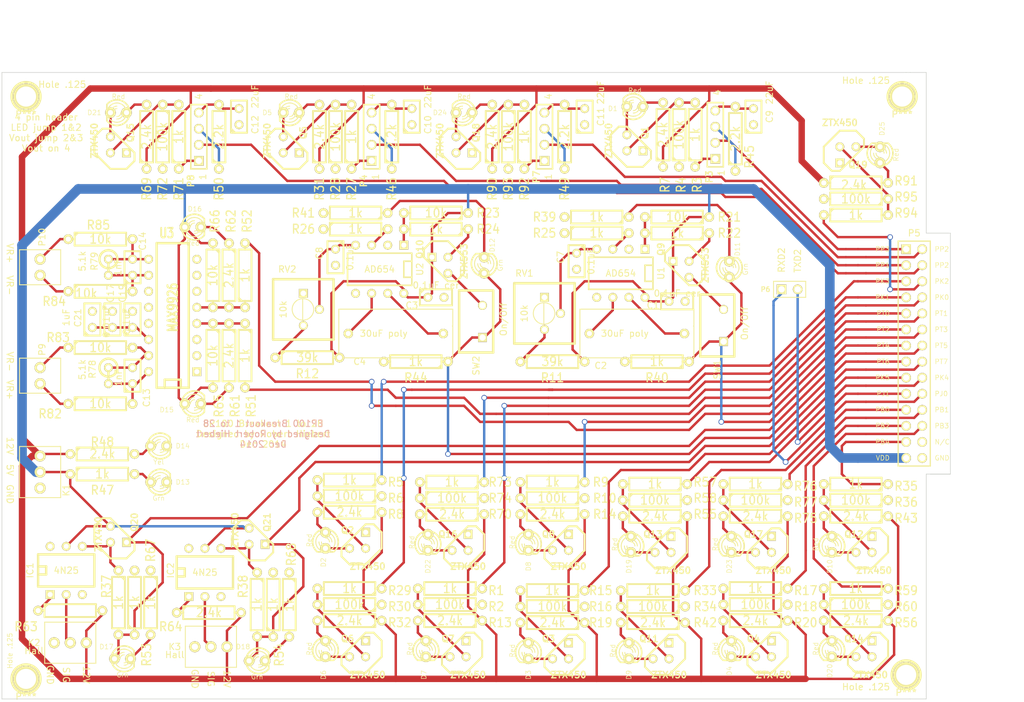
<source format=kicad_pcb>
(kicad_pcb (version 3) (host pcbnew "(2013-07-07 BZR 4022)-stable")
  (layers (15 F.Cu signal) (0 B.Cu signal) (18 B.Paste user) (19 F.Paste user) (20 B.SilkS user) (21 F.SilkS user) (22 B.Mask user) (23 F.Mask user) (28 Edge.Cuts user))
  (net 0 "")
  (net 1 +12V)
  (net 2 /PB0)
  (net 3 /PB1)
  (net 4 /PB2)
  (net 5 /PB3)
  (net 6 /PB4)
  (net 7 /PJ0)
  (net 8 /PJ1)
  (net 9 /PK0)
  (net 10 /PK1)
  (net 11 /PK2)
  (net 12 /PK3)
  (net 13 /PK4)
  (net 14 /PK5)
  (net 15 /PP0)
  (net 16 /PP1)
  (net 17 /PP2)
  (net 18 /PP3)
  (net 19 /PT0)
  (net 20 /PT1)
  (net 21 /PT2)
  (net 22 /PT3)
  (net 23 /PT4)
  (net 24 /PT5)
  (net 25 /PT6)
  (net 26 /PT7)
  (net 27 GND)
  (net 28 N-000001)
  (net 29 N-0000010)
  (net 30 N-00000100)
  (net 31 N-00000101)
  (net 32 N-00000102)
  (net 33 N-00000107)
  (net 34 N-00000108)
  (net 35 N-00000109)
  (net 36 N-0000011)
  (net 37 N-0000012)
  (net 38 N-0000013)
  (net 39 N-00000134)
  (net 40 N-00000135)
  (net 41 N-00000136)
  (net 42 N-00000137)
  (net 43 N-0000014)
  (net 44 N-0000015)
  (net 45 N-0000016)
  (net 46 N-0000017)
  (net 47 N-0000018)
  (net 48 N-0000019)
  (net 49 N-000002)
  (net 50 N-0000020)
  (net 51 N-0000021)
  (net 52 N-0000022)
  (net 53 N-0000023)
  (net 54 N-0000024)
  (net 55 N-0000025)
  (net 56 N-0000026)
  (net 57 N-0000027)
  (net 58 N-0000028)
  (net 59 N-0000029)
  (net 60 N-000003)
  (net 61 N-0000030)
  (net 62 N-0000031)
  (net 63 N-0000032)
  (net 64 N-0000033)
  (net 65 N-0000034)
  (net 66 N-0000035)
  (net 67 N-0000036)
  (net 68 N-0000037)
  (net 69 N-0000038)
  (net 70 N-0000039)
  (net 71 N-000004)
  (net 72 N-0000040)
  (net 73 N-0000041)
  (net 74 N-0000043)
  (net 75 N-0000045)
  (net 76 N-0000046)
  (net 77 N-0000047)
  (net 78 N-0000048)
  (net 79 N-000005)
  (net 80 N-0000050)
  (net 81 N-0000053)
  (net 82 N-0000054)
  (net 83 N-0000055)
  (net 84 N-0000056)
  (net 85 N-0000057)
  (net 86 N-0000058)
  (net 87 N-0000059)
  (net 88 N-000006)
  (net 89 N-0000060)
  (net 90 N-0000061)
  (net 91 N-0000062)
  (net 92 N-0000063)
  (net 93 N-0000064)
  (net 94 N-0000065)
  (net 95 N-0000066)
  (net 96 N-0000067)
  (net 97 N-0000068)
  (net 98 N-0000069)
  (net 99 N-000007)
  (net 100 N-0000070)
  (net 101 N-0000071)
  (net 102 N-0000072)
  (net 103 N-0000073)
  (net 104 N-0000074)
  (net 105 N-0000075)
  (net 106 N-0000076)
  (net 107 N-0000077)
  (net 108 N-0000078)
  (net 109 N-0000079)
  (net 110 N-000008)
  (net 111 N-0000080)
  (net 112 N-0000081)
  (net 113 N-0000082)
  (net 114 N-0000083)
  (net 115 N-0000084)
  (net 116 N-0000085)
  (net 117 N-0000086)
  (net 118 N-0000087)
  (net 119 N-0000088)
  (net 120 N-0000089)
  (net 121 N-000009)
  (net 122 N-0000090)
  (net 123 N-0000091)
  (net 124 N-0000092)
  (net 125 N-0000093)
  (net 126 N-0000094)
  (net 127 N-0000095)
  (net 128 N-0000096)
  (net 129 N-0000097)
  (net 130 N-0000098)
  (net 131 N-0000099)
  (net 132 VDD)
  (module ZTX553 (layer F.Cu) (at 147.32 81.28 270)
    (fp_text reference Q9 (at -3.175 3.175 270) (layer F.SilkS) (effects (font (size 1.016 1.016) (thickness 0.2032))))
    (fp_text value ZTX553 (at -0.635 -3.81 270) (layer F.SilkS) (effects (font (size 1.016 1.016) (thickness 0.2032))))
    (pad 2 thru_hole circle (at 1.27 -1.27 270) (size 1.397 1.397) (drill 0.8128) (layers *.Cu *.Mask F.SilkS) (net 112 N-0000081))
    (pad 3 thru_hole circle (at -1.27 -1.27 270) (size 1.397 1.397) (drill 0.8128) (layers *.Cu *.Mask F.SilkS) (net 123 N-0000091))
    (pad 1 thru_hole rect (at -1.27 1.27 270) (size 1.397 1.397) (drill 0.8128) (layers *.Cu *.Mask F.SilkS) (net 132 VDD))
  )
  (module ZTX553 (layer F.Cu) (at 109.22 80.645 270)
    (fp_text reference Q10 (at -2.54 3.175 270) (layer F.SilkS) (effects (font (size 1.016 1.016) (thickness 0.2032))))
    (fp_text value ZTX553 (at -0.635 -3.81 270) (layer F.SilkS) (effects (font (size 1.016 1.016) (thickness 0.2032))))
    (pad 2 thru_hole circle (at 1.27 -1.27 270) (size 1.397 1.397) (drill 0.8128) (layers *.Cu *.Mask F.SilkS) (net 107 N-0000077))
    (pad 3 thru_hole circle (at -1.27 -1.27 270) (size 1.397 1.397) (drill 0.8128) (layers *.Cu *.Mask F.SilkS) (net 125 N-0000093))
    (pad 1 thru_hole rect (at -1.27 1.27 270) (size 1.397 1.397) (drill 0.8128) (layers *.Cu *.Mask F.SilkS) (net 132 VDD))
  )
  (module ZTX450 (layer F.Cu) (at 128.27 141.605 180)
    (fp_text reference Q3 (at 1.905 1.905 180) (layer F.SilkS) (effects (font (size 1.016 1.016) (thickness 0.2032))))
    (fp_text value ZTX450 (at -1.27 -3.81 180) (layer F.SilkS) (effects (font (size 1.016 1.016) (thickness 0.2032))))
    (pad 2 thru_hole circle (at 1.27 -1.27 180) (size 1.397 1.397) (drill 0.8128) (layers *.Cu *.Mask F.SilkS) (net 68 N-0000037))
    (pad 3 thru_hole circle (at -1.27 -1.27 180) (size 1.397 1.397) (drill 0.8128) (layers *.Cu *.Mask F.SilkS) (net 67 N-0000036))
    (pad 1 thru_hole rect (at -1.27 1.27 180) (size 1.397 1.397) (drill 0.8128) (layers *.Cu *.Mask F.SilkS) (net 27 GND))
  )
  (module ZTX450 (layer F.Cu) (at 113.03 61.595 90)
    (fp_text reference Q18 (at 1.905 1.905 90) (layer F.SilkS) (effects (font (size 1.016 1.016) (thickness 0.2032))))
    (fp_text value ZTX450 (at 0.635 -3.81 90) (layer F.SilkS) (effects (font (size 1.016 1.016) (thickness 0.2032))))
    (pad 2 thru_hole circle (at 1.27 -1.27 90) (size 1.397 1.397) (drill 0.8128) (layers *.Cu *.Mask F.SilkS) (net 111 N-0000080))
    (pad 3 thru_hole circle (at -1.27 -1.27 90) (size 1.397 1.397) (drill 0.8128) (layers *.Cu *.Mask F.SilkS) (net 109 N-0000079))
    (pad 1 thru_hole rect (at -1.27 1.27 90) (size 1.397 1.397) (drill 0.8128) (layers *.Cu *.Mask F.SilkS) (net 27 GND))
  )
  (module ZTX450 (layer F.Cu) (at 173.6725 63.1825)
    (fp_text reference Q19 (at 1.5875 1.5875) (layer F.SilkS) (effects (font (size 1.016 1.016) (thickness 0.2032))))
    (fp_text value ZTX450 (at -1.27 -5.08) (layer F.SilkS) (effects (font (size 1.016 1.016) (thickness 0.2032))))
    (pad 2 thru_hole circle (at 1.27 -1.27) (size 1.397 1.397) (drill 0.8128) (layers *.Cu *.Mask F.SilkS) (net 121 N-000009))
    (pad 3 thru_hole circle (at -1.27 -1.27) (size 1.397 1.397) (drill 0.8128) (layers *.Cu *.Mask F.SilkS) (net 38 N-0000013))
    (pad 1 thru_hole rect (at -1.27 1.27) (size 1.397 1.397) (drill 0.8128) (layers *.Cu *.Mask F.SilkS) (net 27 GND))
  )
  (module ZTX450 (layer F.Cu) (at 58.42 61.595 90)
    (fp_text reference Q15 (at 1.905 1.905 90) (layer F.SilkS) (effects (font (size 1.016 1.016) (thickness 0.2032))))
    (fp_text value ZTX450 (at 0.635 -3.81 90) (layer F.SilkS) (effects (font (size 1.016 1.016) (thickness 0.2032))))
    (pad 2 thru_hole circle (at 1.27 -1.27 90) (size 1.397 1.397) (drill 0.8128) (layers *.Cu *.Mask F.SilkS) (net 36 N-0000011))
    (pad 3 thru_hole circle (at -1.27 -1.27 90) (size 1.397 1.397) (drill 0.8128) (layers *.Cu *.Mask F.SilkS) (net 29 N-0000010))
    (pad 1 thru_hole rect (at -1.27 1.27 90) (size 1.397 1.397) (drill 0.8128) (layers *.Cu *.Mask F.SilkS) (net 27 GND))
  )
  (module ZTX450 (layer F.Cu) (at 112.395 124.46 180)
    (fp_text reference Q16 (at 1.905 1.27 180) (layer F.SilkS) (effects (font (size 1.016 1.016) (thickness 0.2032))))
    (fp_text value ZTX450 (at -1.27 -3.81 180) (layer F.SilkS) (effects (font (size 1.016 1.016) (thickness 0.2032))))
    (pad 2 thru_hole circle (at 1.27 -1.27 180) (size 1.397 1.397) (drill 0.8128) (layers *.Cu *.Mask F.SilkS) (net 45 N-0000016))
    (pad 3 thru_hole circle (at -1.27 -1.27 180) (size 1.397 1.397) (drill 0.8128) (layers *.Cu *.Mask F.SilkS) (net 44 N-0000015))
    (pad 1 thru_hole rect (at -1.27 1.27 180) (size 1.397 1.397) (drill 0.8128) (layers *.Cu *.Mask F.SilkS) (net 27 GND))
  )
  (module ZTX450 (layer F.Cu) (at 144.4625 124.7775 180)
    (fp_text reference Q13 (at 1.5875 1.5875 180) (layer F.SilkS) (effects (font (size 1.016 1.016) (thickness 0.2032))))
    (fp_text value ZTX450 (at -1.5875 -4.1275 180) (layer F.SilkS) (effects (font (size 1.016 1.016) (thickness 0.2032))))
    (pad 2 thru_hole circle (at 1.27 -1.27 180) (size 1.397 1.397) (drill 0.8128) (layers *.Cu *.Mask F.SilkS) (net 89 N-0000060))
    (pad 3 thru_hole circle (at -1.27 -1.27 180) (size 1.397 1.397) (drill 0.8128) (layers *.Cu *.Mask F.SilkS) (net 87 N-0000059))
    (pad 1 thru_hole rect (at -1.27 1.27 180) (size 1.397 1.397) (drill 0.8128) (layers *.Cu *.Mask F.SilkS) (net 27 GND))
  )
  (module ZTX450 (layer F.Cu) (at 160.3375 124.7775 180)
    (fp_text reference Q17 (at 1.5875 1.5875 180) (layer F.SilkS) (effects (font (size 1.016 1.016) (thickness 0.2032))))
    (fp_text value ZTX450 (at -1.5875 -4.1275 180) (layer F.SilkS) (effects (font (size 1.016 1.016) (thickness 0.2032))))
    (pad 2 thru_hole circle (at 1.27 -1.27 180) (size 1.397 1.397) (drill 0.8128) (layers *.Cu *.Mask F.SilkS) (net 91 N-0000062))
    (pad 3 thru_hole circle (at -1.27 -1.27 180) (size 1.397 1.397) (drill 0.8128) (layers *.Cu *.Mask F.SilkS) (net 92 N-0000063))
    (pad 1 thru_hole rect (at -1.27 1.27 180) (size 1.397 1.397) (drill 0.8128) (layers *.Cu *.Mask F.SilkS) (net 27 GND))
  )
  (module ZTX450 (layer F.Cu) (at 176.2125 141.2875 180)
    (fp_text reference Q14 (at 1.5875 1.5875 180) (layer F.SilkS) (effects (font (size 1.016 1.016) (thickness 0.2032))))
    (fp_text value ZTX450 (at -0.9525 -4.1275 180) (layer F.SilkS) (effects (font (size 1.016 1.016) (thickness 0.2032))))
    (pad 2 thru_hole circle (at 1.27 -1.27 180) (size 1.397 1.397) (drill 0.8128) (layers *.Cu *.Mask F.SilkS) (net 71 N-000004))
    (pad 3 thru_hole circle (at -1.27 -1.27 180) (size 1.397 1.397) (drill 0.8128) (layers *.Cu *.Mask F.SilkS) (net 60 N-000003))
    (pad 1 thru_hole rect (at -1.27 1.27 180) (size 1.397 1.397) (drill 0.8128) (layers *.Cu *.Mask F.SilkS) (net 27 GND))
  )
  (module ZTX450 (layer F.Cu) (at 96.2025 124.1425 180)
    (fp_text reference Q2 (at 1.5875 1.5875 180) (layer F.SilkS) (effects (font (size 1.016 1.016) (thickness 0.2032))))
    (fp_text value ZTX450 (at -1.5875 -4.1275 180) (layer F.SilkS) (effects (font (size 1.016 1.016) (thickness 0.2032))))
    (pad 2 thru_hole circle (at 1.27 -1.27 180) (size 1.397 1.397) (drill 0.8128) (layers *.Cu *.Mask F.SilkS) (net 116 N-0000085))
    (pad 3 thru_hole circle (at -1.27 -1.27 180) (size 1.397 1.397) (drill 0.8128) (layers *.Cu *.Mask F.SilkS) (net 115 N-0000084))
    (pad 1 thru_hole rect (at -1.27 1.27 180) (size 1.397 1.397) (drill 0.8128) (layers *.Cu *.Mask F.SilkS) (net 27 GND))
  )
  (module ZTX450 (layer F.Cu) (at 112.0775 141.2875 180)
    (fp_text reference Q7 (at 1.5875 1.5875 180) (layer F.SilkS) (effects (font (size 1.016 1.016) (thickness 0.2032))))
    (fp_text value ZTX450 (at -1.5875 -4.1275 180) (layer F.SilkS) (effects (font (size 1.016 1.016) (thickness 0.2032))))
    (pad 2 thru_hole circle (at 1.27 -1.27 180) (size 1.397 1.397) (drill 0.8128) (layers *.Cu *.Mask F.SilkS) (net 83 N-0000055))
    (pad 3 thru_hole circle (at -1.27 -1.27 180) (size 1.397 1.397) (drill 0.8128) (layers *.Cu *.Mask F.SilkS) (net 85 N-0000057))
    (pad 1 thru_hole rect (at -1.27 1.27 180) (size 1.397 1.397) (drill 0.8128) (layers *.Cu *.Mask F.SilkS) (net 27 GND))
  )
  (module ZTX450 (layer F.Cu) (at 96.2025 141.2875 180)
    (fp_text reference Q6 (at 1.5875 1.5875 180) (layer F.SilkS) (effects (font (size 1.016 1.016) (thickness 0.2032))))
    (fp_text value ZTX450 (at -1.5875 -4.1275 180) (layer F.SilkS) (effects (font (size 1.016 1.016) (thickness 0.2032))))
    (pad 2 thru_hole circle (at 1.27 -1.27 180) (size 1.397 1.397) (drill 0.8128) (layers *.Cu *.Mask F.SilkS) (net 118 N-0000087))
    (pad 3 thru_hole circle (at -1.27 -1.27 180) (size 1.397 1.397) (drill 0.8128) (layers *.Cu *.Mask F.SilkS) (net 114 N-0000083))
    (pad 1 thru_hole rect (at -1.27 1.27 180) (size 1.397 1.397) (drill 0.8128) (layers *.Cu *.Mask F.SilkS) (net 27 GND))
  )
  (module ZTX450 (layer F.Cu) (at 85.725 61.595 90)
    (fp_text reference Q5 (at 1.905 1.905 90) (layer F.SilkS) (effects (font (size 1.016 1.016) (thickness 0.2032))))
    (fp_text value ZTX450 (at 0.635 -3.81 90) (layer F.SilkS) (effects (font (size 1.016 1.016) (thickness 0.2032))))
    (pad 2 thru_hole circle (at 1.27 -1.27 90) (size 1.397 1.397) (drill 0.8128) (layers *.Cu *.Mask F.SilkS) (net 55 N-0000025))
    (pad 3 thru_hole circle (at -1.27 -1.27 90) (size 1.397 1.397) (drill 0.8128) (layers *.Cu *.Mask F.SilkS) (net 54 N-0000024))
    (pad 1 thru_hole rect (at -1.27 1.27 90) (size 1.397 1.397) (drill 0.8128) (layers *.Cu *.Mask F.SilkS) (net 27 GND))
  )
  (module ZTX450 (layer F.Cu) (at 140.0175 61.2775 90)
    (fp_text reference Q1 (at 1.5875 1.5875 90) (layer F.SilkS) (effects (font (size 1.016 1.016) (thickness 0.2032))))
    (fp_text value ZTX450 (at 0.3175 -4.1275 90) (layer F.SilkS) (effects (font (size 1.016 1.016) (thickness 0.2032))))
    (pad 2 thru_hole circle (at 1.27 -1.27 90) (size 1.397 1.397) (drill 0.8128) (layers *.Cu *.Mask F.SilkS) (net 120 N-0000089))
    (pad 3 thru_hole circle (at -1.27 -1.27 90) (size 1.397 1.397) (drill 0.8128) (layers *.Cu *.Mask F.SilkS) (net 113 N-0000082))
    (pad 1 thru_hole rect (at -1.27 1.27 90) (size 1.397 1.397) (drill 0.8128) (layers *.Cu *.Mask F.SilkS) (net 27 GND))
  )
  (module ZTX450 (layer F.Cu) (at 160.3375 141.2875 180)
    (fp_text reference Q4 (at 1.5875 1.5875 180) (layer F.SilkS) (effects (font (size 1.016 1.016) (thickness 0.2032))))
    (fp_text value ZTX450 (at -1.5875 -4.1275 180) (layer F.SilkS) (effects (font (size 1.016 1.016) (thickness 0.2032))))
    (pad 2 thru_hole circle (at 1.27 -1.27 180) (size 1.397 1.397) (drill 0.8128) (layers *.Cu *.Mask F.SilkS) (net 57 N-0000027))
    (pad 3 thru_hole circle (at -1.27 -1.27 180) (size 1.397 1.397) (drill 0.8128) (layers *.Cu *.Mask F.SilkS) (net 53 N-0000023))
    (pad 1 thru_hole rect (at -1.27 1.27 180) (size 1.397 1.397) (drill 0.8128) (layers *.Cu *.Mask F.SilkS) (net 27 GND))
  )
  (module ZTX450 (layer F.Cu) (at 144.145 141.605 180)
    (fp_text reference Q11 (at 1.905 1.905 180) (layer F.SilkS) (effects (font (size 1.016 1.016) (thickness 0.2032))))
    (fp_text value ZTX450 (at -1.27 -3.81 180) (layer F.SilkS) (effects (font (size 1.016 1.016) (thickness 0.2032))))
    (pad 2 thru_hole circle (at 1.27 -1.27 180) (size 1.397 1.397) (drill 0.8128) (layers *.Cu *.Mask F.SilkS) (net 75 N-0000045))
    (pad 3 thru_hole circle (at -1.27 -1.27 180) (size 1.397 1.397) (drill 0.8128) (layers *.Cu *.Mask F.SilkS) (net 84 N-0000056))
    (pad 1 thru_hole rect (at -1.27 1.27 180) (size 1.397 1.397) (drill 0.8128) (layers *.Cu *.Mask F.SilkS) (net 27 GND))
  )
  (module ZTX450 (layer F.Cu) (at 128.27 124.46 180)
    (fp_text reference Q8 (at 1.905 1.27 180) (layer F.SilkS) (effects (font (size 1.016 1.016) (thickness 0.2032))))
    (fp_text value ZTX450 (at -1.27 -3.81 180) (layer F.SilkS) (effects (font (size 1.016 1.016) (thickness 0.2032))))
    (pad 2 thru_hole circle (at 1.27 -1.27 180) (size 1.397 1.397) (drill 0.8128) (layers *.Cu *.Mask F.SilkS) (net 73 N-0000041))
    (pad 3 thru_hole circle (at -1.27 -1.27 180) (size 1.397 1.397) (drill 0.8128) (layers *.Cu *.Mask F.SilkS) (net 74 N-0000043))
    (pad 1 thru_hole rect (at -1.27 1.27 180) (size 1.397 1.397) (drill 0.8128) (layers *.Cu *.Mask F.SilkS) (net 27 GND))
  )
  (module ZTX450 (layer F.Cu) (at 176.2125 124.7775 180)
    (fp_text reference Q12 (at 1.5875 1.5875 180) (layer F.SilkS) (effects (font (size 1.016 1.016) (thickness 0.2032))))
    (fp_text value ZTX450 (at -1.5875 -4.1275 180) (layer F.SilkS) (effects (font (size 1.016 1.016) (thickness 0.2032))))
    (pad 2 thru_hole circle (at 1.27 -1.27 180) (size 1.397 1.397) (drill 0.8128) (layers *.Cu *.Mask F.SilkS) (net 65 N-0000034))
    (pad 3 thru_hole circle (at -1.27 -1.27 180) (size 1.397 1.397) (drill 0.8128) (layers *.Cu *.Mask F.SilkS) (net 64 N-0000033))
    (pad 1 thru_hole rect (at -1.27 1.27 180) (size 1.397 1.397) (drill 0.8128) (layers *.Cu *.Mask F.SilkS) (net 27 GND))
  )
  (module TE_282834-3 (layer F.Cu) (at 46.0375 113.3475 270)
    (fp_text reference K1 (at 2.8575 -4.1275 270) (layer F.SilkS))
    (fp_text value CONN_3 hide)
    (pad 1 thru_hole circle (at -2.54 0 270) (size 1.75 1.75) (drill 1) (layers *.Cu *.Mask F.SilkS) (net 1 +12V))
    (pad 2 thru_hole circle (at 0 0 270) (size 1.75 1.75) (drill 1) (layers *.Cu *.Mask F.SilkS) (net 132 VDD))
    (pad 3 thru_hole circle (at 2.54 0 270) (size 1.75 1.75) (drill 1) (layers *.Cu *.Mask F.SilkS) (net 27 GND))
  )
  (module TE_282834-2 (layer F.Cu) (at 46.0375 80.9625 90)
    (fp_text reference P10 (at 4.7625 0.3175 90) (layer F.SilkS))
    (fp_text value CONN_2 hide)
    (pad 1 thru_hole circle (at -1.27 0 90) (size 1.75 1.75) (drill 1) (layers *.Cu *.Mask F.SilkS) (net 58 N-0000028))
    (pad 2 thru_hole circle (at 1.27 0 90) (size 1.75 1.75) (drill 1) (layers *.Cu *.Mask F.SilkS) (net 59 N-0000029))
  )
  (module TE_282834-2 (layer F.Cu) (at 46.0375 98.1075 90)
    (fp_text reference P9 (at 4.1275 0.3175 90) (layer F.SilkS))
    (fp_text value CONN_2 hide)
    (pad 1 thru_hole circle (at -1.27 0 90) (size 1.75 1.75) (drill 1) (layers *.Cu *.Mask F.SilkS) (net 62 N-0000031))
    (pad 2 thru_hole circle (at 1.27 0 90) (size 1.75 1.75) (drill 1) (layers *.Cu *.Mask F.SilkS) (net 61 N-0000030))
  )
  (module Slide-Switch (layer F.Cu) (at 153.035 90.17 90)
    (fp_text reference SW1 (at -6.985 0 90) (layer F.SilkS) (effects (font (size 1.016 1.016) (thickness 0.1524))))
    (fp_text value On/Off (at 0.3302 4.318 90) (layer F.SilkS) (effects (font (size 1.016 1.016) (thickness 0.1524))))
    (pad 1 thru_hole rect (at -2.54 1 90) (size 1.397 1.397) (drill 0.99) (layers *.Cu *.Mask F.SilkS) (net 23 /PT4))
    (pad 2 thru_hole circle (at 2.54 1 90) (size 1.397 1.397) (drill 0.99) (layers *.Cu *.Mask F.SilkS) (net 112 N-0000081))
  )
  (module Slide-Switch (layer F.Cu) (at 114.935 89.535 90)
    (fp_text reference SW2 (at -6.985 0 90) (layer F.SilkS) (effects (font (size 1.016 1.016) (thickness 0.1524))))
    (fp_text value On/Off (at 0.3302 4.318 90) (layer F.SilkS) (effects (font (size 1.016 1.016) (thickness 0.1524))))
    (pad 1 thru_hole rect (at -2.54 1 90) (size 1.397 1.397) (drill 0.99) (layers *.Cu *.Mask F.SilkS) (net 25 /PT6))
    (pad 2 thru_hole circle (at 2.54 1 90) (size 1.397 1.397) (drill 0.99) (layers *.Cu *.Mask F.SilkS) (net 107 N-0000077))
  )
  (module R4 (layer F.Cu) (at 127 134.62 180)
    (fp_text reference R16 (at -7.62 0 180) (layer F.SilkS) (effects (font (size 1.397 1.27) (thickness 0.2032))))
    (fp_text value 100k (at 0 0 180) (layer F.SilkS) (effects (font (size 1.397 1.27) (thickness 0.2032))))
    (pad 1 thru_hole circle (at -5.08 0 180) (size 1.524 1.524) (drill 0.8128) (layers *.Cu *.Mask F.SilkS) (net 27 GND))
    (pad 2 thru_hole circle (at 5.08 0 180) (size 1.524 1.524) (drill 0.8128) (layers *.Cu *.Mask F.SilkS) (net 67 N-0000036))
  )
  (module R4 (layer F.Cu) (at 94.9325 134.3025 180)
    (fp_text reference R30 (at -7.9375 -0.3175 180) (layer F.SilkS) (effects (font (size 1.397 1.27) (thickness 0.2032))))
    (fp_text value 100k (at 0 0 180) (layer F.SilkS) (effects (font (size 1.397 1.27) (thickness 0.2032))))
    (pad 1 thru_hole circle (at -5.08 0 180) (size 1.524 1.524) (drill 0.8128) (layers *.Cu *.Mask F.SilkS) (net 27 GND))
    (pad 2 thru_hole circle (at 5.08 0 180) (size 1.524 1.524) (drill 0.8128) (layers *.Cu *.Mask F.SilkS) (net 114 N-0000083))
  )
  (module R4 (layer F.Cu) (at 142.875 134.62 180)
    (fp_text reference R34 (at -8.255 0 180) (layer F.SilkS) (effects (font (size 1.397 1.27) (thickness 0.2032))))
    (fp_text value 100k (at 0 0 180) (layer F.SilkS) (effects (font (size 1.397 1.27) (thickness 0.2032))))
    (pad 1 thru_hole circle (at -5.08 0 180) (size 1.524 1.524) (drill 0.8128) (layers *.Cu *.Mask F.SilkS) (net 27 GND))
    (pad 2 thru_hole circle (at 5.08 0 180) (size 1.524 1.524) (drill 0.8128) (layers *.Cu *.Mask F.SilkS) (net 84 N-0000056))
  )
  (module R4 (layer F.Cu) (at 159.0675 131.7625 180)
    (fp_text reference R17 (at -7.9375 -0.3175 180) (layer F.SilkS) (effects (font (size 1.397 1.27) (thickness 0.2032))))
    (fp_text value 1k (at 0 0 180) (layer F.SilkS) (effects (font (size 1.397 1.27) (thickness 0.2032))))
    (pad 1 thru_hole circle (at -5.08 0 180) (size 1.524 1.524) (drill 0.8128) (layers *.Cu *.Mask F.SilkS) (net 4 /PB2))
    (pad 2 thru_hole circle (at 5.08 0 180) (size 1.524 1.524) (drill 0.8128) (layers *.Cu *.Mask F.SilkS) (net 53 N-0000023))
  )
  (module R4 (layer F.Cu) (at 159.0675 136.8425 180)
    (fp_text reference R20 (at -7.9375 -0.3175 180) (layer F.SilkS) (effects (font (size 1.397 1.27) (thickness 0.2032))))
    (fp_text value 2.4k (at 0 0 180) (layer F.SilkS) (effects (font (size 1.397 1.27) (thickness 0.2032))))
    (pad 1 thru_hole circle (at -5.08 0 180) (size 1.524 1.524) (drill 0.8128) (layers *.Cu *.Mask F.SilkS) (net 1 +12V))
    (pad 2 thru_hole circle (at 5.08 0 180) (size 1.524 1.524) (drill 0.8128) (layers *.Cu *.Mask F.SilkS) (net 63 N-0000032))
  )
  (module R4 (layer F.Cu) (at 159.0675 134.3025 180)
    (fp_text reference R18 (at -7.9375 -0.3175 180) (layer F.SilkS) (effects (font (size 1.397 1.27) (thickness 0.2032))))
    (fp_text value 100k (at 0 0 180) (layer F.SilkS) (effects (font (size 1.397 1.27) (thickness 0.2032))))
    (pad 1 thru_hole circle (at -5.08 0 180) (size 1.524 1.524) (drill 0.8128) (layers *.Cu *.Mask F.SilkS) (net 27 GND))
    (pad 2 thru_hole circle (at 5.08 0 180) (size 1.524 1.524) (drill 0.8128) (layers *.Cu *.Mask F.SilkS) (net 53 N-0000023))
  )
  (module R4 (layer F.Cu) (at 174.9425 115.2525 180)
    (fp_text reference R35 (at -7.9375 -0.3175 180) (layer F.SilkS) (effects (font (size 1.397 1.27) (thickness 0.2032))))
    (fp_text value 1k (at 0 0 180) (layer F.SilkS) (effects (font (size 1.397 1.27) (thickness 0.2032))))
    (pad 1 thru_hole circle (at -5.08 0 180) (size 1.524 1.524) (drill 0.8128) (layers *.Cu *.Mask F.SilkS) (net 6 /PB4))
    (pad 2 thru_hole circle (at 5.08 0 180) (size 1.524 1.524) (drill 0.8128) (layers *.Cu *.Mask F.SilkS) (net 64 N-0000033))
  )
  (module R4 (layer F.Cu) (at 174.9425 120.3325 180)
    (fp_text reference R43 (at -7.9375 -0.3175 180) (layer F.SilkS) (effects (font (size 1.397 1.27) (thickness 0.2032))))
    (fp_text value 2.4k (at 0 0 180) (layer F.SilkS) (effects (font (size 1.397 1.27) (thickness 0.2032))))
    (pad 1 thru_hole circle (at -5.08 0 180) (size 1.524 1.524) (drill 0.8128) (layers *.Cu *.Mask F.SilkS) (net 1 +12V))
    (pad 2 thru_hole circle (at 5.08 0 180) (size 1.524 1.524) (drill 0.8128) (layers *.Cu *.Mask F.SilkS) (net 66 N-0000035))
  )
  (module R4 (layer F.Cu) (at 174.9425 117.7925 180)
    (fp_text reference R36 (at -7.9375 -0.3175 180) (layer F.SilkS) (effects (font (size 1.397 1.27) (thickness 0.2032))))
    (fp_text value 100k (at 0 0 180) (layer F.SilkS) (effects (font (size 1.397 1.27) (thickness 0.2032))))
    (pad 1 thru_hole circle (at -5.08 0 180) (size 1.524 1.524) (drill 0.8128) (layers *.Cu *.Mask F.SilkS) (net 27 GND))
    (pad 2 thru_hole circle (at 5.08 0 180) (size 1.524 1.524) (drill 0.8128) (layers *.Cu *.Mask F.SilkS) (net 64 N-0000033))
  )
  (module R4 (layer F.Cu) (at 127 132.08 180)
    (fp_text reference R15 (at -7.62 0 180) (layer F.SilkS) (effects (font (size 1.397 1.27) (thickness 0.2032))))
    (fp_text value 1k (at 0 0 180) (layer F.SilkS) (effects (font (size 1.397 1.27) (thickness 0.2032))))
    (pad 1 thru_hole circle (at -5.08 0 180) (size 1.524 1.524) (drill 0.8128) (layers *.Cu *.Mask F.SilkS) (net 14 /PK5))
    (pad 2 thru_hole circle (at 5.08 0 180) (size 1.524 1.524) (drill 0.8128) (layers *.Cu *.Mask F.SilkS) (net 67 N-0000036))
  )
  (module R4 (layer F.Cu) (at 174.9425 134.3025)
    (fp_text reference R60 (at 7.9375 0.3175) (layer F.SilkS) (effects (font (size 1.397 1.27) (thickness 0.2032))))
    (fp_text value 100k (at 0 0) (layer F.SilkS) (effects (font (size 1.397 1.27) (thickness 0.2032))))
    (pad 1 thru_hole circle (at -5.08 0) (size 1.524 1.524) (drill 0.8128) (layers *.Cu *.Mask F.SilkS) (net 60 N-000003))
    (pad 2 thru_hole circle (at 5.08 0) (size 1.524 1.524) (drill 0.8128) (layers *.Cu *.Mask F.SilkS) (net 27 GND))
  )
  (module R4 (layer F.Cu) (at 127 137.16 180)
    (fp_text reference R19 (at -7.62 0 180) (layer F.SilkS) (effects (font (size 1.397 1.27) (thickness 0.2032))))
    (fp_text value 2.4k (at 0 0 180) (layer F.SilkS) (effects (font (size 1.397 1.27) (thickness 0.2032))))
    (pad 1 thru_hole circle (at -5.08 0 180) (size 1.524 1.524) (drill 0.8128) (layers *.Cu *.Mask F.SilkS) (net 1 +12V))
    (pad 2 thru_hole circle (at 5.08 0 180) (size 1.524 1.524) (drill 0.8128) (layers *.Cu *.Mask F.SilkS) (net 69 N-0000038))
  )
  (module R4 (layer F.Cu) (at 159.0675 117.7925)
    (fp_text reference R77 (at 7.9375 0.3175) (layer F.SilkS) (effects (font (size 1.397 1.27) (thickness 0.2032))))
    (fp_text value 100k (at 0 0) (layer F.SilkS) (effects (font (size 1.397 1.27) (thickness 0.2032))))
    (pad 1 thru_hole circle (at -5.08 0) (size 1.524 1.524) (drill 0.8128) (layers *.Cu *.Mask F.SilkS) (net 92 N-0000063))
    (pad 2 thru_hole circle (at 5.08 0) (size 1.524 1.524) (drill 0.8128) (layers *.Cu *.Mask F.SilkS) (net 27 GND))
  )
  (module R4 (layer F.Cu) (at 143.1925 117.7925)
    (fp_text reference R58 (at 7.9375 -0.3175) (layer F.SilkS) (effects (font (size 1.397 1.27) (thickness 0.2032))))
    (fp_text value 100k (at 0 0) (layer F.SilkS) (effects (font (size 1.397 1.27) (thickness 0.2032))))
    (pad 1 thru_hole circle (at -5.08 0) (size 1.524 1.524) (drill 0.8128) (layers *.Cu *.Mask F.SilkS) (net 87 N-0000059))
    (pad 2 thru_hole circle (at 5.08 0) (size 1.524 1.524) (drill 0.8128) (layers *.Cu *.Mask F.SilkS) (net 27 GND))
  )
  (module R4 (layer F.Cu) (at 111.125 117.475)
    (fp_text reference R74 (at 7.62 0) (layer F.SilkS) (effects (font (size 1.397 1.27) (thickness 0.2032))))
    (fp_text value 100k (at 0 0) (layer F.SilkS) (effects (font (size 1.397 1.27) (thickness 0.2032))))
    (pad 1 thru_hole circle (at -5.08 0) (size 1.524 1.524) (drill 0.8128) (layers *.Cu *.Mask F.SilkS) (net 44 N-0000015))
    (pad 2 thru_hole circle (at 5.08 0) (size 1.524 1.524) (drill 0.8128) (layers *.Cu *.Mask F.SilkS) (net 27 GND))
  )
  (module R4 (layer F.Cu) (at 65.405 60.325 270)
    (fp_text reference R72 (at 8.255 0 270) (layer F.SilkS) (effects (font (size 1.397 1.27) (thickness 0.2032))))
    (fp_text value 100k (at 0 0 270) (layer F.SilkS) (effects (font (size 1.397 1.27) (thickness 0.2032))))
    (pad 1 thru_hole circle (at -5.08 0 270) (size 1.524 1.524) (drill 0.8128) (layers *.Cu *.Mask F.SilkS) (net 29 N-0000010))
    (pad 2 thru_hole circle (at 5.08 0 270) (size 1.524 1.524) (drill 0.8128) (layers *.Cu *.Mask F.SilkS) (net 27 GND))
  )
  (module R4 (layer F.Cu) (at 174.9425 70.1675 180)
    (fp_text reference R95 (at -7.9375 0.3175 180) (layer F.SilkS) (effects (font (size 1.397 1.27) (thickness 0.2032))))
    (fp_text value 100k (at 0 0 180) (layer F.SilkS) (effects (font (size 1.397 1.27) (thickness 0.2032))))
    (pad 1 thru_hole circle (at -5.08 0 180) (size 1.524 1.524) (drill 0.8128) (layers *.Cu *.Mask F.SilkS) (net 38 N-0000013))
    (pad 2 thru_hole circle (at 5.08 0 180) (size 1.524 1.524) (drill 0.8128) (layers *.Cu *.Mask F.SilkS) (net 27 GND))
  )
  (module R4 (layer F.Cu) (at 120.015 60.325 270)
    (fp_text reference R93 (at 8.255 0 270) (layer F.SilkS) (effects (font (size 1.397 1.27) (thickness 0.2032))))
    (fp_text value 100k (at 0 0 270) (layer F.SilkS) (effects (font (size 1.397 1.27) (thickness 0.2032))))
    (pad 1 thru_hole circle (at -5.08 0 270) (size 1.524 1.524) (drill 0.8128) (layers *.Cu *.Mask F.SilkS) (net 109 N-0000079))
    (pad 2 thru_hole circle (at 5.08 0 270) (size 1.524 1.524) (drill 0.8128) (layers *.Cu *.Mask F.SilkS) (net 27 GND))
  )
  (module R4 (layer F.Cu) (at 128.905 60.325 90)
    (fp_text reference R49 (at -8.255 0 90) (layer F.SilkS) (effects (font (size 1.397 1.27) (thickness 0.2032))))
    (fp_text value 2.2k (at 0 0 90) (layer F.SilkS) (effects (font (size 1.397 1.27) (thickness 0.2032))))
    (pad 1 thru_hole circle (at -5.08 0 90) (size 1.524 1.524) (drill 0.8128) (layers *.Cu *.Mask F.SilkS) (net 126 N-0000094))
    (pad 2 thru_hole circle (at 5.08 0 90) (size 1.524 1.524) (drill 0.8128) (layers *.Cu *.Mask F.SilkS) (net 39 N-00000134))
  )
  (module R4 (layer F.Cu) (at 144.4625 60.0075 90)
    (fp_text reference R7 (at -7.9375 0.3175 90) (layer F.SilkS) (effects (font (size 1.397 1.27) (thickness 0.2032))))
    (fp_text value 2.4k (at 0 0 90) (layer F.SilkS) (effects (font (size 1.397 1.27) (thickness 0.2032))))
    (pad 1 thru_hole circle (at -5.08 0 90) (size 1.524 1.524) (drill 0.8128) (layers *.Cu *.Mask F.SilkS) (net 1 +12V))
    (pad 2 thru_hole circle (at 5.08 0 90) (size 1.524 1.524) (drill 0.8128) (layers *.Cu *.Mask F.SilkS) (net 93 N-0000064))
  )
  (module R4 (layer F.Cu) (at 108.585 74.93 180)
    (fp_text reference R24 (at -8.255 0 180) (layer F.SilkS) (effects (font (size 1.397 1.27) (thickness 0.2032))))
    (fp_text value 1k (at 0 0 180) (layer F.SilkS) (effects (font (size 1.397 1.27) (thickness 0.2032))))
    (pad 1 thru_hole circle (at -5.08 0 180) (size 1.524 1.524) (drill 0.8128) (layers *.Cu *.Mask F.SilkS) (net 125 N-0000093))
    (pad 2 thru_hole circle (at 5.08 0 180) (size 1.524 1.524) (drill 0.8128) (layers *.Cu *.Mask F.SilkS) (net 77 N-0000047))
  )
  (module R4 (layer F.Cu) (at 94.9325 114.6175 180)
    (fp_text reference R5 (at -7.3025 -0.3175 180) (layer F.SilkS) (effects (font (size 1.397 1.27) (thickness 0.2032))))
    (fp_text value 1k (at 0 0 180) (layer F.SilkS) (effects (font (size 1.397 1.27) (thickness 0.2032))))
    (pad 1 thru_hole circle (at -5.08 0 180) (size 1.524 1.524) (drill 0.8128) (layers *.Cu *.Mask F.SilkS) (net 12 /PK3))
    (pad 2 thru_hole circle (at 5.08 0 180) (size 1.524 1.524) (drill 0.8128) (layers *.Cu *.Mask F.SilkS) (net 115 N-0000084))
  )
  (module R4 (layer F.Cu) (at 146.685 75.565 180)
    (fp_text reference R22 (at -8.255 0 180) (layer F.SilkS) (effects (font (size 1.397 1.27) (thickness 0.2032))))
    (fp_text value 1k (at 0 0 180) (layer F.SilkS) (effects (font (size 1.397 1.27) (thickness 0.2032))))
    (pad 1 thru_hole circle (at -5.08 0 180) (size 1.524 1.524) (drill 0.8128) (layers *.Cu *.Mask F.SilkS) (net 123 N-0000091))
    (pad 2 thru_hole circle (at 5.08 0 180) (size 1.524 1.524) (drill 0.8128) (layers *.Cu *.Mask F.SilkS) (net 99 N-000007))
  )
  (module R4 (layer F.Cu) (at 94.9325 119.6975 180)
    (fp_text reference R8 (at -7.3025 -0.3175 180) (layer F.SilkS) (effects (font (size 1.397 1.27) (thickness 0.2032))))
    (fp_text value 2.4k (at 0 0 180) (layer F.SilkS) (effects (font (size 1.397 1.27) (thickness 0.2032))))
    (pad 1 thru_hole circle (at -5.08 0 180) (size 1.524 1.524) (drill 0.8128) (layers *.Cu *.Mask F.SilkS) (net 1 +12V))
    (pad 2 thru_hole circle (at 5.08 0 180) (size 1.524 1.524) (drill 0.8128) (layers *.Cu *.Mask F.SilkS) (net 117 N-0000086))
  )
  (module R4 (layer F.Cu) (at 143.51 95.885 180)
    (fp_text reference R40 (at 0 -2.54 180) (layer F.SilkS) (effects (font (size 1.397 1.27) (thickness 0.2032))))
    (fp_text value 1k (at 0 0 180) (layer F.SilkS) (effects (font (size 1.397 1.27) (thickness 0.2032))))
    (pad 1 thru_hole circle (at -5.08 0 180) (size 1.524 1.524) (drill 0.8128) (layers *.Cu *.Mask F.SilkS) (net 23 /PT4))
    (pad 2 thru_hole circle (at 5.08 0 180) (size 1.524 1.524) (drill 0.8128) (layers *.Cu *.Mask F.SilkS) (net 27 GND))
  )
  (module R4 (layer F.Cu) (at 155.8925 60.6425 90)
    (fp_text reference R45 (at -2.8575 2.2225 90) (layer F.SilkS) (effects (font (size 1.397 1.27) (thickness 0.2032))))
    (fp_text value 2.2k (at 0 0 90) (layer F.SilkS) (effects (font (size 1.397 1.27) (thickness 0.2032))))
    (pad 1 thru_hole circle (at -5.08 0 90) (size 1.524 1.524) (drill 0.8128) (layers *.Cu *.Mask F.SilkS) (net 100 N-0000070))
    (pad 2 thru_hole circle (at 5.08 0 90) (size 1.524 1.524) (drill 0.8128) (layers *.Cu *.Mask F.SilkS) (net 42 N-00000137))
  )
  (module R4 (layer F.Cu) (at 94.9325 131.7625 180)
    (fp_text reference R29 (at -7.9375 -0.3175 180) (layer F.SilkS) (effects (font (size 1.397 1.27) (thickness 0.2032))))
    (fp_text value 1k (at 0 0 180) (layer F.SilkS) (effects (font (size 1.397 1.27) (thickness 0.2032))))
    (pad 1 thru_hole circle (at -5.08 0 180) (size 1.524 1.524) (drill 0.8128) (layers *.Cu *.Mask F.SilkS) (net 10 /PK1))
    (pad 2 thru_hole circle (at 5.08 0 180) (size 1.524 1.524) (drill 0.8128) (layers *.Cu *.Mask F.SilkS) (net 114 N-0000083))
  )
  (module R4 (layer F.Cu) (at 94.9325 136.8425 180)
    (fp_text reference R32 (at -7.9375 -0.3175 180) (layer F.SilkS) (effects (font (size 1.397 1.27) (thickness 0.2032))))
    (fp_text value 2.4k (at 0 0 180) (layer F.SilkS) (effects (font (size 1.397 1.27) (thickness 0.2032))))
    (pad 1 thru_hole circle (at -5.08 0 180) (size 1.524 1.524) (drill 0.8128) (layers *.Cu *.Mask F.SilkS) (net 1 +12V))
    (pad 2 thru_hole circle (at 5.08 0 180) (size 1.524 1.524) (drill 0.8128) (layers *.Cu *.Mask F.SilkS) (net 119 N-0000088))
  )
  (module R4 (layer F.Cu) (at 149.5425 60.0075 90)
    (fp_text reference R3 (at -7.9375 0.3175 90) (layer F.SilkS) (effects (font (size 1.397 1.27) (thickness 0.2032))))
    (fp_text value 1k (at 0 0 90) (layer F.SilkS) (effects (font (size 1.397 1.27) (thickness 0.2032))))
    (pad 1 thru_hole circle (at -5.08 0 90) (size 1.524 1.524) (drill 0.8128) (layers *.Cu *.Mask F.SilkS) (net 128 N-0000096))
    (pad 2 thru_hole circle (at 5.08 0 90) (size 1.524 1.524) (drill 0.8128) (layers *.Cu *.Mask F.SilkS) (net 113 N-0000082))
  )
  (module R4 (layer F.Cu) (at 55.88 110.49)
    (fp_text reference R48 (at 0 -1.905) (layer F.SilkS) (effects (font (size 1.397 1.27) (thickness 0.2032))))
    (fp_text value 2.4k (at 0 0) (layer F.SilkS) (effects (font (size 1.397 1.27) (thickness 0.2032))))
    (pad 1 thru_hole circle (at -5.08 0) (size 1.524 1.524) (drill 0.8128) (layers *.Cu *.Mask F.SilkS) (net 1 +12V))
    (pad 2 thru_hole circle (at 5.08 0) (size 1.524 1.524) (drill 0.8128) (layers *.Cu *.Mask F.SilkS) (net 51 N-0000021))
  )
  (module R4 (layer F.Cu) (at 74.295 60.325 90)
    (fp_text reference R50 (at -8.255 0 90) (layer F.SilkS) (effects (font (size 1.397 1.27) (thickness 0.2032))))
    (fp_text value 2.2k (at 0 0 90) (layer F.SilkS) (effects (font (size 1.397 1.27) (thickness 0.2032))))
    (pad 1 thru_hole circle (at -5.08 0 90) (size 1.524 1.524) (drill 0.8128) (layers *.Cu *.Mask F.SilkS) (net 129 N-0000097))
    (pad 2 thru_hole circle (at 5.08 0 90) (size 1.524 1.524) (drill 0.8128) (layers *.Cu *.Mask F.SilkS) (net 41 N-00000136))
  )
  (module R4 (layer F.Cu) (at 92.71 60.325 90)
    (fp_text reference R28 (at -8.255 0 90) (layer F.SilkS) (effects (font (size 1.397 1.27) (thickness 0.2032))))
    (fp_text value 100k (at 0 0 90) (layer F.SilkS) (effects (font (size 1.397 1.27) (thickness 0.2032))))
    (pad 1 thru_hole circle (at -5.08 0 90) (size 1.524 1.524) (drill 0.8128) (layers *.Cu *.Mask F.SilkS) (net 27 GND))
    (pad 2 thru_hole circle (at 5.08 0 90) (size 1.524 1.524) (drill 0.8128) (layers *.Cu *.Mask F.SilkS) (net 54 N-0000024))
  )
  (module R4 (layer F.Cu) (at 95.25 60.325 90)
    (fp_text reference R27 (at -8.255 0 90) (layer F.SilkS) (effects (font (size 1.397 1.27) (thickness 0.2032))))
    (fp_text value 1k (at 0 0 90) (layer F.SilkS) (effects (font (size 1.397 1.27) (thickness 0.2032))))
    (pad 1 thru_hole circle (at -5.08 0 90) (size 1.524 1.524) (drill 0.8128) (layers *.Cu *.Mask F.SilkS) (net 127 N-0000095))
    (pad 2 thru_hole circle (at 5.08 0 90) (size 1.524 1.524) (drill 0.8128) (layers *.Cu *.Mask F.SilkS) (net 54 N-0000024))
  )
  (module R4 (layer F.Cu) (at 90.17 60.325 90)
    (fp_text reference R31 (at -8.255 0 90) (layer F.SilkS) (effects (font (size 1.397 1.27) (thickness 0.2032))))
    (fp_text value 2.4k (at 0 0 90) (layer F.SilkS) (effects (font (size 1.397 1.27) (thickness 0.2032))))
    (pad 1 thru_hole circle (at -5.08 0 90) (size 1.524 1.524) (drill 0.8128) (layers *.Cu *.Mask F.SilkS) (net 1 +12V))
    (pad 2 thru_hole circle (at 5.08 0 90) (size 1.524 1.524) (drill 0.8128) (layers *.Cu *.Mask F.SilkS) (net 56 N-0000026))
  )
  (module R4 (layer F.Cu) (at 147.0025 60.0075 90)
    (fp_text reference R4 (at -7.9375 0.3175 90) (layer F.SilkS) (effects (font (size 1.397 1.27) (thickness 0.2032))))
    (fp_text value 100k (at 0 0 90) (layer F.SilkS) (effects (font (size 1.397 1.27) (thickness 0.2032))))
    (pad 1 thru_hole circle (at -5.08 0 90) (size 1.524 1.524) (drill 0.8128) (layers *.Cu *.Mask F.SilkS) (net 27 GND))
    (pad 2 thru_hole circle (at 5.08 0 90) (size 1.524 1.524) (drill 0.8128) (layers *.Cu *.Mask F.SilkS) (net 113 N-0000082))
  )
  (module R4 (layer F.Cu) (at 94.9325 117.1575 180)
    (fp_text reference R6 (at -7.3025 -0.3175 180) (layer F.SilkS) (effects (font (size 1.397 1.27) (thickness 0.2032))))
    (fp_text value 100k (at 0 0 180) (layer F.SilkS) (effects (font (size 1.397 1.27) (thickness 0.2032))))
    (pad 1 thru_hole circle (at -5.08 0 180) (size 1.524 1.524) (drill 0.8128) (layers *.Cu *.Mask F.SilkS) (net 27 GND))
    (pad 2 thru_hole circle (at 5.08 0 180) (size 1.524 1.524) (drill 0.8128) (layers *.Cu *.Mask F.SilkS) (net 115 N-0000084))
  )
  (module R4 (layer F.Cu) (at 55.88 113.665)
    (fp_text reference R47 (at 0 2.54) (layer F.SilkS) (effects (font (size 1.397 1.27) (thickness 0.2032))))
    (fp_text value 1k (at 0 0) (layer F.SilkS) (effects (font (size 1.397 1.27) (thickness 0.2032))))
    (pad 1 thru_hole circle (at -5.08 0) (size 1.524 1.524) (drill 0.8128) (layers *.Cu *.Mask F.SilkS) (net 132 VDD))
    (pad 2 thru_hole circle (at 5.08 0) (size 1.524 1.524) (drill 0.8128) (layers *.Cu *.Mask F.SilkS) (net 52 N-0000022))
  )
  (module R4 (layer F.Cu) (at 105.41 95.885 180)
    (fp_text reference R44 (at 0 -2.54 180) (layer F.SilkS) (effects (font (size 1.397 1.27) (thickness 0.2032))))
    (fp_text value 1k (at 0 0 180) (layer F.SilkS) (effects (font (size 1.397 1.27) (thickness 0.2032))))
    (pad 1 thru_hole circle (at -5.08 0 180) (size 1.524 1.524) (drill 0.8128) (layers *.Cu *.Mask F.SilkS) (net 25 /PT6))
    (pad 2 thru_hole circle (at 5.08 0 180) (size 1.524 1.524) (drill 0.8128) (layers *.Cu *.Mask F.SilkS) (net 27 GND))
  )
  (module R4 (layer F.Cu) (at 159.0675 115.2525 180)
    (fp_text reference R76 (at -7.9375 -0.3175 180) (layer F.SilkS) (effects (font (size 1.397 1.27) (thickness 0.2032))))
    (fp_text value 1k (at 0 0 180) (layer F.SilkS) (effects (font (size 1.397 1.27) (thickness 0.2032))))
    (pad 1 thru_hole circle (at -5.08 0 180) (size 1.524 1.524) (drill 0.8128) (layers *.Cu *.Mask F.SilkS) (net 3 /PB1))
    (pad 2 thru_hole circle (at 5.08 0 180) (size 1.524 1.524) (drill 0.8128) (layers *.Cu *.Mask F.SilkS) (net 92 N-0000063))
  )
  (module R4 (layer F.Cu) (at 55.5625 76.5175)
    (fp_text reference R85 (at -0.3175 -2.2225) (layer F.SilkS) (effects (font (size 1.397 1.27) (thickness 0.2032))))
    (fp_text value 10k (at 0 0) (layer F.SilkS) (effects (font (size 1.397 1.27) (thickness 0.2032))))
    (pad 1 thru_hole circle (at -5.08 0) (size 1.524 1.524) (drill 0.8128) (layers *.Cu *.Mask F.SilkS) (net 59 N-0000029))
    (pad 2 thru_hole circle (at 5.08 0) (size 1.524 1.524) (drill 0.8128) (layers *.Cu *.Mask F.SilkS) (net 131 N-0000099))
  )
  (module R4 (layer F.Cu) (at 55.5625 84.7725)
    (fp_text reference R84 (at -7.3025 1.5875) (layer F.SilkS) (effects (font (size 1.397 1.27) (thickness 0.2032))))
    (fp_text value 10k (at -2.2225 0.3175) (layer F.SilkS) (effects (font (size 1.397 1.27) (thickness 0.2032))))
    (pad 1 thru_hole circle (at -5.08 0) (size 1.524 1.524) (drill 0.8128) (layers *.Cu *.Mask F.SilkS) (net 58 N-0000028))
    (pad 2 thru_hole circle (at 5.08 0) (size 1.524 1.524) (drill 0.8128) (layers *.Cu *.Mask F.SilkS) (net 30 N-00000100))
  )
  (module R4 (layer F.Cu) (at 55.5625 102.5525)
    (fp_text reference R82 (at -7.9375 1.5875) (layer F.SilkS) (effects (font (size 1.397 1.27) (thickness 0.2032))))
    (fp_text value 10k (at 0 0) (layer F.SilkS) (effects (font (size 1.397 1.27) (thickness 0.2032))))
    (pad 1 thru_hole circle (at -5.08 0) (size 1.524 1.524) (drill 0.8128) (layers *.Cu *.Mask F.SilkS) (net 62 N-0000031))
    (pad 2 thru_hole circle (at 5.08 0) (size 1.524 1.524) (drill 0.8128) (layers *.Cu *.Mask F.SilkS) (net 31 N-00000101))
  )
  (module R4 (layer F.Cu) (at 82.8675 134.3025 90)
    (fp_text reference R54 (at -7.9375 0.9525 90) (layer F.SilkS) (effects (font (size 1.397 1.27) (thickness 0.2032))))
    (fp_text value 1k (at 0 0 90) (layer F.SilkS) (effects (font (size 1.397 1.27) (thickness 0.2032))))
    (pad 1 thru_hole circle (at -5.08 0 90) (size 1.524 1.524) (drill 0.8128) (layers *.Cu *.Mask F.SilkS) (net 26 /PT7))
    (pad 2 thru_hole circle (at 5.08 0 90) (size 1.524 1.524) (drill 0.8128) (layers *.Cu *.Mask F.SilkS) (net 27 GND))
  )
  (module R4 (layer F.Cu) (at 55.5625 93.6625)
    (fp_text reference R83 (at -6.6675 -1.5875) (layer F.SilkS) (effects (font (size 1.397 1.27) (thickness 0.2032))))
    (fp_text value 10k (at 0 0) (layer F.SilkS) (effects (font (size 1.397 1.27) (thickness 0.2032))))
    (pad 1 thru_hole circle (at -5.08 0) (size 1.524 1.524) (drill 0.8128) (layers *.Cu *.Mask F.SilkS) (net 61 N-0000030))
    (pad 2 thru_hole circle (at 5.08 0) (size 1.524 1.524) (drill 0.8128) (layers *.Cu *.Mask F.SilkS) (net 32 N-00000102))
  )
  (module R4 (layer F.Cu) (at 85.4075 134.3025 270)
    (fp_text reference R68 (at -7.9375 -0.3175 270) (layer F.SilkS) (effects (font (size 1.397 1.27) (thickness 0.2032))))
    (fp_text value 1k (at 0 0 270) (layer F.SilkS) (effects (font (size 1.397 1.27) (thickness 0.2032))))
    (pad 1 thru_hole circle (at -5.08 0 270) (size 1.524 1.524) (drill 0.8128) (layers *.Cu *.Mask F.SilkS) (net 27 GND))
    (pad 2 thru_hole circle (at 5.08 0 270) (size 1.524 1.524) (drill 0.8128) (layers *.Cu *.Mask F.SilkS) (net 81 N-0000053))
  )
  (module R4 (layer F.Cu) (at 78.4225 82.2325 90)
    (fp_text reference R52 (at 8.5725 0.3175 90) (layer F.SilkS) (effects (font (size 1.397 1.27) (thickness 0.2032))))
    (fp_text value 1k (at 0 0 90) (layer F.SilkS) (effects (font (size 1.397 1.27) (thickness 0.2032))))
    (pad 1 thru_hole circle (at -5.08 0 90) (size 1.524 1.524) (drill 0.8128) (layers *.Cu *.Mask F.SilkS) (net 33 N-00000107))
    (pad 2 thru_hole circle (at 5.08 0 90) (size 1.524 1.524) (drill 0.8128) (layers *.Cu *.Mask F.SilkS) (net 22 /PT3))
  )
  (module R4 (layer F.Cu) (at 78.4225 94.9325 270)
    (fp_text reference R51 (at 7.9375 -0.9525 270) (layer F.SilkS) (effects (font (size 1.397 1.27) (thickness 0.2032))))
    (fp_text value 1k (at 0 0 270) (layer F.SilkS) (effects (font (size 1.397 1.27) (thickness 0.2032))))
    (pad 1 thru_hole circle (at -5.08 0 270) (size 1.524 1.524) (drill 0.8128) (layers *.Cu *.Mask F.SilkS) (net 34 N-00000108))
    (pad 2 thru_hole circle (at 5.08 0 270) (size 1.524 1.524) (drill 0.8128) (layers *.Cu *.Mask F.SilkS) (net 20 /PT1))
  )
  (module R4 (layer F.Cu) (at 73.3425 82.2325 270)
    (fp_text reference R66 (at -8.5725 -0.3175 270) (layer F.SilkS) (effects (font (size 1.397 1.27) (thickness 0.2032))))
    (fp_text value 10k (at 0 0 270) (layer F.SilkS) (effects (font (size 1.397 1.27) (thickness 0.2032))))
    (pad 1 thru_hole circle (at -5.08 0 270) (size 1.524 1.524) (drill 0.8128) (layers *.Cu *.Mask F.SilkS) (net 132 VDD))
    (pad 2 thru_hole circle (at 5.08 0 270) (size 1.524 1.524) (drill 0.8128) (layers *.Cu *.Mask F.SilkS) (net 33 N-00000107))
  )
  (module R4 (layer F.Cu) (at 73.3425 94.9325 270)
    (fp_text reference R65 (at 7.9375 -0.9525 270) (layer F.SilkS) (effects (font (size 1.397 1.27) (thickness 0.2032))))
    (fp_text value 10k (at 0 0 270) (layer F.SilkS) (effects (font (size 1.397 1.27) (thickness 0.2032))))
    (pad 1 thru_hole circle (at -5.08 0 270) (size 1.524 1.524) (drill 0.8128) (layers *.Cu *.Mask F.SilkS) (net 34 N-00000108))
    (pad 2 thru_hole circle (at 5.08 0 270) (size 1.524 1.524) (drill 0.8128) (layers *.Cu *.Mask F.SilkS) (net 132 VDD))
  )
  (module R4 (layer F.Cu) (at 110.8075 136.8425 180)
    (fp_text reference R13 (at -7.9375 -0.3175 180) (layer F.SilkS) (effects (font (size 1.397 1.27) (thickness 0.2032))))
    (fp_text value 2.4k (at 0 0 180) (layer F.SilkS) (effects (font (size 1.397 1.27) (thickness 0.2032))))
    (pad 1 thru_hole circle (at -5.08 0 180) (size 1.524 1.524) (drill 0.8128) (layers *.Cu *.Mask F.SilkS) (net 1 +12V))
    (pad 2 thru_hole circle (at 5.08 0 180) (size 1.524 1.524) (drill 0.8128) (layers *.Cu *.Mask F.SilkS) (net 86 N-0000058))
  )
  (module R4 (layer F.Cu) (at 110.8075 131.7625 180)
    (fp_text reference R1 (at -7.3025 -0.3175 180) (layer F.SilkS) (effects (font (size 1.397 1.27) (thickness 0.2032))))
    (fp_text value 1k (at 0 0 180) (layer F.SilkS) (effects (font (size 1.397 1.27) (thickness 0.2032))))
    (pad 1 thru_hole circle (at -5.08 0 180) (size 1.524 1.524) (drill 0.8128) (layers *.Cu *.Mask F.SilkS) (net 19 /PT0))
    (pad 2 thru_hole circle (at 5.08 0 180) (size 1.524 1.524) (drill 0.8128) (layers *.Cu *.Mask F.SilkS) (net 85 N-0000057))
  )
  (module R4 (layer F.Cu) (at 133.985 73.025 180)
    (fp_text reference R39 (at 8.255 0 180) (layer F.SilkS) (effects (font (size 1.397 1.27) (thickness 0.2032))))
    (fp_text value 1k (at 0 0 180) (layer F.SilkS) (effects (font (size 1.397 1.27) (thickness 0.2032))))
    (pad 1 thru_hole circle (at -5.08 0 180) (size 1.524 1.524) (drill 0.8128) (layers *.Cu *.Mask F.SilkS) (net 122 N-0000090))
    (pad 2 thru_hole circle (at 5.08 0 180) (size 1.524 1.524) (drill 0.8128) (layers *.Cu *.Mask F.SilkS) (net 27 GND))
  )
  (module R4 (layer F.Cu) (at 159.0675 120.3325 180)
    (fp_text reference R75 (at -7.9375 -0.3175 180) (layer F.SilkS) (effects (font (size 1.397 1.27) (thickness 0.2032))))
    (fp_text value 2.4k (at 0 0 180) (layer F.SilkS) (effects (font (size 1.397 1.27) (thickness 0.2032))))
    (pad 1 thru_hole circle (at -5.08 0 180) (size 1.524 1.524) (drill 0.8128) (layers *.Cu *.Mask F.SilkS) (net 1 +12V))
    (pad 2 thru_hole circle (at 5.08 0 180) (size 1.524 1.524) (drill 0.8128) (layers *.Cu *.Mask F.SilkS) (net 94 N-0000065))
  )
  (module R4 (layer F.Cu) (at 110.8075 134.3025 180)
    (fp_text reference R2 (at -7.3025 -0.3175 180) (layer F.SilkS) (effects (font (size 1.397 1.27) (thickness 0.2032))))
    (fp_text value 100k (at 0 0 180) (layer F.SilkS) (effects (font (size 1.397 1.27) (thickness 0.2032))))
    (pad 1 thru_hole circle (at -5.08 0 180) (size 1.524 1.524) (drill 0.8128) (layers *.Cu *.Mask F.SilkS) (net 27 GND))
    (pad 2 thru_hole circle (at 5.08 0 180) (size 1.524 1.524) (drill 0.8128) (layers *.Cu *.Mask F.SilkS) (net 85 N-0000057))
  )
  (module R4 (layer F.Cu) (at 142.875 132.08 180)
    (fp_text reference R33 (at -8.255 0 180) (layer F.SilkS) (effects (font (size 1.397 1.27) (thickness 0.2032))))
    (fp_text value 1k (at 0 0 180) (layer F.SilkS) (effects (font (size 1.397 1.27) (thickness 0.2032))))
    (pad 1 thru_hole circle (at -5.08 0 180) (size 1.524 1.524) (drill 0.8128) (layers *.Cu *.Mask F.SilkS) (net 2 /PB0))
    (pad 2 thru_hole circle (at 5.08 0 180) (size 1.524 1.524) (drill 0.8128) (layers *.Cu *.Mask F.SilkS) (net 84 N-0000056))
  )
  (module R4 (layer F.Cu) (at 142.875 137.16 180)
    (fp_text reference R42 (at -8.255 0 180) (layer F.SilkS) (effects (font (size 1.397 1.27) (thickness 0.2032))))
    (fp_text value 2.4k (at 0 0 180) (layer F.SilkS) (effects (font (size 1.397 1.27) (thickness 0.2032))))
    (pad 1 thru_hole circle (at -5.08 0 180) (size 1.524 1.524) (drill 0.8128) (layers *.Cu *.Mask F.SilkS) (net 1 +12V))
    (pad 2 thru_hole circle (at 5.08 0 180) (size 1.524 1.524) (drill 0.8128) (layers *.Cu *.Mask F.SilkS) (net 76 N-0000046))
  )
  (module R4 (layer F.Cu) (at 95.885 72.39 180)
    (fp_text reference R41 (at 8.255 0 180) (layer F.SilkS) (effects (font (size 1.397 1.27) (thickness 0.2032))))
    (fp_text value 1k (at 0 0 180) (layer F.SilkS) (effects (font (size 1.397 1.27) (thickness 0.2032))))
    (pad 1 thru_hole circle (at -5.08 0 180) (size 1.524 1.524) (drill 0.8128) (layers *.Cu *.Mask F.SilkS) (net 124 N-0000092))
    (pad 2 thru_hole circle (at 5.08 0 180) (size 1.524 1.524) (drill 0.8128) (layers *.Cu *.Mask F.SilkS) (net 27 GND))
  )
  (module R4 (layer F.Cu) (at 108.585 72.39 180)
    (fp_text reference R23 (at -8.255 0 180) (layer F.SilkS) (effects (font (size 1.397 1.27) (thickness 0.2032))))
    (fp_text value 10k (at 0 0 180) (layer F.SilkS) (effects (font (size 1.397 1.27) (thickness 0.2032))))
    (pad 1 thru_hole circle (at -5.08 0 180) (size 1.524 1.524) (drill 0.8128) (layers *.Cu *.Mask F.SilkS) (net 132 VDD))
    (pad 2 thru_hole circle (at 5.08 0 180) (size 1.524 1.524) (drill 0.8128) (layers *.Cu *.Mask F.SilkS) (net 77 N-0000047))
  )
  (module R4 (layer F.Cu) (at 95.885 74.93)
    (fp_text reference R26 (at -8.255 0) (layer F.SilkS) (effects (font (size 1.397 1.27) (thickness 0.2032))))
    (fp_text value 1k (at 0 0) (layer F.SilkS) (effects (font (size 1.397 1.27) (thickness 0.2032))))
    (pad 1 thru_hole circle (at -5.08 0) (size 1.524 1.524) (drill 0.8128) (layers *.Cu *.Mask F.SilkS) (net 27 GND))
    (pad 2 thru_hole circle (at 5.08 0) (size 1.524 1.524) (drill 0.8128) (layers *.Cu *.Mask F.SilkS) (net 78 N-0000048))
  )
  (module R4 (layer F.Cu) (at 127 120.015 180)
    (fp_text reference R14 (at -8.255 0 180) (layer F.SilkS) (effects (font (size 1.397 1.27) (thickness 0.2032))))
    (fp_text value 2.4k (at 0 0 180) (layer F.SilkS) (effects (font (size 1.397 1.27) (thickness 0.2032))))
    (pad 1 thru_hole circle (at -5.08 0 180) (size 1.524 1.524) (drill 0.8128) (layers *.Cu *.Mask F.SilkS) (net 1 +12V))
    (pad 2 thru_hole circle (at 5.08 0 180) (size 1.524 1.524) (drill 0.8128) (layers *.Cu *.Mask F.SilkS) (net 82 N-0000054))
  )
  (module R4 (layer F.Cu) (at 127 114.935 180)
    (fp_text reference R9 (at -7.62 0 180) (layer F.SilkS) (effects (font (size 1.397 1.27) (thickness 0.2032))))
    (fp_text value 1k (at 0 0 180) (layer F.SilkS) (effects (font (size 1.397 1.27) (thickness 0.2032))))
    (pad 1 thru_hole circle (at -5.08 0 180) (size 1.524 1.524) (drill 0.8128) (layers *.Cu *.Mask F.SilkS) (net 21 /PT2))
    (pad 2 thru_hole circle (at 5.08 0 180) (size 1.524 1.524) (drill 0.8128) (layers *.Cu *.Mask F.SilkS) (net 74 N-0000043))
  )
  (module R4 (layer F.Cu) (at 127 117.475 180)
    (fp_text reference R10 (at -8.255 0 180) (layer F.SilkS) (effects (font (size 1.397 1.27) (thickness 0.2032))))
    (fp_text value 100k (at 0 0 180) (layer F.SilkS) (effects (font (size 1.397 1.27) (thickness 0.2032))))
    (pad 1 thru_hole circle (at -5.08 0 180) (size 1.524 1.524) (drill 0.8128) (layers *.Cu *.Mask F.SilkS) (net 27 GND))
    (pad 2 thru_hole circle (at 5.08 0 180) (size 1.524 1.524) (drill 0.8128) (layers *.Cu *.Mask F.SilkS) (net 74 N-0000043))
  )
  (module R4 (layer F.Cu) (at 88.265 95.25)
    (fp_text reference R12 (at 0 2.54) (layer F.SilkS) (effects (font (size 1.397 1.27) (thickness 0.2032))))
    (fp_text value 39k (at 0 0) (layer F.SilkS) (effects (font (size 1.397 1.27) (thickness 0.2032))))
    (pad 1 thru_hole circle (at -5.08 0) (size 1.524 1.524) (drill 0.8128) (layers *.Cu *.Mask F.SilkS) (net 80 N-0000050))
    (pad 2 thru_hole circle (at 5.08 0) (size 1.524 1.524) (drill 0.8128) (layers *.Cu *.Mask F.SilkS) (net 132 VDD))
  )
  (module R4 (layer F.Cu) (at 62.865 60.325 90)
    (fp_text reference R69 (at -8.255 0 90) (layer F.SilkS) (effects (font (size 1.397 1.27) (thickness 0.2032))))
    (fp_text value 2.4k (at 0 0 90) (layer F.SilkS) (effects (font (size 1.397 1.27) (thickness 0.2032))))
    (pad 1 thru_hole circle (at -5.08 0 90) (size 1.524 1.524) (drill 0.8128) (layers *.Cu *.Mask F.SilkS) (net 1 +12V))
    (pad 2 thru_hole circle (at 5.08 0 90) (size 1.524 1.524) (drill 0.8128) (layers *.Cu *.Mask F.SilkS) (net 37 N-0000012))
  )
  (module R4 (layer F.Cu) (at 127 95.885)
    (fp_text reference R11 (at 0 2.54) (layer F.SilkS) (effects (font (size 1.397 1.27) (thickness 0.2032))))
    (fp_text value 39k (at 0 0) (layer F.SilkS) (effects (font (size 1.397 1.27) (thickness 0.2032))))
    (pad 1 thru_hole circle (at -5.08 0) (size 1.524 1.524) (drill 0.8128) (layers *.Cu *.Mask F.SilkS) (net 110 N-000008))
    (pad 2 thru_hole circle (at 5.08 0) (size 1.524 1.524) (drill 0.8128) (layers *.Cu *.Mask F.SilkS) (net 132 VDD))
  )
  (module R4 (layer F.Cu) (at 101.6 60.325 90)
    (fp_text reference R46 (at -8.255 0 90) (layer F.SilkS) (effects (font (size 1.397 1.27) (thickness 0.2032))))
    (fp_text value 2.2k (at 0 0 90) (layer F.SilkS) (effects (font (size 1.397 1.27) (thickness 0.2032))))
    (pad 1 thru_hole circle (at -5.08 0 90) (size 1.524 1.524) (drill 0.8128) (layers *.Cu *.Mask F.SilkS) (net 130 N-0000098))
    (pad 2 thru_hole circle (at 5.08 0 90) (size 1.524 1.524) (drill 0.8128) (layers *.Cu *.Mask F.SilkS) (net 40 N-00000135))
  )
  (module R4 (layer F.Cu) (at 174.9425 131.7625 180)
    (fp_text reference R59 (at -7.9375 -0.3175 180) (layer F.SilkS) (effects (font (size 1.397 1.27) (thickness 0.2032))))
    (fp_text value 1k (at 0 0 180) (layer F.SilkS) (effects (font (size 1.397 1.27) (thickness 0.2032))))
    (pad 1 thru_hole circle (at -5.08 0 180) (size 1.524 1.524) (drill 0.8128) (layers *.Cu *.Mask F.SilkS) (net 5 /PB3))
    (pad 2 thru_hole circle (at 5.08 0 180) (size 1.524 1.524) (drill 0.8128) (layers *.Cu *.Mask F.SilkS) (net 60 N-000003))
  )
  (module R4 (layer F.Cu) (at 174.9425 136.8425 180)
    (fp_text reference R56 (at -7.9375 -0.3175 180) (layer F.SilkS) (effects (font (size 1.397 1.27) (thickness 0.2032))))
    (fp_text value 2.4k (at 0 0 180) (layer F.SilkS) (effects (font (size 1.397 1.27) (thickness 0.2032))))
    (pad 1 thru_hole circle (at -5.08 0 180) (size 1.524 1.524) (drill 0.8128) (layers *.Cu *.Mask F.SilkS) (net 1 +12V))
    (pad 2 thru_hole circle (at 5.08 0 180) (size 1.524 1.524) (drill 0.8128) (layers *.Cu *.Mask F.SilkS) (net 79 N-000005))
  )
  (module R4 (layer F.Cu) (at 50.8 135.255)
    (fp_text reference R63 (at -6.985 2.54) (layer F.SilkS) (effects (font (size 1.397 1.27) (thickness 0.2032))))
    (fp_text value 2.4k hide)
    (pad 1 thru_hole circle (at -5.08 0) (size 1.524 1.524) (drill 0.8128) (layers *.Cu *.Mask F.SilkS) (net 96 N-0000067))
    (pad 2 thru_hole circle (at 5.08 0) (size 1.524 1.524) (drill 0.8128) (layers *.Cu *.Mask F.SilkS) (net 1 +12V))
  )
  (module R4 (layer F.Cu) (at 58.42 133.985 270)
    (fp_text reference R37 (at -2.54 1.905 270) (layer F.SilkS) (effects (font (size 1.397 1.27) (thickness 0.2032))))
    (fp_text value 1k (at 0 0 270) (layer F.SilkS) (effects (font (size 1.397 1.27) (thickness 0.2032))))
    (pad 1 thru_hole circle (at -5.08 0 270) (size 1.524 1.524) (drill 0.8128) (layers *.Cu *.Mask F.SilkS) (net 97 N-0000068))
    (pad 2 thru_hole circle (at 5.08 0 270) (size 1.524 1.524) (drill 0.8128) (layers *.Cu *.Mask F.SilkS) (net 24 /PT5))
  )
  (module R4 (layer F.Cu) (at 75.8825 82.2325 270)
    (fp_text reference R62 (at -8.5725 -0.3175 270) (layer F.SilkS) (effects (font (size 1.397 1.27) (thickness 0.2032))))
    (fp_text value 2.4k (at 0 0 270) (layer F.SilkS) (effects (font (size 1.397 1.27) (thickness 0.2032))))
    (pad 1 thru_hole circle (at -5.08 0 270) (size 1.524 1.524) (drill 0.8128) (layers *.Cu *.Mask F.SilkS) (net 48 N-0000019))
    (pad 2 thru_hole circle (at 5.08 0 270) (size 1.524 1.524) (drill 0.8128) (layers *.Cu *.Mask F.SilkS) (net 33 N-00000107))
  )
  (module R4 (layer F.Cu) (at 75.8825 94.9325 270)
    (fp_text reference R61 (at 7.9375 -0.9525 270) (layer F.SilkS) (effects (font (size 1.397 1.27) (thickness 0.2032))))
    (fp_text value 2.4k (at 0 0 270) (layer F.SilkS) (effects (font (size 1.397 1.27) (thickness 0.2032))))
    (pad 1 thru_hole circle (at -5.08 0 270) (size 1.524 1.524) (drill 0.8128) (layers *.Cu *.Mask F.SilkS) (net 34 N-00000108))
    (pad 2 thru_hole circle (at 5.08 0 270) (size 1.524 1.524) (drill 0.8128) (layers *.Cu *.Mask F.SilkS) (net 47 N-0000018))
  )
  (module R4 (layer F.Cu) (at 122.555 60.325 90)
    (fp_text reference R92 (at -8.255 0 90) (layer F.SilkS) (effects (font (size 1.397 1.27) (thickness 0.2032))))
    (fp_text value 1k (at 0 0 90) (layer F.SilkS) (effects (font (size 1.397 1.27) (thickness 0.2032))))
    (pad 1 thru_hole circle (at -5.08 0 90) (size 1.524 1.524) (drill 0.8128) (layers *.Cu *.Mask F.SilkS) (net 104 N-0000074))
    (pad 2 thru_hole circle (at 5.08 0 90) (size 1.524 1.524) (drill 0.8128) (layers *.Cu *.Mask F.SilkS) (net 109 N-0000079))
  )
  (module R4 (layer F.Cu) (at 117.475 60.325 90)
    (fp_text reference R90 (at -8.255 0 90) (layer F.SilkS) (effects (font (size 1.397 1.27) (thickness 0.2032))))
    (fp_text value 2.4k (at 0 0 90) (layer F.SilkS) (effects (font (size 1.397 1.27) (thickness 0.2032))))
    (pad 1 thru_hole circle (at -5.08 0 90) (size 1.524 1.524) (drill 0.8128) (layers *.Cu *.Mask F.SilkS) (net 1 +12V))
    (pad 2 thru_hole circle (at 5.08 0 90) (size 1.524 1.524) (drill 0.8128) (layers *.Cu *.Mask F.SilkS) (net 50 N-0000020))
  )
  (module R4 (layer F.Cu) (at 60.96 133.985 90)
    (fp_text reference R53 (at -8.255 1.905 90) (layer F.SilkS) (effects (font (size 1.397 1.27) (thickness 0.2032))))
    (fp_text value 1k (at 0 0 90) (layer F.SilkS) (effects (font (size 1.397 1.27) (thickness 0.2032))))
    (pad 1 thru_hole circle (at -5.08 0 90) (size 1.524 1.524) (drill 0.8128) (layers *.Cu *.Mask F.SilkS) (net 24 /PT5))
    (pad 2 thru_hole circle (at 5.08 0 90) (size 1.524 1.524) (drill 0.8128) (layers *.Cu *.Mask F.SilkS) (net 27 GND))
  )
  (module R4 (layer F.Cu) (at 67.945 60.325 90)
    (fp_text reference R71 (at -8.255 0 90) (layer F.SilkS) (effects (font (size 1.397 1.27) (thickness 0.2032))))
    (fp_text value 1k (at 0 0 90) (layer F.SilkS) (effects (font (size 1.397 1.27) (thickness 0.2032))))
    (pad 1 thru_hole circle (at -5.08 0 90) (size 1.524 1.524) (drill 0.8128) (layers *.Cu *.Mask F.SilkS) (net 103 N-0000073))
    (pad 2 thru_hole circle (at 5.08 0 90) (size 1.524 1.524) (drill 0.8128) (layers *.Cu *.Mask F.SilkS) (net 29 N-0000010))
  )
  (module R4 (layer F.Cu) (at 63.5 133.985 270)
    (fp_text reference R67 (at -8.255 0 270) (layer F.SilkS) (effects (font (size 1.397 1.27) (thickness 0.2032))))
    (fp_text value 1k (at 0 0 270) (layer F.SilkS) (effects (font (size 1.397 1.27) (thickness 0.2032))))
    (pad 1 thru_hole circle (at -5.08 0 270) (size 1.524 1.524) (drill 0.8128) (layers *.Cu *.Mask F.SilkS) (net 27 GND))
    (pad 2 thru_hole circle (at 5.08 0 270) (size 1.524 1.524) (drill 0.8128) (layers *.Cu *.Mask F.SilkS) (net 105 N-0000075))
  )
  (module R4 (layer F.Cu) (at 133.985 75.565)
    (fp_text reference R25 (at -8.255 0) (layer F.SilkS) (effects (font (size 1.397 1.27) (thickness 0.2032))))
    (fp_text value 1k (at 0 0) (layer F.SilkS) (effects (font (size 1.397 1.27) (thickness 0.2032))))
    (pad 1 thru_hole circle (at -5.08 0) (size 1.524 1.524) (drill 0.8128) (layers *.Cu *.Mask F.SilkS) (net 27 GND))
    (pad 2 thru_hole circle (at 5.08 0) (size 1.524 1.524) (drill 0.8128) (layers *.Cu *.Mask F.SilkS) (net 88 N-000006))
  )
  (module R4 (layer F.Cu) (at 174.9425 72.7075)
    (fp_text reference R94 (at 7.9375 -0.3175) (layer F.SilkS) (effects (font (size 1.397 1.27) (thickness 0.2032))))
    (fp_text value 1k (at 0 0) (layer F.SilkS) (effects (font (size 1.397 1.27) (thickness 0.2032))))
    (pad 1 thru_hole circle (at -5.08 0) (size 1.524 1.524) (drill 0.8128) (layers *.Cu *.Mask F.SilkS) (net 11 /PK2))
    (pad 2 thru_hole circle (at 5.08 0) (size 1.524 1.524) (drill 0.8128) (layers *.Cu *.Mask F.SilkS) (net 38 N-0000013))
  )
  (module R4 (layer F.Cu) (at 174.9425 67.6275)
    (fp_text reference R91 (at 7.9375 -0.3175) (layer F.SilkS) (effects (font (size 1.397 1.27) (thickness 0.2032))))
    (fp_text value 2.4k (at -0.3175 0.3175) (layer F.SilkS) (effects (font (size 1.397 1.27) (thickness 0.2032))))
    (pad 1 thru_hole circle (at -5.08 0) (size 1.524 1.524) (drill 0.8128) (layers *.Cu *.Mask F.SilkS) (net 1 +12V))
    (pad 2 thru_hole circle (at 5.08 0) (size 1.524 1.524) (drill 0.8128) (layers *.Cu *.Mask F.SilkS) (net 43 N-0000014))
  )
  (module R4 (layer F.Cu) (at 111.125 114.935 180)
    (fp_text reference R73 (at -7.62 0 180) (layer F.SilkS) (effects (font (size 1.397 1.27) (thickness 0.2032))))
    (fp_text value 1k (at 0 0 180) (layer F.SilkS) (effects (font (size 1.397 1.27) (thickness 0.2032))))
    (pad 1 thru_hole circle (at -5.08 0 180) (size 1.524 1.524) (drill 0.8128) (layers *.Cu *.Mask F.SilkS) (net 9 /PK0))
    (pad 2 thru_hole circle (at 5.08 0 180) (size 1.524 1.524) (drill 0.8128) (layers *.Cu *.Mask F.SilkS) (net 44 N-0000015))
  )
  (module R4 (layer F.Cu) (at 111.125 120.015 180)
    (fp_text reference R70 (at -7.62 0 180) (layer F.SilkS) (effects (font (size 1.397 1.27) (thickness 0.2032))))
    (fp_text value 2.4k (at 0 0 180) (layer F.SilkS) (effects (font (size 1.397 1.27) (thickness 0.2032))))
    (pad 1 thru_hole circle (at -5.08 0 180) (size 1.524 1.524) (drill 0.8128) (layers *.Cu *.Mask F.SilkS) (net 1 +12V))
    (pad 2 thru_hole circle (at 5.08 0 180) (size 1.524 1.524) (drill 0.8128) (layers *.Cu *.Mask F.SilkS) (net 46 N-0000017))
  )
  (module R4 (layer F.Cu) (at 72.7075 135.5725)
    (fp_text reference R64 (at -6.0325 2.2225) (layer F.SilkS) (effects (font (size 1.397 1.27) (thickness 0.2032))))
    (fp_text value 2.4k (at 0 0) (layer F.SilkS) (effects (font (size 1.397 1.27) (thickness 0.2032))))
    (pad 1 thru_hole circle (at -5.08 0) (size 1.524 1.524) (drill 0.8128) (layers *.Cu *.Mask F.SilkS) (net 98 N-0000069))
    (pad 2 thru_hole circle (at 5.08 0) (size 1.524 1.524) (drill 0.8128) (layers *.Cu *.Mask F.SilkS) (net 1 +12V))
  )
  (module R4 (layer F.Cu) (at 143.1925 115.2525 180)
    (fp_text reference R57 (at -7.9375 0.3175 180) (layer F.SilkS) (effects (font (size 1.397 1.27) (thickness 0.2032))))
    (fp_text value 1k (at 0 0 180) (layer F.SilkS) (effects (font (size 1.397 1.27) (thickness 0.2032))))
    (pad 1 thru_hole circle (at -5.08 0 180) (size 1.524 1.524) (drill 0.8128) (layers *.Cu *.Mask F.SilkS) (net 13 /PK4))
    (pad 2 thru_hole circle (at 5.08 0 180) (size 1.524 1.524) (drill 0.8128) (layers *.Cu *.Mask F.SilkS) (net 87 N-0000059))
  )
  (module R4 (layer F.Cu) (at 146.685 73.025 180)
    (fp_text reference R21 (at -8.255 0 180) (layer F.SilkS) (effects (font (size 1.397 1.27) (thickness 0.2032))))
    (fp_text value 10k (at 0 0 180) (layer F.SilkS) (effects (font (size 1.397 1.27) (thickness 0.2032))))
    (pad 1 thru_hole circle (at -5.08 0 180) (size 1.524 1.524) (drill 0.8128) (layers *.Cu *.Mask F.SilkS) (net 132 VDD))
    (pad 2 thru_hole circle (at 5.08 0 180) (size 1.524 1.524) (drill 0.8128) (layers *.Cu *.Mask F.SilkS) (net 99 N-000007))
  )
  (module R4 (layer F.Cu) (at 143.1925 120.3325 180)
    (fp_text reference R55 (at -7.9375 0.3175 180) (layer F.SilkS) (effects (font (size 1.397 1.27) (thickness 0.2032))))
    (fp_text value 2.4k (at 0 0 180) (layer F.SilkS) (effects (font (size 1.397 1.27) (thickness 0.2032))))
    (pad 1 thru_hole circle (at -5.08 0 180) (size 1.524 1.524) (drill 0.8128) (layers *.Cu *.Mask F.SilkS) (net 1 +12V))
    (pad 2 thru_hole circle (at 5.08 0 180) (size 1.524 1.524) (drill 0.8128) (layers *.Cu *.Mask F.SilkS) (net 90 N-0000061))
  )
  (module R4 (layer F.Cu) (at 80.3275 134.3025 270)
    (fp_text reference R38 (at -2.8575 2.2225 270) (layer F.SilkS) (effects (font (size 1.397 1.27) (thickness 0.2032))))
    (fp_text value 1k (at 0 0 270) (layer F.SilkS) (effects (font (size 1.397 1.27) (thickness 0.2032))))
    (pad 1 thru_hole circle (at -5.08 0 270) (size 1.524 1.524) (drill 0.8128) (layers *.Cu *.Mask F.SilkS) (net 95 N-0000066))
    (pad 2 thru_hole circle (at 5.08 0 270) (size 1.524 1.524) (drill 0.8128) (layers *.Cu *.Mask F.SilkS) (net 26 /PT7))
  )
  (module R1 (layer F.Cu) (at 56.8325 80.9625 270)
    (fp_text reference R79 (at -0.9525 2.2225 270) (layer F.SilkS) (effects (font (size 1.016 1.016) (thickness 0.1524))))
    (fp_text value 5.1k (at -0.9525 4.1275 270) (layer F.SilkS) (effects (font (size 1.016 1.016) (thickness 0.1524))))
    (pad 1 thru_hole circle (at -1.27 0 270) (size 1.397 1.397) (drill 0.8128) (layers *.Cu *.Mask F.SilkS) (net 131 N-0000099))
    (pad 2 thru_hole circle (at 1.27 0 270) (size 1.397 1.397) (drill 0.8128) (layers *.Cu *.Mask F.SilkS) (net 30 N-00000100))
  )
  (module R1 (layer F.Cu) (at 56.8325 98.1075 270)
    (fp_text reference R78 (at -1.016 2.54 270) (layer F.SilkS) (effects (font (size 1.016 1.016) (thickness 0.1524))))
    (fp_text value 5.1k (at -0.9525 4.1275 270) (layer F.SilkS) (effects (font (size 1.016 1.016) (thickness 0.1524))))
    (pad 1 thru_hole circle (at -1.27 0 270) (size 1.397 1.397) (drill 0.8128) (layers *.Cu *.Mask F.SilkS) (net 32 N-00000102))
    (pad 2 thru_hole circle (at 1.27 0 270) (size 1.397 1.397) (drill 0.8128) (layers *.Cu *.Mask F.SilkS) (net 31 N-00000101))
  )
  (module PIN_ARRAY_4x1 (layer F.Cu) (at 98.425 60.325 90)
    (fp_text reference P4 (at -6.985 -1.27 90) (layer F.SilkS) (effects (font (size 1.016 1.016) (thickness 0.2032))))
    (fp_text value CONN_4 hide)
    (pad 1 thru_hole rect (at -3.81 0 90) (size 1.524 1.524) (drill 1.016) (layers *.Cu *.Mask F.SilkS) (net 127 N-0000095))
    (pad 2 thru_hole circle (at -1.27 0 90) (size 1.524 1.524) (drill 1.016) (layers *.Cu *.Mask F.SilkS) (net 16 /PP1))
    (pad 3 thru_hole circle (at 1.27 0 90) (size 1.524 1.524) (drill 1.016) (layers *.Cu *.Mask F.SilkS) (net 130 N-0000098))
    (pad 4 thru_hole circle (at 3.81 0 90) (size 1.524 1.524) (drill 1.016) (layers *.Cu *.Mask F.SilkS) (net 40 N-00000135))
  )
  (module PIN_ARRAY_4x1 (layer F.Cu) (at 125.73 60.325 90)
    (fp_text reference P7 (at -6.35 -1.27 90) (layer F.SilkS) (effects (font (size 1.016 1.016) (thickness 0.2032))))
    (fp_text value CONN_4 hide)
    (pad 1 thru_hole rect (at -3.81 0 90) (size 1.524 1.524) (drill 1.016) (layers *.Cu *.Mask F.SilkS) (net 104 N-0000074))
    (pad 2 thru_hole circle (at -1.27 0 90) (size 1.524 1.524) (drill 1.016) (layers *.Cu *.Mask F.SilkS) (net 17 /PP2))
    (pad 3 thru_hole circle (at 1.27 0 90) (size 1.524 1.524) (drill 1.016) (layers *.Cu *.Mask F.SilkS) (net 126 N-0000094))
    (pad 4 thru_hole circle (at 3.81 0 90) (size 1.524 1.524) (drill 1.016) (layers *.Cu *.Mask F.SilkS) (net 39 N-00000134))
  )
  (module PIN_ARRAY_4x1 (layer F.Cu) (at 152.7175 60.0075 90)
    (fp_text reference P3 (at -6.6675 -0.9525 90) (layer F.SilkS) (effects (font (size 1.016 1.016) (thickness 0.2032))))
    (fp_text value CONN_4 hide)
    (pad 1 thru_hole rect (at -3.81 0 90) (size 1.524 1.524) (drill 1.016) (layers *.Cu *.Mask F.SilkS) (net 128 N-0000096))
    (pad 2 thru_hole circle (at -1.27 0 90) (size 1.524 1.524) (drill 1.016) (layers *.Cu *.Mask F.SilkS) (net 18 /PP3))
    (pad 3 thru_hole circle (at 1.27 0 90) (size 1.524 1.524) (drill 1.016) (layers *.Cu *.Mask F.SilkS) (net 100 N-0000070))
    (pad 4 thru_hole circle (at 3.81 0 90) (size 1.524 1.524) (drill 1.016) (layers *.Cu *.Mask F.SilkS) (net 42 N-00000137))
  )
  (module PIN_ARRAY_4x1 (layer F.Cu) (at 71.12 60.325 90)
    (fp_text reference P8 (at -6.985 -1.27 90) (layer F.SilkS) (effects (font (size 1.016 1.016) (thickness 0.2032))))
    (fp_text value CONN_4 hide)
    (pad 1 thru_hole rect (at -3.81 0 90) (size 1.524 1.524) (drill 1.016) (layers *.Cu *.Mask F.SilkS) (net 103 N-0000073))
    (pad 2 thru_hole circle (at -1.27 0 90) (size 1.524 1.524) (drill 1.016) (layers *.Cu *.Mask F.SilkS) (net 15 /PP0))
    (pad 3 thru_hole circle (at 1.27 0 90) (size 1.524 1.524) (drill 1.016) (layers *.Cu *.Mask F.SilkS) (net 129 N-0000097))
    (pad 4 thru_hole circle (at 3.81 0 90) (size 1.524 1.524) (drill 1.016) (layers *.Cu *.Mask F.SilkS) (net 41 N-00000136))
  )
  (module PIN_ARRAY_2X1 (layer F.Cu) (at 164.465 84.455)
    (fp_text reference P6 (at -3.81 0) (layer F.SilkS) (effects (font (size 0.762 0.762) (thickness 0.1524))))
    (fp_text value CONN_2 hide)
    (pad 1 thru_hole rect (at -1.27 0) (size 1.524 1.524) (drill 1.016) (layers *.Cu *.Mask F.SilkS) (net 7 /PJ0))
    (pad 2 thru_hole circle (at 1.27 0) (size 1.524 1.524) (drill 1.016) (layers *.Cu *.Mask F.SilkS) (net 8 /PJ1))
  )
  (module pin_array_14x2 (layer F.Cu) (at 184.15 93.345 270)
    (fp_text reference P5 (at -17.78 0 360) (layer F.SilkS) (effects (font (size 1.016 1.016) (thickness 0.1524))))
    (fp_text value CONN_14X2 hide)
    (pad 1 thru_hole rect (at -15.24 1.27 270) (size 1.524 1.524) (drill 1.016) (layers *.Cu *.Mask F.SilkS) (net 18 /PP3))
    (pad 2 thru_hole circle (at -15.24 -1.27 270) (size 1.524 1.524) (drill 1.016) (layers *.Cu *.Mask F.SilkS) (net 17 /PP2))
    (pad 3 thru_hole circle (at -12.7 1.27 270) (size 1.524 1.524) (drill 1.016) (layers *.Cu *.Mask F.SilkS) (net 16 /PP1))
    (pad 4 thru_hole circle (at -12.7 -1.27 270) (size 1.524 1.524) (drill 1.016) (layers *.Cu *.Mask F.SilkS) (net 15 /PP0))
    (pad 5 thru_hole circle (at -10.16 1.27 270) (size 1.524 1.524) (drill 1.016) (layers *.Cu *.Mask F.SilkS) (net 12 /PK3))
    (pad 6 thru_hole circle (at -10.16 -1.27 270) (size 1.524 1.524) (drill 1.016) (layers *.Cu *.Mask F.SilkS) (net 11 /PK2))
    (pad 7 thru_hole circle (at -7.62 1.27 270) (size 1.524 1.524) (drill 1.016) (layers *.Cu *.Mask F.SilkS) (net 10 /PK1))
    (pad 8 thru_hole circle (at -7.62 -1.27 270) (size 1.524 1.524) (drill 1.016) (layers *.Cu *.Mask F.SilkS) (net 9 /PK0))
    (pad 9 thru_hole circle (at -5.08 1.27 270) (size 1.524 1.524) (drill 1.016) (layers *.Cu *.Mask F.SilkS) (net 19 /PT0))
    (pad 10 thru_hole circle (at -5.08 -1.27 270) (size 1.524 1.524) (drill 1.016) (layers *.Cu *.Mask F.SilkS) (net 20 /PT1))
    (pad 11 thru_hole circle (at -2.54 1.27 270) (size 1.524 1.524) (drill 1.016) (layers *.Cu *.Mask F.SilkS) (net 21 /PT2))
    (pad 12 thru_hole circle (at -2.54 -1.27 270) (size 1.524 1.524) (drill 1.016) (layers *.Cu *.Mask F.SilkS) (net 22 /PT3))
    (pad 13 thru_hole circle (at 0 1.27 270) (size 1.524 1.524) (drill 1.016) (layers *.Cu *.Mask F.SilkS) (net 23 /PT4))
    (pad 14 thru_hole circle (at 0 -1.27 270) (size 1.524 1.524) (drill 1.016) (layers *.Cu *.Mask F.SilkS) (net 24 /PT5))
    (pad 15 thru_hole circle (at 2.54 1.27 270) (size 1.524 1.524) (drill 1.016) (layers *.Cu *.Mask F.SilkS) (net 25 /PT6))
    (pad 16 thru_hole circle (at 2.54 -1.27 270) (size 1.524 1.524) (drill 1.016) (layers *.Cu *.Mask F.SilkS) (net 26 /PT7))
    (pad 17 thru_hole circle (at 5.08 1.27 270) (size 1.524 1.524) (drill 1.016) (layers *.Cu *.Mask F.SilkS) (net 14 /PK5))
    (pad 18 thru_hole circle (at 5.08 -1.27 270) (size 1.524 1.524) (drill 1.016) (layers *.Cu *.Mask F.SilkS) (net 13 /PK4))
    (pad 19 thru_hole circle (at 7.62 1.27 270) (size 1.524 1.524) (drill 1.016) (layers *.Cu *.Mask F.SilkS) (net 8 /PJ1))
    (pad 20 thru_hole circle (at 7.62 -1.27 270) (size 1.524 1.524) (drill 1.016) (layers *.Cu *.Mask F.SilkS) (net 7 /PJ0))
    (pad 21 thru_hole circle (at 10.16 1.27 270) (size 1.524 1.524) (drill 1.016) (layers *.Cu *.Mask F.SilkS) (net 2 /PB0))
    (pad 22 thru_hole circle (at 10.16 -1.27 270) (size 1.524 1.524) (drill 1.016) (layers *.Cu *.Mask F.SilkS) (net 3 /PB1))
    (pad 23 thru_hole circle (at 12.7 1.27 270) (size 1.524 1.524) (drill 1.016) (layers *.Cu *.Mask F.SilkS) (net 4 /PB2))
    (pad 24 thru_hole circle (at 12.7 -1.27 270) (size 1.524 1.524) (drill 1.016) (layers *.Cu *.Mask F.SilkS) (net 5 /PB3))
    (pad 25 thru_hole circle (at 15.24 1.27 270) (size 1.524 1.524) (drill 1.016) (layers *.Cu *.Mask F.SilkS) (net 6 /PB4))
    (pad 26 thru_hole circle (at 15.24 -1.27 270) (size 1.524 1.524) (drill 1.016) (layers *.Cu *.Mask F.SilkS))
    (pad 28 thru_hole circle (at 17.78 -1.27 270) (size 1.524 1.524) (drill 1.016) (layers *.Cu *.Mask F.SilkS) (net 27 GND))
    (pad 27 thru_hole circle (at 17.78 1.27 270) (size 1.524 1.524) (drill 1.016) (layers *.Cu *.Mask F.SilkS) (net 132 VDD))
  )
  (module MAX9926 (layer F.Cu) (at 66.9925 88.5825 90)
    (fp_text reference U3 (at 13.0175 -0.9525 180) (layer F.SilkS) (effects (font (size 1.524 1.143) (thickness 0.3048))))
    (fp_text value MAX9926 (at 1.27 0 90) (layer F.SilkS) (effects (font (size 1.524 1.143) (thickness 0.28575))))
    (pad 1 thru_hole rect (at -8.89 3.81 90) (size 1.397 1.397) (drill 0.8128) (layers *.Cu *.Mask F.SilkS) (net 27 GND))
    (pad 2 thru_hole circle (at -6.35 3.81 90) (size 1.397 1.397) (drill 0.8128) (layers *.Cu *.Mask F.SilkS))
    (pad 3 thru_hole circle (at -3.81 3.81 90) (size 1.397 1.397) (drill 0.8128) (layers *.Cu *.Mask F.SilkS) (net 27 GND))
    (pad 4 thru_hole circle (at -1.27 3.81 90) (size 1.397 1.397) (drill 0.8128) (layers *.Cu *.Mask F.SilkS) (net 34 N-00000108))
    (pad 5 thru_hole circle (at 1.27 3.81 90) (size 1.397 1.397) (drill 0.8128) (layers *.Cu *.Mask F.SilkS) (net 33 N-00000107))
    (pad 6 thru_hole circle (at 3.81 3.81 90) (size 1.397 1.397) (drill 0.8128) (layers *.Cu *.Mask F.SilkS) (net 27 GND))
    (pad 7 thru_hole circle (at 6.35 3.81 90) (size 1.397 1.397) (drill 0.8128) (layers *.Cu *.Mask F.SilkS))
    (pad 8 thru_hole circle (at 8.89 3.81 90) (size 1.397 1.397) (drill 0.8128) (layers *.Cu *.Mask F.SilkS) (net 27 GND))
    (pad 9 thru_hole circle (at 8.89 -3.81 90) (size 1.397 1.397) (drill 0.8128) (layers *.Cu *.Mask F.SilkS) (net 131 N-0000099))
    (pad 10 thru_hole circle (at 6.35 -3.81 90) (size 1.397 1.397) (drill 0.8128) (layers *.Cu *.Mask F.SilkS) (net 30 N-00000100))
    (pad 11 thru_hole circle (at 3.81 -3.81 90) (size 1.397 1.397) (drill 0.8128) (layers *.Cu *.Mask F.SilkS) (net 27 GND))
    (pad 12 thru_hole circle (at 1.27 -3.81 90) (size 1.397 1.397) (drill 0.8128) (layers *.Cu *.Mask F.SilkS))
    (pad 13 thru_hole circle (at -1.27 -3.81 90) (size 1.397 1.397) (drill 0.8128) (layers *.Cu *.Mask F.SilkS) (net 27 GND))
    (pad 14 thru_hole circle (at -3.81 -3.81 90) (size 1.397 1.397) (drill 0.8128) (layers *.Cu *.Mask F.SilkS) (net 35 N-00000109))
    (pad 15 thru_hole circle (at -6.35 -3.81 90) (size 1.397 1.397) (drill 0.8128) (layers *.Cu *.Mask F.SilkS) (net 32 N-00000102))
    (pad 16 thru_hole circle (at -8.89 -3.81 90) (size 1.397 1.397) (drill 0.8128) (layers *.Cu *.Mask F.SilkS) (net 31 N-00000101))
  )
  (module LED-3MM (layer F.Cu) (at 139.3825 124.7775 270)
    (fp_text reference D19 (at 3.4925 0.3175 270) (layer F.SilkS) (effects (font (size 0.762 0.762) (thickness 0.0889))))
    (fp_text value Red (at 0 2.54 270) (layer F.SilkS) (effects (font (size 0.762 0.762) (thickness 0.0889))))
    (pad 1 thru_hole circle (at -1.27 0 270) (size 1.6764 1.6764) (drill 0.8128) (layers *.Cu *.Mask F.SilkS) (net 90 N-0000061))
    (pad 2 thru_hole circle (at 1.27 0 270) (size 1.6764 1.6764) (drill 0.8128) (layers *.Cu *.Mask F.SilkS) (net 89 N-0000060))
  )
  (module LED-3MM (layer F.Cu) (at 80.3275 143.1925)
    (fp_text reference D18 (at -2.2225 -2.2225) (layer F.SilkS) (effects (font (size 0.762 0.762) (thickness 0.0889))))
    (fp_text value Grn (at 0 2.54) (layer F.SilkS) (effects (font (size 0.762 0.762) (thickness 0.0889))))
    (pad 1 thru_hole circle (at -1.27 0) (size 1.6764 1.6764) (drill 0.8128) (layers *.Cu *.Mask F.SilkS) (net 26 /PT7))
    (pad 2 thru_hole circle (at 1.27 0) (size 1.6764 1.6764) (drill 0.8128) (layers *.Cu *.Mask F.SilkS) (net 81 N-0000053))
  )
  (module LED-3MM (layer F.Cu) (at 107.315 124.46 270)
    (fp_text reference D22 (at 3.81 0 270) (layer F.SilkS) (effects (font (size 0.762 0.762) (thickness 0.0889))))
    (fp_text value Red (at 0 2.54 270) (layer F.SilkS) (effects (font (size 0.762 0.762) (thickness 0.0889))))
    (pad 1 thru_hole circle (at -1.27 0 270) (size 1.6764 1.6764) (drill 0.8128) (layers *.Cu *.Mask F.SilkS) (net 46 N-0000017))
    (pad 2 thru_hole circle (at 1.27 0 270) (size 1.6764 1.6764) (drill 0.8128) (layers *.Cu *.Mask F.SilkS) (net 45 N-0000016))
  )
  (module LED-3MM (layer F.Cu) (at 178.7525 63.1825 90)
    (fp_text reference D25 (at 4.1275 0.3175 90) (layer F.SilkS) (effects (font (size 0.762 0.762) (thickness 0.0889))))
    (fp_text value Red (at 0 2.54 90) (layer F.SilkS) (effects (font (size 0.762 0.762) (thickness 0.0889))))
    (pad 1 thru_hole circle (at -1.27 0 90) (size 1.6764 1.6764) (drill 0.8128) (layers *.Cu *.Mask F.SilkS) (net 43 N-0000014))
    (pad 2 thru_hole circle (at 1.27 0 90) (size 1.6764 1.6764) (drill 0.8128) (layers *.Cu *.Mask F.SilkS) (net 121 N-000009))
  )
  (module LED-3MM (layer F.Cu) (at 58.42 56.515 180)
    (fp_text reference D21 (at 3.81 0 180) (layer F.SilkS) (effects (font (size 0.762 0.762) (thickness 0.0889))))
    (fp_text value Red (at 0 2.54 180) (layer F.SilkS) (effects (font (size 0.762 0.762) (thickness 0.0889))))
    (pad 1 thru_hole circle (at -1.27 0 180) (size 1.6764 1.6764) (drill 0.8128) (layers *.Cu *.Mask F.SilkS) (net 37 N-0000012))
    (pad 2 thru_hole circle (at 1.27 0 180) (size 1.6764 1.6764) (drill 0.8128) (layers *.Cu *.Mask F.SilkS) (net 36 N-0000011))
  )
  (module LED-3MM (layer F.Cu) (at 113.03 56.515 180)
    (fp_text reference D24 (at 3.81 0 180) (layer F.SilkS) (effects (font (size 0.762 0.762) (thickness 0.0889))))
    (fp_text value Red (at 0 2.54 180) (layer F.SilkS) (effects (font (size 0.762 0.762) (thickness 0.0889))))
    (pad 1 thru_hole circle (at -1.27 0 180) (size 1.6764 1.6764) (drill 0.8128) (layers *.Cu *.Mask F.SilkS) (net 50 N-0000020))
    (pad 2 thru_hole circle (at 1.27 0 180) (size 1.6764 1.6764) (drill 0.8128) (layers *.Cu *.Mask F.SilkS) (net 111 N-0000080))
  )
  (module LED-3MM (layer F.Cu) (at 70.1675 102.5525)
    (fp_text reference D15 (at -4.1275 0.9525) (layer F.SilkS) (effects (font (size 0.762 0.762) (thickness 0.0889))))
    (fp_text value Red (at 0 2.54) (layer F.SilkS) (effects (font (size 0.762 0.762) (thickness 0.0889))))
    (pad 1 thru_hole circle (at -1.27 0) (size 1.6764 1.6764) (drill 0.8128) (layers *.Cu *.Mask F.SilkS) (net 132 VDD))
    (pad 2 thru_hole circle (at 1.27 0) (size 1.6764 1.6764) (drill 0.8128) (layers *.Cu *.Mask F.SilkS) (net 47 N-0000018))
  )
  (module LED-3MM (layer F.Cu) (at 70.1675 74.6125)
    (fp_text reference D16 (at 0.3175 -2.8575) (layer F.SilkS) (effects (font (size 0.762 0.762) (thickness 0.0889))))
    (fp_text value Red (at 0 2.54) (layer F.SilkS) (effects (font (size 0.762 0.762) (thickness 0.0889))))
    (pad 1 thru_hole circle (at -1.27 0) (size 1.6764 1.6764) (drill 0.8128) (layers *.Cu *.Mask F.SilkS) (net 132 VDD))
    (pad 2 thru_hole circle (at 1.27 0) (size 1.6764 1.6764) (drill 0.8128) (layers *.Cu *.Mask F.SilkS) (net 48 N-0000019))
  )
  (module LED-3MM (layer F.Cu) (at 59.055 142.875)
    (fp_text reference D17 (at -2.54 -1.905) (layer F.SilkS) (effects (font (size 0.762 0.762) (thickness 0.0889))))
    (fp_text value Grn (at 0 2.54) (layer F.SilkS) (effects (font (size 0.762 0.762) (thickness 0.0889))))
    (pad 1 thru_hole circle (at -1.27 0) (size 1.6764 1.6764) (drill 0.8128) (layers *.Cu *.Mask F.SilkS) (net 24 /PT5))
    (pad 2 thru_hole circle (at 1.27 0) (size 1.6764 1.6764) (drill 0.8128) (layers *.Cu *.Mask F.SilkS) (net 105 N-0000075))
  )
  (module LED-3MM (layer F.Cu) (at 171.1325 141.2875 270)
    (fp_text reference D20 (at 3.4925 0.3175 270) (layer F.SilkS) (effects (font (size 0.762 0.762) (thickness 0.0889))))
    (fp_text value Red (at 0 2.54 270) (layer F.SilkS) (effects (font (size 0.762 0.762) (thickness 0.0889))))
    (pad 1 thru_hole circle (at -1.27 0 270) (size 1.6764 1.6764) (drill 0.8128) (layers *.Cu *.Mask F.SilkS) (net 79 N-000005))
    (pad 2 thru_hole circle (at 1.27 0 270) (size 1.6764 1.6764) (drill 0.8128) (layers *.Cu *.Mask F.SilkS) (net 71 N-000004))
  )
  (module LED-3MM (layer F.Cu) (at 116.205 80.645 90)
    (fp_text reference D12 (at 3.175 1.27 90) (layer F.SilkS) (effects (font (size 0.762 0.762) (thickness 0.0889))))
    (fp_text value Grn (at 0 2.54 90) (layer F.SilkS) (effects (font (size 0.762 0.762) (thickness 0.0889))))
    (pad 1 thru_hole circle (at -1.27 0 90) (size 1.6764 1.6764) (drill 0.8128) (layers *.Cu *.Mask F.SilkS) (net 25 /PT6))
    (pad 2 thru_hole circle (at 1.27 0 90) (size 1.6764 1.6764) (drill 0.8128) (layers *.Cu *.Mask F.SilkS) (net 124 N-0000092))
  )
  (module LED-3MM (layer F.Cu) (at 106.9975 141.2875 270)
    (fp_text reference D7 (at 4.1275 0.3175 270) (layer F.SilkS) (effects (font (size 0.762 0.762) (thickness 0.0889))))
    (fp_text value Red (at 0 2.54 270) (layer F.SilkS) (effects (font (size 0.762 0.762) (thickness 0.0889))))
    (pad 1 thru_hole circle (at -1.27 0 270) (size 1.6764 1.6764) (drill 0.8128) (layers *.Cu *.Mask F.SilkS) (net 86 N-0000058))
    (pad 2 thru_hole circle (at 1.27 0 270) (size 1.6764 1.6764) (drill 0.8128) (layers *.Cu *.Mask F.SilkS) (net 83 N-0000055))
  )
  (module LED-3MM (layer F.Cu) (at 154.94 81.28 90)
    (fp_text reference D11 (at 3.175 1.27 90) (layer F.SilkS) (effects (font (size 0.762 0.762) (thickness 0.0889))))
    (fp_text value Grn (at 0 2.54 90) (layer F.SilkS) (effects (font (size 0.762 0.762) (thickness 0.0889))))
    (pad 1 thru_hole circle (at -1.27 0 90) (size 1.6764 1.6764) (drill 0.8128) (layers *.Cu *.Mask F.SilkS) (net 23 /PT4))
    (pad 2 thru_hole circle (at 1.27 0 90) (size 1.6764 1.6764) (drill 0.8128) (layers *.Cu *.Mask F.SilkS) (net 122 N-0000090))
  )
  (module LED-3MM (layer F.Cu) (at 123.19 141.605 270)
    (fp_text reference D3 (at 3.81 0 270) (layer F.SilkS) (effects (font (size 0.762 0.762) (thickness 0.0889))))
    (fp_text value Red (at 0 2.54 270) (layer F.SilkS) (effects (font (size 0.762 0.762) (thickness 0.0889))))
    (pad 1 thru_hole circle (at -1.27 0 270) (size 1.6764 1.6764) (drill 0.8128) (layers *.Cu *.Mask F.SilkS) (net 69 N-0000038))
    (pad 2 thru_hole circle (at 1.27 0 270) (size 1.6764 1.6764) (drill 0.8128) (layers *.Cu *.Mask F.SilkS) (net 68 N-0000037))
  )
  (module LED-3MM (layer F.Cu) (at 123.19 124.46 270)
    (fp_text reference D8 (at 3.81 0 270) (layer F.SilkS) (effects (font (size 0.762 0.762) (thickness 0.0889))))
    (fp_text value Red (at 0 2.54 270) (layer F.SilkS) (effects (font (size 0.762 0.762) (thickness 0.0889))))
    (pad 1 thru_hole circle (at -1.27 0 270) (size 1.6764 1.6764) (drill 0.8128) (layers *.Cu *.Mask F.SilkS) (net 82 N-0000054))
    (pad 2 thru_hole circle (at 1.27 0 270) (size 1.6764 1.6764) (drill 0.8128) (layers *.Cu *.Mask F.SilkS) (net 73 N-0000041))
  )
  (module LED-3MM (layer F.Cu) (at 139.065 141.605 270)
    (fp_text reference D9 (at 3.81 0 270) (layer F.SilkS) (effects (font (size 0.762 0.762) (thickness 0.0889))))
    (fp_text value Red (at 0 2.54 270) (layer F.SilkS) (effects (font (size 0.762 0.762) (thickness 0.0889))))
    (pad 1 thru_hole circle (at -1.27 0 270) (size 1.6764 1.6764) (drill 0.8128) (layers *.Cu *.Mask F.SilkS) (net 76 N-0000046))
    (pad 2 thru_hole circle (at 1.27 0 270) (size 1.6764 1.6764) (drill 0.8128) (layers *.Cu *.Mask F.SilkS) (net 75 N-0000045))
  )
  (module LED-3MM (layer F.Cu) (at 155.2575 124.7775 270)
    (fp_text reference D23 (at 3.4925 0.3175 270) (layer F.SilkS) (effects (font (size 0.762 0.762) (thickness 0.0889))))
    (fp_text value Red (at 0 2.54 270) (layer F.SilkS) (effects (font (size 0.762 0.762) (thickness 0.0889))))
    (pad 1 thru_hole circle (at -1.27 0 270) (size 1.6764 1.6764) (drill 0.8128) (layers *.Cu *.Mask F.SilkS) (net 94 N-0000065))
    (pad 2 thru_hole circle (at 1.27 0 270) (size 1.6764 1.6764) (drill 0.8128) (layers *.Cu *.Mask F.SilkS) (net 91 N-0000062))
  )
  (module LED-3MM (layer F.Cu) (at 91.1225 124.1425 270)
    (fp_text reference D2 (at 3.4925 0.3175 270) (layer F.SilkS) (effects (font (size 0.762 0.762) (thickness 0.0889))))
    (fp_text value Red (at 0 2.54 270) (layer F.SilkS) (effects (font (size 0.762 0.762) (thickness 0.0889))))
    (pad 1 thru_hole circle (at -1.27 0 270) (size 1.6764 1.6764) (drill 0.8128) (layers *.Cu *.Mask F.SilkS) (net 117 N-0000086))
    (pad 2 thru_hole circle (at 1.27 0 270) (size 1.6764 1.6764) (drill 0.8128) (layers *.Cu *.Mask F.SilkS) (net 116 N-0000085))
  )
  (module LED-3MM (layer F.Cu) (at 91.1225 141.2875 270)
    (fp_text reference D6 (at 4.1275 0.3175 270) (layer F.SilkS) (effects (font (size 0.762 0.762) (thickness 0.0889))))
    (fp_text value Red (at 0 2.54 270) (layer F.SilkS) (effects (font (size 0.762 0.762) (thickness 0.0889))))
    (pad 1 thru_hole circle (at -1.27 0 270) (size 1.6764 1.6764) (drill 0.8128) (layers *.Cu *.Mask F.SilkS) (net 119 N-0000088))
    (pad 2 thru_hole circle (at 1.27 0 270) (size 1.6764 1.6764) (drill 0.8128) (layers *.Cu *.Mask F.SilkS) (net 118 N-0000087))
  )
  (module LED-3MM (layer F.Cu) (at 140.0175 55.5625 180)
    (fp_text reference D1 (at 3.4925 -0.3175 180) (layer F.SilkS) (effects (font (size 0.762 0.762) (thickness 0.0889))))
    (fp_text value Red (at 0 2.54 180) (layer F.SilkS) (effects (font (size 0.762 0.762) (thickness 0.0889))))
    (pad 1 thru_hole circle (at -1.27 0 180) (size 1.6764 1.6764) (drill 0.8128) (layers *.Cu *.Mask F.SilkS) (net 93 N-0000064))
    (pad 2 thru_hole circle (at 1.27 0 180) (size 1.6764 1.6764) (drill 0.8128) (layers *.Cu *.Mask F.SilkS) (net 120 N-0000089))
  )
  (module LED-3MM (layer F.Cu) (at 85.725 56.515 180)
    (fp_text reference D5 (at 3.81 0 180) (layer F.SilkS) (effects (font (size 0.762 0.762) (thickness 0.0889))))
    (fp_text value Red (at 0 2.54 180) (layer F.SilkS) (effects (font (size 0.762 0.762) (thickness 0.0889))))
    (pad 1 thru_hole circle (at -1.27 0 180) (size 1.6764 1.6764) (drill 0.8128) (layers *.Cu *.Mask F.SilkS) (net 56 N-0000026))
    (pad 2 thru_hole circle (at 1.27 0 180) (size 1.6764 1.6764) (drill 0.8128) (layers *.Cu *.Mask F.SilkS) (net 55 N-0000025))
  )
  (module LED-3MM (layer F.Cu) (at 64.77 114.935)
    (fp_text reference D13 (at 3.81 0) (layer F.SilkS) (effects (font (size 0.762 0.762) (thickness 0.0889))))
    (fp_text value Grn (at 0 2.54) (layer F.SilkS) (effects (font (size 0.762 0.762) (thickness 0.0889))))
    (pad 1 thru_hole circle (at -1.27 0) (size 1.6764 1.6764) (drill 0.8128) (layers *.Cu *.Mask F.SilkS) (net 52 N-0000022))
    (pad 2 thru_hole circle (at 1.27 0) (size 1.6764 1.6764) (drill 0.8128) (layers *.Cu *.Mask F.SilkS) (net 27 GND))
  )
  (module LED-3MM (layer F.Cu) (at 64.77 109.22)
    (fp_text reference D14 (at 3.81 0) (layer F.SilkS) (effects (font (size 0.762 0.762) (thickness 0.0889))))
    (fp_text value Yel (at 0 2.54) (layer F.SilkS) (effects (font (size 0.762 0.762) (thickness 0.0889))))
    (pad 1 thru_hole circle (at -1.27 0) (size 1.6764 1.6764) (drill 0.8128) (layers *.Cu *.Mask F.SilkS) (net 51 N-0000021))
    (pad 2 thru_hole circle (at 1.27 0) (size 1.6764 1.6764) (drill 0.8128) (layers *.Cu *.Mask F.SilkS) (net 27 GND))
  )
  (module LED-3MM (layer F.Cu) (at 155.2575 141.2875 270)
    (fp_text reference D4 (at 3.4925 0.3175 270) (layer F.SilkS) (effects (font (size 0.762 0.762) (thickness 0.0889))))
    (fp_text value Red (at 0 2.54 270) (layer F.SilkS) (effects (font (size 0.762 0.762) (thickness 0.0889))))
    (pad 1 thru_hole circle (at -1.27 0 270) (size 1.6764 1.6764) (drill 0.8128) (layers *.Cu *.Mask F.SilkS) (net 63 N-0000032))
    (pad 2 thru_hole circle (at 1.27 0 270) (size 1.6764 1.6764) (drill 0.8128) (layers *.Cu *.Mask F.SilkS) (net 57 N-0000027))
  )
  (module LED-3MM (layer F.Cu) (at 171.1325 124.7775 270)
    (fp_text reference D10 (at 3.4925 0.3175 270) (layer F.SilkS) (effects (font (size 0.762 0.762) (thickness 0.0889))))
    (fp_text value Red (at 0 2.54 270) (layer F.SilkS) (effects (font (size 0.762 0.762) (thickness 0.0889))))
    (pad 1 thru_hole circle (at -1.27 0 270) (size 1.6764 1.6764) (drill 0.8128) (layers *.Cu *.Mask F.SilkS) (net 66 N-0000035))
    (pad 2 thru_hole circle (at 1.27 0 270) (size 1.6764 1.6764) (drill 0.8128) (layers *.Cu *.Mask F.SilkS) (net 65 N-0000034))
  )
  (module C1 (layer F.Cu) (at 54.2925 89.2175 90)
    (fp_text reference C21 (at 0.254 -2.286 90) (layer F.SilkS) (effects (font (size 1.016 1.016) (thickness 0.1524))))
    (fp_text value 1uF (at 0.3175 -4.1275 90) (layer F.SilkS) (effects (font (size 1.016 1.016) (thickness 0.1524))))
    (pad 1 thru_hole circle (at -1.27 0 90) (size 1.397 1.397) (drill 0.8128) (layers *.Cu *.Mask F.SilkS) (net 35 N-00000109))
    (pad 2 thru_hole circle (at 1.27 0 90) (size 1.397 1.397) (drill 0.8128) (layers *.Cu *.Mask F.SilkS) (net 27 GND))
  )
  (module C1 (layer F.Cu) (at 60.6425 89.2175 90)
    (fp_text reference C19 (at 4.1275 -1.5875 90) (layer F.SilkS) (effects (font (size 1.016 1.016) (thickness 0.1524))))
    (fp_text value 0.1uF (at -0.3175 -0.9525 90) (layer F.SilkS) (effects (font (size 1.016 1.016) (thickness 0.1524))))
    (pad 1 thru_hole circle (at -1.27 0 90) (size 1.397 1.397) (drill 0.8128) (layers *.Cu *.Mask F.SilkS) (net 35 N-00000109))
    (pad 2 thru_hole circle (at 1.27 0 90) (size 1.397 1.397) (drill 0.8128) (layers *.Cu *.Mask F.SilkS) (net 27 GND))
  )
  (module C1 (layer F.Cu) (at 57.4675 89.2175 90)
    (fp_text reference C17 (at 4.1275 -0.3175 90) (layer F.SilkS) (effects (font (size 1.016 1.016) (thickness 0.1524))))
    (fp_text value 0.01uF (at -0.3175 -0.9525 90) (layer F.SilkS) (effects (font (size 1.016 1.016) (thickness 0.1524))))
    (pad 1 thru_hole circle (at -1.27 0 90) (size 1.397 1.397) (drill 0.8128) (layers *.Cu *.Mask F.SilkS) (net 35 N-00000109))
    (pad 2 thru_hole circle (at 1.27 0 90) (size 1.397 1.397) (drill 0.8128) (layers *.Cu *.Mask F.SilkS) (net 27 GND))
  )
  (module C1 (layer F.Cu) (at 60.6425 98.1075 90)
    (fp_text reference C13 (at -3.4925 2.2225 90) (layer F.SilkS) (effects (font (size 1.016 1.016) (thickness 0.1524))))
    (fp_text value 1nF (at -0.3175 -2.2225 90) (layer F.SilkS) (effects (font (size 1.016 1.016) (thickness 0.1524))))
    (pad 1 thru_hole circle (at -1.27 0 90) (size 1.397 1.397) (drill 0.8128) (layers *.Cu *.Mask F.SilkS) (net 31 N-00000101))
    (pad 2 thru_hole circle (at 1.27 0 90) (size 1.397 1.397) (drill 0.8128) (layers *.Cu *.Mask F.SilkS) (net 32 N-00000102))
  )
  (module C1 (layer F.Cu) (at 108.585 85.725)
    (fp_text reference C3 (at -3.81 1.27) (layer F.SilkS) (effects (font (size 1.016 1.016) (thickness 0.1524))))
    (fp_text value "0.1uF cer" (at 0 -1.905) (layer F.SilkS) (effects (font (size 1.016 1.016) (thickness 0.1524))))
    (pad 1 thru_hole circle (at -1.27 0) (size 1.397 1.397) (drill 0.8128) (layers *.Cu *.Mask F.SilkS) (net 132 VDD))
    (pad 2 thru_hole circle (at 1.27 0) (size 1.397 1.397) (drill 0.8128) (layers *.Cu *.Mask F.SilkS) (net 27 GND))
  )
  (module C1 (layer F.Cu) (at 104.775 57.15 90)
    (fp_text reference C10 (at -1.27 2.54 90) (layer F.SilkS) (effects (font (size 1.016 1.016) (thickness 0.1524))))
    (fp_text value 22uF (at 3.175 2.54 90) (layer F.SilkS) (effects (font (size 1.016 1.016) (thickness 0.1524))))
    (pad 1 thru_hole circle (at -1.27 0 90) (size 1.397 1.397) (drill 0.8128) (layers *.Cu *.Mask F.SilkS) (net 27 GND))
    (pad 2 thru_hole circle (at 1.27 0 90) (size 1.397 1.397) (drill 0.8128) (layers *.Cu *.Mask F.SilkS) (net 40 N-00000135))
  )
  (module C1 (layer F.Cu) (at 60.6425 80.9625 90)
    (fp_text reference C14 (at 4.1275 1.5875 90) (layer F.SilkS) (effects (font (size 1.016 1.016) (thickness 0.1524))))
    (fp_text value 1nF (at 0 -2.286 90) (layer F.SilkS) (effects (font (size 1.016 1.016) (thickness 0.1524))))
    (pad 1 thru_hole circle (at -1.27 0 90) (size 1.397 1.397) (drill 0.8128) (layers *.Cu *.Mask F.SilkS) (net 30 N-00000100))
    (pad 2 thru_hole circle (at 1.27 0 90) (size 1.397 1.397) (drill 0.8128) (layers *.Cu *.Mask F.SilkS) (net 131 N-0000099))
  )
  (module C1 (layer F.Cu) (at 146.685 86.36)
    (fp_text reference C1 (at -3.81 0.635) (layer F.SilkS) (effects (font (size 1.016 1.016) (thickness 0.1524))))
    (fp_text value "0.1uF cer" (at 0 -1.27) (layer F.SilkS) (effects (font (size 1.016 1.016) (thickness 0.1524))))
    (pad 1 thru_hole circle (at -1.27 0) (size 1.397 1.397) (drill 0.8128) (layers *.Cu *.Mask F.SilkS) (net 132 VDD))
    (pad 2 thru_hole circle (at 1.27 0) (size 1.397 1.397) (drill 0.8128) (layers *.Cu *.Mask F.SilkS) (net 27 GND))
  )
  (module C1 (layer F.Cu) (at 77.47 57.15 90)
    (fp_text reference C12 (at -1.27 2.54 90) (layer F.SilkS) (effects (font (size 1.016 1.016) (thickness 0.1524))))
    (fp_text value 22uF (at 3.175 2.54 90) (layer F.SilkS) (effects (font (size 1.016 1.016) (thickness 0.1524))))
    (pad 1 thru_hole circle (at -1.27 0 90) (size 1.397 1.397) (drill 0.8128) (layers *.Cu *.Mask F.SilkS) (net 27 GND))
    (pad 2 thru_hole circle (at 1.27 0 90) (size 1.397 1.397) (drill 0.8128) (layers *.Cu *.Mask F.SilkS) (net 41 N-00000136))
  )
  (module C1 (layer F.Cu) (at 130.81 80.01 270)
    (fp_text reference C7 (at -0.635 2.54 270) (layer F.SilkS) (effects (font (size 1.016 1.016) (thickness 0.1524))))
    (fp_text value 0.1uF (at 0 -2.286 270) (layer F.SilkS) (effects (font (size 1.016 1.016) (thickness 0.1524))))
    (pad 1 thru_hole circle (at -1.27 0 270) (size 1.397 1.397) (drill 0.8128) (layers *.Cu *.Mask F.SilkS) (net 102 N-0000072))
    (pad 2 thru_hole circle (at 1.27 0 270) (size 1.397 1.397) (drill 0.8128) (layers *.Cu *.Mask F.SilkS) (net 27 GND))
  )
  (module C1 (layer F.Cu) (at 92.71 79.375 270)
    (fp_text reference C8 (at -0.635 2.54 270) (layer F.SilkS) (effects (font (size 1.016 1.016) (thickness 0.1524))))
    (fp_text value 0.1uF (at 0 -2.286 270) (layer F.SilkS) (effects (font (size 1.016 1.016) (thickness 0.1524))))
    (pad 1 thru_hole circle (at -1.27 0 270) (size 1.397 1.397) (drill 0.8128) (layers *.Cu *.Mask F.SilkS) (net 101 N-0000071))
    (pad 2 thru_hole circle (at 1.27 0 270) (size 1.397 1.397) (drill 0.8128) (layers *.Cu *.Mask F.SilkS) (net 27 GND))
  )
  (module C1 (layer F.Cu) (at 132.08 57.15 90)
    (fp_text reference C11 (at 0 2.54 90) (layer F.SilkS) (effects (font (size 1.016 1.016) (thickness 0.1524))))
    (fp_text value 22uF (at 3.81 2.54 90) (layer F.SilkS) (effects (font (size 1.016 1.016) (thickness 0.1524))))
    (pad 1 thru_hole circle (at -1.27 0 90) (size 1.397 1.397) (drill 0.8128) (layers *.Cu *.Mask F.SilkS) (net 27 GND))
    (pad 2 thru_hole circle (at 1.27 0 90) (size 1.397 1.397) (drill 0.8128) (layers *.Cu *.Mask F.SilkS) (net 39 N-00000134))
  )
  (module C1 (layer F.Cu) (at 158.75 57.15 90)
    (fp_text reference C9 (at 0 2.54 90) (layer F.SilkS) (effects (font (size 1.016 1.016) (thickness 0.1524))))
    (fp_text value 22uF (at 3.81 2.54 90) (layer F.SilkS) (effects (font (size 1.016 1.016) (thickness 0.1524))))
    (pad 1 thru_hole circle (at -1.27 0 90) (size 1.397 1.397) (drill 0.8128) (layers *.Cu *.Mask F.SilkS) (net 27 GND))
    (pad 2 thru_hole circle (at 1.27 0 90) (size 1.397 1.397) (drill 0.8128) (layers *.Cu *.Mask F.SilkS) (net 42 N-00000137))
  )
  (module Bourns_3386P (layer F.Cu) (at 128.27 88.265 90)
    (fp_text reference RV1 (at 6.35 -5.715 180) (layer F.SilkS) (effects (font (size 1.016 1.016) (thickness 0.1524))))
    (fp_text value 10k (at 0 -5.715 90) (layer F.SilkS) (effects (font (size 1.016 1.016) (thickness 0.1524))))
    (pad 1 thru_hole rect (at 2.54 -2.54 90) (size 1.397 1.397) (drill 0.889) (layers *.Cu *.Mask F.SilkS) (net 27 GND))
    (pad 2 thru_hole circle (at 0 0 90) (size 1.397 1.397) (drill 0.889) (layers *.Cu *.Mask F.SilkS) (net 102 N-0000072))
    (pad 3 thru_hole circle (at -2.54 -2.54 90) (size 1.397 1.397) (drill 0.889) (layers *.Cu *.Mask F.SilkS) (net 110 N-000008))
  )
  (module Bourns_3386P (layer F.Cu) (at 90.17 87.63 90)
    (fp_text reference RV2 (at 6.35 -5.08 180) (layer F.SilkS) (effects (font (size 1.016 1.016) (thickness 0.1524))))
    (fp_text value 10k (at 0 -5.715 90) (layer F.SilkS) (effects (font (size 1.016 1.016) (thickness 0.1524))))
    (pad 1 thru_hole rect (at 2.54 -2.54 90) (size 1.397 1.397) (drill 0.889) (layers *.Cu *.Mask F.SilkS) (net 27 GND))
    (pad 2 thru_hole circle (at 0 0 90) (size 1.397 1.397) (drill 0.889) (layers *.Cu *.Mask F.SilkS) (net 101 N-0000071))
    (pad 3 thru_hole circle (at -2.54 -2.54 90) (size 1.397 1.397) (drill 0.889) (layers *.Cu *.Mask F.SilkS) (net 80 N-0000050))
  )
  (module AD654 (layer F.Cu) (at 137.795 81.915 180)
    (fp_text reference U1 (at -6.35 0 270) (layer F.SilkS) (effects (font (size 1.016 1.016) (thickness 0.1524))))
    (fp_text value AD654 (at 0 0 180) (layer F.SilkS) (effects (font (size 1.016 1.016) (thickness 0.1524))))
    (pad 1 thru_hole rect (at -3.81 3.81 180) (size 1.397 1.397) (drill 0.8128) (layers *.Cu *.Mask F.SilkS) (net 99 N-000007))
    (pad 2 thru_hole circle (at -1.27 3.81 180) (size 1.397 1.397) (drill 0.8128) (layers *.Cu *.Mask F.SilkS) (net 27 GND))
    (pad 3 thru_hole circle (at 1.27 3.81 180) (size 1.397 1.397) (drill 0.8128) (layers *.Cu *.Mask F.SilkS) (net 88 N-000006))
    (pad 4 thru_hole circle (at 3.81 3.81 180) (size 1.397 1.397) (drill 0.8128) (layers *.Cu *.Mask F.SilkS) (net 102 N-0000072))
    (pad 5 thru_hole circle (at 3.81 -3.81 180) (size 1.397 1.397) (drill 0.8128) (layers *.Cu *.Mask F.SilkS) (net 27 GND))
    (pad 6 thru_hole circle (at 1.27 -3.81 180) (size 1.397 1.397) (drill 0.8128) (layers *.Cu *.Mask F.SilkS) (net 28 N-000001))
    (pad 7 thru_hole circle (at -1.27 -3.81 180) (size 1.397 1.397) (drill 0.8128) (layers *.Cu *.Mask F.SilkS) (net 49 N-000002))
    (pad 8 thru_hole circle (at -3.81 -3.81 180) (size 1.397 1.397) (drill 0.8128) (layers *.Cu *.Mask F.SilkS) (net 132 VDD))
  )
  (module AD654 (layer F.Cu) (at 99.695 81.28 180)
    (fp_text reference U2 (at -6.35 0 270) (layer F.SilkS) (effects (font (size 1.016 1.016) (thickness 0.1524))))
    (fp_text value AD654 (at 0 0 180) (layer F.SilkS) (effects (font (size 1.016 1.016) (thickness 0.1524))))
    (pad 1 thru_hole rect (at -3.81 3.81 180) (size 1.397 1.397) (drill 0.8128) (layers *.Cu *.Mask F.SilkS) (net 77 N-0000047))
    (pad 2 thru_hole circle (at -1.27 3.81 180) (size 1.397 1.397) (drill 0.8128) (layers *.Cu *.Mask F.SilkS) (net 27 GND))
    (pad 3 thru_hole circle (at 1.27 3.81 180) (size 1.397 1.397) (drill 0.8128) (layers *.Cu *.Mask F.SilkS) (net 78 N-0000048))
    (pad 4 thru_hole circle (at 3.81 3.81 180) (size 1.397 1.397) (drill 0.8128) (layers *.Cu *.Mask F.SilkS) (net 101 N-0000071))
    (pad 5 thru_hole circle (at 3.81 -3.81 180) (size 1.397 1.397) (drill 0.8128) (layers *.Cu *.Mask F.SilkS) (net 27 GND))
    (pad 6 thru_hole circle (at 1.27 -3.81 180) (size 1.397 1.397) (drill 0.8128) (layers *.Cu *.Mask F.SilkS) (net 70 N-0000039))
    (pad 7 thru_hole circle (at -1.27 -3.81 180) (size 1.397 1.397) (drill 0.8128) (layers *.Cu *.Mask F.SilkS) (net 72 N-0000040))
    (pad 8 thru_hole circle (at -3.81 -3.81 180) (size 1.397 1.397) (drill 0.8128) (layers *.Cu *.Mask F.SilkS) (net 132 VDD))
  )
  (module 4N25 (layer F.Cu) (at 72.0725 129.2225)
    (fp_text reference IC2 (at -5.3975 -0.3175 90) (layer F.SilkS) (effects (font (size 1.016 1.016) (thickness 0.1524))))
    (fp_text value 4N25 (at 0 0) (layer F.SilkS) (effects (font (size 1.016 1.016) (thickness 0.1524))))
    (pad 1 thru_hole rect (at -2.54 3.81) (size 1.397 1.397) (drill 0.8128) (layers *.Cu *.Mask F.SilkS) (net 98 N-0000069))
    (pad 2 thru_hole circle (at 0 3.81) (size 1.397 1.397) (drill 0.8128) (layers *.Cu *.Mask F.SilkS) (net 108 N-0000078))
    (pad 3 thru_hole circle (at 2.54 3.81) (size 1.397 1.397) (drill 0.8128) (layers *.Cu *.Mask F.SilkS))
    (pad 4 thru_hole circle (at 2.54 -3.81) (size 1.397 1.397) (drill 0.8128) (layers *.Cu *.Mask F.SilkS) (net 95 N-0000066))
    (pad 5 thru_hole circle (at 0 -3.81) (size 1.397 1.397) (drill 0.8128) (layers *.Cu *.Mask F.SilkS) (net 132 VDD))
    (pad 6 thru_hole circle (at -2.54 -3.81) (size 1.397 1.397) (drill 0.8128) (layers *.Cu *.Mask F.SilkS))
  )
  (module 4N25 (layer F.Cu) (at 50.165 128.905)
    (fp_text reference IC1 (at -5.715 0 90) (layer F.SilkS) (effects (font (size 1.016 1.016) (thickness 0.1524))))
    (fp_text value 4N25 (at 0 0) (layer F.SilkS) (effects (font (size 1.016 1.016) (thickness 0.1524))))
    (pad 1 thru_hole rect (at -2.54 3.81) (size 1.397 1.397) (drill 0.8128) (layers *.Cu *.Mask F.SilkS) (net 96 N-0000067))
    (pad 2 thru_hole circle (at 0 3.81) (size 1.397 1.397) (drill 0.8128) (layers *.Cu *.Mask F.SilkS) (net 106 N-0000076))
    (pad 3 thru_hole circle (at 2.54 3.81) (size 1.397 1.397) (drill 0.8128) (layers *.Cu *.Mask F.SilkS))
    (pad 4 thru_hole circle (at 2.54 -3.81) (size 1.397 1.397) (drill 0.8128) (layers *.Cu *.Mask F.SilkS) (net 97 N-0000068))
    (pad 5 thru_hole circle (at 0 -3.81) (size 1.397 1.397) (drill 0.8128) (layers *.Cu *.Mask F.SilkS) (net 132 VDD))
    (pad 6 thru_hole circle (at -2.54 -3.81) (size 1.397 1.397) (drill 0.8128) (layers *.Cu *.Mask F.SilkS))
  )
  (module C6 (layer F.Cu) (at 102.235 91.44 180)
    (fp_text reference C4 (at 5.715 -4.445 180) (layer F.SilkS))
    (fp_text value "30uF poly" (at 1.905 0 180) (layer F.SilkS))
    (pad 1 thru_hole circle (at -7.5057 0 180) (size 1.5 1.5) (drill 0.8128) (layers *.Cu *.Mask F.SilkS) (net 72 N-0000040))
    (pad 2 thru_hole circle (at 7.5057 0 180) (size 1.5 1.5) (drill 0.8128) (layers *.Cu *.Mask F.SilkS) (net 70 N-0000039))
  )
  (module C6 (layer F.Cu) (at 140.335 91.44 180)
    (fp_text reference C2 (at 5.715 -5.08 180) (layer F.SilkS))
    (fp_text value "30uF poly" (at 1.905 0 180) (layer F.SilkS))
    (pad 1 thru_hole circle (at -7.5057 0 180) (size 1.5 1.5) (drill 0.8128) (layers *.Cu *.Mask F.SilkS) (net 49 N-000002))
    (pad 2 thru_hole circle (at 7.5057 0 180) (size 1.5 1.5) (drill 0.8128) (layers *.Cu *.Mask F.SilkS) (net 28 N-000001))
  )
  (module ZTX450 (layer F.Cu) (at 58.42 123.19 90)
    (fp_text reference Q20 (at 1.905 2.54 90) (layer F.SilkS) (effects (font (size 1.016 1.016) (thickness 0.2032))))
    (fp_text value ZTX450 (at 0 -3.175 90) (layer F.SilkS) (effects (font (size 1.016 1.016) (thickness 0.2032))))
    (pad 2 thru_hole circle (at 1.27 -1.27 90) (size 1.397 1.397) (drill 0.8128) (layers *.Cu *.Mask F.SilkS) (net 132 VDD))
    (pad 3 thru_hole circle (at -1.27 -1.27 90) (size 1.397 1.397) (drill 0.8128) (layers *.Cu *.Mask F.SilkS) (net 97 N-0000068))
    (pad 1 thru_hole rect (at -1.27 1.27 90) (size 1.397 1.397) (drill 0.8128) (layers *.Cu *.Mask F.SilkS) (net 24 /PT5))
  )
  (module ZTX450 (layer F.Cu) (at 80.3275 123.5075 90)
    (fp_text reference Q21 (at 2.2225 1.5875 90) (layer F.SilkS) (effects (font (size 1.016 1.016) (thickness 0.2032))))
    (fp_text value ZTX450 (at 0.9525 -3.4925 90) (layer F.SilkS) (effects (font (size 1.016 1.016) (thickness 0.2032))))
    (pad 2 thru_hole circle (at 1.27 -1.27 90) (size 1.397 1.397) (drill 0.8128) (layers *.Cu *.Mask F.SilkS) (net 132 VDD))
    (pad 3 thru_hole circle (at -1.27 -1.27 90) (size 1.397 1.397) (drill 0.8128) (layers *.Cu *.Mask F.SilkS) (net 95 N-0000066))
    (pad 1 thru_hole rect (at -1.27 1.27 90) (size 1.397 1.397) (drill 0.8128) (layers *.Cu *.Mask F.SilkS) (net 26 /PT7))
  )
  (module Hole.125 (layer F.Cu) (at 182.88 145.415)
    (fp_text reference "Hole .125" (at -6.35 1.905) (layer F.SilkS) (effects (font (size 1.016 1.016) (thickness 0.1524))))
    (fp_text value P*** (at 0 2.794) (layer F.SilkS) (effects (font (size 1.016 1.016) (thickness 0.1524))))
    (pad hole thru_hole circle (at 0 0) (size 4.064 4.064) (drill 3.175) (layers *.Cu *.Mask F.SilkS))
  )
  (module Hole.125 (layer F.Cu) (at 182.245 53.975)
    (fp_text reference "Hole .125" (at -5.715 -2.54) (layer F.SilkS) (effects (font (size 1.016 1.016) (thickness 0.1524))))
    (fp_text value P*** (at 0 2.794) (layer F.SilkS) (effects (font (size 1.016 1.016) (thickness 0.1524))))
    (pad hole thru_hole circle (at 0 0) (size 4.064 4.064) (drill 3.175) (layers *.Cu *.Mask F.SilkS))
  )
  (module Hole.125 (layer F.Cu) (at 43.815 53.975)
    (fp_text reference "Hole .125" (at 5.715 -1.905) (layer F.SilkS) (effects (font (size 1.016 1.016) (thickness 0.1524))))
    (fp_text value P*** (at 0 2.794) (layer F.SilkS) (effects (font (size 1.016 1.016) (thickness 0.1524))))
    (pad hole thru_hole circle (at 0 0) (size 4.064 4.064) (drill 3.175) (layers *.Cu *.Mask F.SilkS))
  )
  (module Hole.125 (layer F.Cu) (at 43.815 146.05)
    (fp_text reference "Hole .125" (at -2.54 -4.445 90) (layer F.SilkS) (effects (font (size 0.762 0.762) (thickness 0.1016))))
    (fp_text value P*** (at 0 2.794) (layer F.SilkS) (effects (font (size 1.016 1.016) (thickness 0.1524))))
    (pad hole thru_hole circle (at 0 0) (size 4.064 4.064) (drill 3.175) (layers *.Cu *.Mask F.SilkS))
  )
  (module TE_282834-3 (layer F.Cu) (at 50.8 140.335)
    (fp_text reference K2 (at -5.715 0) (layer F.SilkS))
    (fp_text value CONN_3 hide)
    (pad 1 thru_hole circle (at -2.54 0) (size 1.75 1.75) (drill 1) (layers *.Cu *.Mask F.SilkS) (net 27 GND))
    (pad 2 thru_hole circle (at 0 0) (size 1.75 1.75) (drill 1) (layers *.Cu *.Mask F.SilkS) (net 106 N-0000076))
    (pad 3 thru_hole circle (at 2.54 0) (size 1.75 1.75) (drill 1) (layers *.Cu *.Mask F.SilkS) (net 1 +12V))
  )
  (module TE_282834-3 (layer F.Cu) (at 73.025 140.97)
    (fp_text reference K3 (at -5.715 0) (layer F.SilkS))
    (fp_text value CONN_3 hide)
    (pad 1 thru_hole circle (at -2.54 0) (size 1.75 1.75) (drill 1) (layers *.Cu *.Mask F.SilkS) (net 27 GND))
    (pad 2 thru_hole circle (at 0 0) (size 1.75 1.75) (drill 1) (layers *.Cu *.Mask F.SilkS) (net 108 N-0000078))
    (pad 3 thru_hole circle (at 2.54 0) (size 1.75 1.75) (drill 1) (layers *.Cu *.Mask F.SilkS) (net 1 +12V))
  )
  (gr_line (start 186.055 113.665) (end 186.055 149.225) (angle 90) (layer Edge.Cuts) (width 0.1))
  (gr_line (start 186.055 75.565) (end 186.055 50.165) (angle 90) (layer Edge.Cuts) (width 0.1))
  (gr_line (start 186.69 113.665) (end 189.865 113.665) (angle 90) (layer Edge.Cuts) (width 0.1))
  (gr_line (start 189.865 113.665) (end 186.055 113.665) (angle 90) (layer Edge.Cuts) (width 0.1))
  (gr_line (start 189.865 75.565) (end 186.055 75.565) (angle 90) (layer Edge.Cuts) (width 0.1))
  (gr_line (start 189.865 113.665) (end 189.865 75.565) (angle 90) (layer Edge.Cuts) (width 0.1))
  (gr_text GND (at 70.485 146.05 270) (layer F.SilkS) (effects (font (size 1.016 1.016) (thickness 0.1524))))
  (gr_text SIG (at 73.025 146.05 270) (layer F.SilkS) (effects (font (size 1.016 1.016) (thickness 0.1524))))
  (gr_text 12V (at 75.565 146.05 270) (layer F.SilkS) (effects (font (size 1.016 1.016) (thickness 0.1524))))
  (gr_text 12V (at 53.34 145.415 270) (layer F.SilkS) (effects (font (size 1.016 1.016) (thickness 0.1524))))
  (gr_text Hall (at 67.31 142.24) (layer F.SilkS) (effects (font (size 1.016 1.016) (thickness 0.1524))))
  (gr_text Hall (at 45.085 141.605) (layer F.SilkS) (effects (font (size 1.016 1.016) (thickness 0.1524))))
  (gr_text TXD2 (at 165.735 81.915 90) (layer F.SilkS) (effects (font (size 1.016 1.016) (thickness 0.1524)) (justify left)))
  (gr_text RXD2 (at 163.195 81.915 90) (layer F.SilkS) (effects (font (size 1.016 1.016) (thickness 0.1524)) (justify left)))
  (gr_text "4 pin header\nLED jump 1&2\nVout jump 2&3\nVout on 4" (at 46.99 59.69) (layer F.SilkS) (effects (font (size 1.016 1.016) (thickness 0.1524))))
  (gr_text 4 (at 71.12 53.975 90) (layer F.SilkS) (effects (font (size 1.016 1.016) (thickness 0.1524))))
  (gr_text 1 (at 71.755 66.675 90) (layer F.SilkS) (effects (font (size 1.016 1.016) (thickness 0.1524))))
  (gr_text 4 (at 98.425 53.975 90) (layer F.SilkS) (effects (font (size 1.016 1.016) (thickness 0.1524))))
  (gr_text 1 (at 99.06 66.675 90) (layer F.SilkS) (effects (font (size 1.016 1.016) (thickness 0.1524))))
  (gr_text 4 (at 126.365 53.975 90) (layer F.SilkS) (effects (font (size 1.016 1.016) (thickness 0.1524))))
  (gr_text 1 (at 126.365 66.675 90) (layer F.SilkS) (effects (font (size 1.016 1.016) (thickness 0.1524))))
  (gr_text 4 (at 153.035 53.34 90) (layer F.SilkS) (effects (font (size 1.016 1.016) (thickness 0.1524))))
  (gr_text 1 (at 153.67 66.04 90) (layer F.SilkS) (effects (font (size 1.016 1.016) (thickness 0.1524))))
  (gr_text SIG (at 50.165 145.415 270) (layer F.SilkS) (effects (font (size 1.016 1.016) (thickness 0.1524))))
  (gr_text GND (at 47.625 145.415 270) (layer F.SilkS) (effects (font (size 1.016 1.016) (thickness 0.1524))))
  (gr_text VR+ (at 41.275 78.74 270) (layer F.SilkS) (effects (font (size 1.016 1.016) (thickness 0.1524))))
  (gr_text VR- (at 41.275 83.82 270) (layer F.SilkS) (effects (font (size 1.016 1.016) (thickness 0.1524))))
  (gr_text "EP100 Breakout 1 to 28\nDesigned by Robert Hiebert\nDec 2014" (at 81.28 107.315) (layer B.SilkS) (effects (font (size 1.016 1.016) (thickness 0.1524)) (justify mirror)))
  (gr_text "EP100 Breakout 1 to 28\nDesigned by Robert Hiebert\nDec 2014" (at 81.28 107.315) (layer F.SilkS) (effects (font (size 1.016 1.016) (thickness 0.1524))))
  (gr_text VR+ (at 41.275 100.33 270) (layer F.SilkS) (effects (font (size 1.016 1.016) (thickness 0.1524))))
  (gr_text VR- (at 41.275 95.885 270) (layer F.SilkS) (effects (font (size 1.016 1.016) (thickness 0.1524))))
  (gr_text GND (at 41.275 116.84 270) (layer F.SilkS) (effects (font (size 1.016 1.016) (thickness 0.1524))))
  (gr_text 5V (at 41.275 113.03 270) (layer F.SilkS) (effects (font (size 1.016 1.016) (thickness 0.1524))))
  (gr_text 12V (at 41.275 109.22 270) (layer F.SilkS) (effects (font (size 1.016 1.016) (thickness 0.1524))))
  (gr_line (start 186.055 50.165) (end 183.515 50.165) (angle 90) (layer Edge.Cuts) (width 0.1))
  (gr_line (start 183.515 149.225) (end 186.055 149.225) (angle 90) (layer Edge.Cuts) (width 0.1))
  (gr_line (start 40.005 149.225) (end 183.515 149.225) (angle 90) (layer Edge.Cuts) (width 0.1))
  (gr_line (start 40.005 50.165) (end 40.005 149.225) (angle 90) (layer Edge.Cuts) (width 0.1))
  (gr_line (start 182.88 50.165) (end 40.005 50.165) (angle 90) (layer Edge.Cuts) (width 0.1))
  (gr_line (start 183.515 50.165) (end 182.88 50.165) (angle 90) (layer Edge.Cuts) (width 0.1))
  (gr_text PP3 (at 180.34 78.105) (layer F.SilkS) (effects (font (size 0.762 0.762) (thickness 0.1016)) (justify right)))
  (gr_text PP1 (at 180.34 80.645) (layer F.SilkS) (effects (font (size 0.762 0.762) (thickness 0.1016)) (justify right)))
  (gr_text PK3 (at 180.34 83.185) (layer F.SilkS) (effects (font (size 0.762 0.762) (thickness 0.1016)) (justify right)))
  (gr_text PK1 (at 180.34 85.725) (layer F.SilkS) (effects (font (size 0.762 0.762) (thickness 0.1016)) (justify right)))
  (gr_text PT0 (at 180.34 88.265) (layer F.SilkS) (effects (font (size 0.762 0.762) (thickness 0.1016)) (justify right)))
  (gr_text PT2 (at 180.34 90.805) (layer F.SilkS) (effects (font (size 0.762 0.762) (thickness 0.1016)) (justify right)))
  (gr_text PT4 (at 180.34 93.345) (layer F.SilkS) (effects (font (size 0.762 0.762) (thickness 0.1016)) (justify right)))
  (gr_text PT6 (at 180.34 95.885) (layer F.SilkS) (effects (font (size 0.762 0.762) (thickness 0.1016)) (justify right)))
  (gr_text PK5 (at 180.34 98.425) (layer F.SilkS) (effects (font (size 0.762 0.762) (thickness 0.1016)) (justify right)))
  (gr_text PJ1 (at 180.34 100.965) (layer F.SilkS) (effects (font (size 0.762 0.762) (thickness 0.1016)) (justify right)))
  (gr_text PB0 (at 180.34 103.505) (layer F.SilkS) (effects (font (size 0.762 0.762) (thickness 0.1016)) (justify right)))
  (gr_text PB2 (at 180.34 106.045) (layer F.SilkS) (effects (font (size 0.762 0.762) (thickness 0.1016)) (justify right)))
  (gr_text PB4 (at 180.34 108.585) (layer F.SilkS) (effects (font (size 0.762 0.762) (thickness 0.1016)) (justify right)))
  (gr_text VDD (at 180.34 111.125) (layer F.SilkS) (effects (font (size 0.762 0.762) (thickness 0.1016)) (justify right)))
  (gr_text GND (at 187.325 111.125) (layer F.SilkS) (effects (font (size 0.762 0.762) (thickness 0.1016)) (justify left)))
  (gr_text N/C (at 187.325 108.585) (layer F.SilkS) (effects (font (size 0.762 0.762) (thickness 0.1016)) (justify left)))
  (gr_text PB3 (at 187.325 106.045) (layer F.SilkS) (effects (font (size 0.762 0.762) (thickness 0.1016)) (justify left)))
  (gr_text PB1 (at 187.325 103.505) (layer F.SilkS) (effects (font (size 0.762 0.762) (thickness 0.1016)) (justify left)))
  (gr_text PJ0 (at 187.325 100.965) (layer F.SilkS) (effects (font (size 0.762 0.762) (thickness 0.1016)) (justify left)))
  (gr_text PK4 (at 187.325 98.425) (layer F.SilkS) (effects (font (size 0.762 0.762) (thickness 0.1016)) (justify left)))
  (gr_text PT7 (at 187.325 95.885) (layer F.SilkS) (effects (font (size 0.762 0.762) (thickness 0.1016)) (justify left)))
  (gr_text PT5 (at 187.325 93.345) (layer F.SilkS) (effects (font (size 0.762 0.762) (thickness 0.1016)) (justify left)))
  (gr_text PT3 (at 187.325 90.805) (layer F.SilkS) (effects (font (size 0.762 0.762) (thickness 0.1016)) (justify left)))
  (gr_text PT1 (at 187.325 88.265) (layer F.SilkS) (effects (font (size 0.762 0.762) (thickness 0.1016)) (justify left)))
  (gr_text PK0 (at 187.325 85.725) (layer F.SilkS) (effects (font (size 0.762 0.762) (thickness 0.1016)) (justify left)))
  (gr_text PK2 (at 187.325 83.185) (layer F.SilkS) (effects (font (size 0.762 0.762) (thickness 0.1016)) (justify left)))
  (gr_text PP2 (at 187.325 80.645) (layer F.SilkS) (effects (font (size 0.762 0.762) (thickness 0.1016)) (justify left)))
  (gr_text PP2 (at 187.325 78.105) (layer F.SilkS) (effects (font (size 0.762 0.762) (thickness 0.1016)) (justify left)))
  (segment (start 75.565 140.97) (end 75.565 146.05) (width 0.381) (layer F.Cu) (net 1))
  (segment (start 75.565 140.97) (end 75.565 138.43) (width 0.381) (layer F.Cu) (net 1))
  (segment (start 77.7875 136.2075) (end 75.565 138.43) (width 0.381) (layer F.Cu) (net 1))
  (segment (start 77.7875 136.2075) (end 77.7875 135.5725) (width 0.381) (layer F.Cu) (net 1))
  (segment (start 53.34 140.335) (end 53.34 146.05) (width 0.381) (layer F.Cu) (net 1))
  (segment (start 55.88 135.255) (end 55.88 135.89) (width 0.381) (layer F.Cu) (net 1))
  (segment (start 53.34 138.43) (end 53.34 140.335) (width 0.381) (layer F.Cu) (net 1))
  (segment (start 55.88 135.89) (end 53.34 138.43) (width 0.381) (layer F.Cu) (net 1))
  (segment (start 97.155 52.705) (end 97.155 54.61) (width 0.381) (layer F.Cu) (net 1))
  (segment (start 90.17 62.23) (end 90.17 65.405) (width 0.381) (layer F.Cu) (net 1))
  (segment (start 97.155 55.245) (end 90.17 62.23) (width 0.381) (layer F.Cu) (net 1))
  (segment (start 97.155 54.61) (end 97.155 55.245) (width 0.381) (layer F.Cu) (net 1))
  (segment (start 97.155 52.705) (end 124.46 52.705) (width 1.016) (layer F.Cu) (net 1))
  (segment (start 73.025 52.705) (end 69.85 52.705) (width 0.381) (layer F.Cu) (net 1))
  (segment (start 62.865 62.23) (end 62.865 65.405) (width 0.381) (layer F.Cu) (net 1))
  (segment (start 69.85 55.245) (end 62.865 62.23) (width 0.381) (layer F.Cu) (net 1))
  (segment (start 69.85 52.705) (end 69.85 55.245) (width 0.381) (layer F.Cu) (net 1))
  (segment (start 117.475 65.405) (end 117.475 62.23) (width 0.381) (layer F.Cu) (net 1))
  (segment (start 124.46 55.245) (end 124.46 52.705) (width 0.381) (layer F.Cu) (net 1))
  (segment (start 117.475 62.23) (end 124.46 55.245) (width 0.381) (layer F.Cu) (net 1))
  (segment (start 144.4625 65.0875) (end 144.4625 61.9125) (width 0.381) (layer F.Cu) (net 1))
  (segment (start 151.765 54.61) (end 151.765 52.705) (width 0.381) (layer F.Cu) (net 1))
  (segment (start 144.4625 61.9125) (end 151.765 54.61) (width 0.381) (layer F.Cu) (net 1))
  (segment (start 50.8 110.49) (end 46.355 110.49) (width 0.381) (layer F.Cu) (net 1))
  (segment (start 46.355 110.49) (end 46.0375 110.8075) (width 0.381) (layer F.Cu) (net 1))
  (segment (start 100.0125 136.8425) (end 99.3775 136.8425) (width 0.381) (layer F.Cu) (net 1))
  (segment (start 100.0125 126.0475) (end 100.0125 119.6975) (width 0.381) (layer F.Cu) (net 1))
  (segment (start 97.155 128.905) (end 100.0125 126.0475) (width 0.381) (layer F.Cu) (net 1))
  (segment (start 97.155 134.62) (end 97.155 128.905) (width 0.381) (layer F.Cu) (net 1))
  (segment (start 99.3775 136.8425) (end 97.155 134.62) (width 0.381) (layer F.Cu) (net 1))
  (segment (start 102.235 146.05) (end 102.235 139.065) (width 0.381) (layer F.Cu) (net 1))
  (segment (start 102.235 139.065) (end 100.0125 136.8425) (width 0.381) (layer F.Cu) (net 1))
  (segment (start 115.8875 136.8425) (end 113.665 134.62) (width 0.381) (layer F.Cu) (net 1))
  (segment (start 116.205 126.365) (end 116.205 120.015) (width 0.381) (layer F.Cu) (net 1))
  (segment (start 113.665 128.905) (end 116.205 126.365) (width 0.381) (layer F.Cu) (net 1))
  (segment (start 113.665 134.62) (end 113.665 128.905) (width 0.381) (layer F.Cu) (net 1))
  (segment (start 118.11 146.05) (end 118.11 139.065) (width 0.381) (layer F.Cu) (net 1))
  (segment (start 118.11 139.065) (end 115.8875 136.8425) (width 0.381) (layer F.Cu) (net 1))
  (segment (start 132.08 137.16) (end 131.445 137.16) (width 0.381) (layer F.Cu) (net 1))
  (segment (start 132.08 126.365) (end 132.08 120.015) (width 0.381) (layer F.Cu) (net 1))
  (segment (start 129.54 128.905) (end 132.08 126.365) (width 0.381) (layer F.Cu) (net 1))
  (segment (start 129.54 135.255) (end 129.54 128.905) (width 0.381) (layer F.Cu) (net 1))
  (segment (start 131.445 137.16) (end 129.54 135.255) (width 0.381) (layer F.Cu) (net 1))
  (segment (start 133.985 146.05) (end 133.985 139.065) (width 0.381) (layer F.Cu) (net 1))
  (segment (start 133.985 139.065) (end 132.08 137.16) (width 0.381) (layer F.Cu) (net 1))
  (segment (start 147.955 137.16) (end 147.32 137.16) (width 0.381) (layer F.Cu) (net 1))
  (segment (start 148.2725 126.6825) (end 148.2725 120.3325) (width 0.381) (layer F.Cu) (net 1))
  (segment (start 146.05 128.905) (end 148.2725 126.6825) (width 0.381) (layer F.Cu) (net 1))
  (segment (start 146.05 135.89) (end 146.05 128.905) (width 0.381) (layer F.Cu) (net 1))
  (segment (start 147.32 137.16) (end 146.05 135.89) (width 0.381) (layer F.Cu) (net 1))
  (segment (start 150.495 146.05) (end 150.495 139.7) (width 0.381) (layer F.Cu) (net 1))
  (segment (start 150.495 139.7) (end 147.955 137.16) (width 0.381) (layer F.Cu) (net 1))
  (segment (start 164.1475 136.8425) (end 163.5125 136.8425) (width 0.381) (layer F.Cu) (net 1))
  (segment (start 164.1475 126.6825) (end 164.1475 120.3325) (width 0.381) (layer F.Cu) (net 1))
  (segment (start 161.925 128.905) (end 164.1475 126.6825) (width 0.381) (layer F.Cu) (net 1))
  (segment (start 161.925 135.255) (end 161.925 128.905) (width 0.381) (layer F.Cu) (net 1))
  (segment (start 163.5125 136.8425) (end 161.925 135.255) (width 0.381) (layer F.Cu) (net 1))
  (segment (start 180.0225 136.8425) (end 180.0225 136.2075) (width 0.381) (layer F.Cu) (net 1))
  (segment (start 181.61 121.92) (end 180.0225 120.3325) (width 0.381) (layer F.Cu) (net 1))
  (segment (start 181.61 134.62) (end 181.61 121.92) (width 0.381) (layer F.Cu) (net 1))
  (segment (start 180.0225 136.2075) (end 181.61 134.62) (width 0.381) (layer F.Cu) (net 1))
  (segment (start 167.005 146.05) (end 167.005 139.065) (width 0.381) (layer F.Cu) (net 1))
  (segment (start 164.7825 136.8425) (end 164.1475 136.8425) (width 0.381) (layer F.Cu) (net 1))
  (segment (start 167.005 139.065) (end 164.7825 136.8425) (width 0.381) (layer F.Cu) (net 1))
  (segment (start 167.005 146.05) (end 177.165 146.05) (width 0.381) (layer F.Cu) (net 1))
  (segment (start 44.7675 110.8075) (end 43.18 112.395) (width 1.016) (layer F.Cu) (net 1))
  (segment (start 46.0375 110.8075) (end 44.7675 110.8075) (width 1.016) (layer F.Cu) (net 1))
  (segment (start 49.53 146.05) (end 53.34 146.05) (width 1.016) (layer F.Cu) (net 1))
  (segment (start 43.18 139.7) (end 49.53 146.05) (width 1.016) (layer F.Cu) (net 1))
  (segment (start 43.18 112.395) (end 43.18 139.7) (width 1.016) (layer F.Cu) (net 1))
  (segment (start 53.34 146.05) (end 75.565 146.05) (width 1.016) (layer F.Cu) (net 1))
  (segment (start 75.565 146.05) (end 102.235 146.05) (width 1.016) (layer F.Cu) (net 1))
  (segment (start 102.235 146.05) (end 118.11 146.05) (width 1.016) (layer F.Cu) (net 1))
  (segment (start 118.11 146.05) (end 133.985 146.05) (width 1.016) (layer F.Cu) (net 1))
  (segment (start 133.985 146.05) (end 150.495 146.05) (width 1.016) (layer F.Cu) (net 1))
  (segment (start 150.495 146.05) (end 167.005 146.05) (width 1.016) (layer F.Cu) (net 1))
  (segment (start 180.975 137.795) (end 180.0225 136.8425) (width 0.381) (layer F.Cu) (net 1))
  (segment (start 180.975 142.24) (end 180.975 137.795) (width 0.381) (layer F.Cu) (net 1))
  (segment (start 177.165 146.05) (end 180.975 142.24) (width 0.381) (layer F.Cu) (net 1))
  (segment (start 46.0375 110.8075) (end 43.18 107.95) (width 1.016) (layer F.Cu) (net 1))
  (segment (start 166.37 64.135) (end 169.8625 67.6275) (width 1.016) (layer F.Cu) (net 1))
  (segment (start 166.37 57.785) (end 166.37 64.135) (width 1.016) (layer F.Cu) (net 1))
  (segment (start 161.29 52.705) (end 166.37 57.785) (width 1.016) (layer F.Cu) (net 1))
  (segment (start 53.975 52.705) (end 73.025 52.705) (width 1.016) (layer F.Cu) (net 1))
  (segment (start 73.025 52.705) (end 97.155 52.705) (width 1.016) (layer F.Cu) (net 1))
  (segment (start 124.46 52.705) (end 151.765 52.705) (width 1.016) (layer F.Cu) (net 1))
  (segment (start 151.765 52.705) (end 161.29 52.705) (width 1.016) (layer F.Cu) (net 1))
  (segment (start 43.18 63.5) (end 53.975 52.705) (width 1.016) (layer F.Cu) (net 1))
  (segment (start 43.18 107.95) (end 43.18 63.5) (width 1.016) (layer F.Cu) (net 1))
  (segment (start 182.88 103.505) (end 175.26 103.505) (width 0.381) (layer F.Cu) (net 2))
  (segment (start 163.83 113.03) (end 153.67 113.03) (width 0.381) (layer F.Cu) (net 2))
  (segment (start 153.67 113.03) (end 151.765 114.935) (width 0.381) (layer F.Cu) (net 2))
  (segment (start 151.765 114.935) (end 151.765 128.27) (width 0.381) (layer F.Cu) (net 2))
  (segment (start 151.765 128.27) (end 147.955 132.08) (width 0.381) (layer F.Cu) (net 2))
  (segment (start 175.26 103.505) (end 173.355 103.505) (width 0.381) (layer F.Cu) (net 2))
  (segment (start 167.005 109.855) (end 173.355 103.505) (width 0.381) (layer F.Cu) (net 2))
  (segment (start 167.005 109.855) (end 163.83 113.03) (width 0.381) (layer F.Cu) (net 2))
  (segment (start 185.42 103.505) (end 184.15 104.775) (width 0.381) (layer F.Cu) (net 3))
  (segment (start 164.465 113.665) (end 164.465 114.935) (width 0.381) (layer F.Cu) (net 3))
  (segment (start 164.465 114.935) (end 164.1475 115.2525) (width 0.381) (layer F.Cu) (net 3))
  (segment (start 167.005 111.125) (end 165.735 112.395) (width 0.381) (layer F.Cu) (net 3))
  (segment (start 176.53 104.775) (end 173.355 104.775) (width 0.381) (layer F.Cu) (net 3))
  (segment (start 167.005 111.125) (end 173.355 104.775) (width 0.381) (layer F.Cu) (net 3))
  (segment (start 165.735 112.395) (end 164.465 113.665) (width 0.381) (layer F.Cu) (net 3))
  (segment (start 184.15 104.775) (end 176.53 104.775) (width 0.381) (layer F.Cu) (net 3))
  (segment (start 182.88 106.045) (end 175.26 106.045) (width 0.381) (layer F.Cu) (net 4))
  (segment (start 167.005 128.905) (end 164.1475 131.7625) (width 0.381) (layer F.Cu) (net 4))
  (segment (start 167.005 116.205) (end 167.005 125.73) (width 0.381) (layer F.Cu) (net 4))
  (segment (start 167.005 116.205) (end 167.005 112.395) (width 0.381) (layer F.Cu) (net 4))
  (segment (start 175.26 106.045) (end 173.355 106.045) (width 0.381) (layer F.Cu) (net 4))
  (segment (start 167.005 112.395) (end 173.355 106.045) (width 0.381) (layer F.Cu) (net 4))
  (segment (start 167.005 125.73) (end 167.005 128.905) (width 0.381) (layer F.Cu) (net 4))
  (segment (start 185.42 106.045) (end 184.15 107.315) (width 0.381) (layer F.Cu) (net 5))
  (segment (start 176.53 107.315) (end 173.355 107.315) (width 0.381) (layer F.Cu) (net 5))
  (segment (start 173.355 107.315) (end 168.275 112.395) (width 0.381) (layer F.Cu) (net 5))
  (segment (start 168.275 112.395) (end 168.275 127) (width 0.381) (layer F.Cu) (net 5))
  (segment (start 168.275 127) (end 172.72 131.445) (width 0.381) (layer F.Cu) (net 5))
  (segment (start 172.72 131.445) (end 179.705 131.445) (width 0.381) (layer F.Cu) (net 5))
  (segment (start 179.705 131.445) (end 180.0225 131.7625) (width 0.381) (layer F.Cu) (net 5))
  (segment (start 184.15 107.315) (end 176.53 107.315) (width 0.381) (layer F.Cu) (net 5))
  (segment (start 182.88 108.585) (end 175.26 108.585) (width 0.381) (layer F.Cu) (net 6))
  (segment (start 173.355 108.585) (end 172.72 109.22) (width 0.381) (layer F.Cu) (net 6))
  (segment (start 172.72 109.22) (end 172.72 113.665) (width 0.381) (layer F.Cu) (net 6))
  (segment (start 172.72 113.665) (end 174.3075 115.2525) (width 0.381) (layer F.Cu) (net 6))
  (segment (start 174.3075 115.2525) (end 180.0225 115.2525) (width 0.381) (layer F.Cu) (net 6))
  (segment (start 175.26 108.585) (end 173.355 108.585) (width 0.381) (layer F.Cu) (net 6))
  (segment (start 185.42 100.965) (end 184.15 102.235) (width 0.381) (layer F.Cu) (net 7))
  (segment (start 167.005 108.585) (end 163.83 111.76) (width 0.381) (layer F.Cu) (net 7))
  (segment (start 176.53 102.235) (end 173.355 102.235) (width 0.381) (layer F.Cu) (net 7))
  (segment (start 167.005 108.585) (end 173.355 102.235) (width 0.381) (layer F.Cu) (net 7))
  (via (at 163.83 111.76) (size 0.889) (layers F.Cu B.Cu) (net 7))
  (segment (start 161.925 109.855) (end 161.925 86.995) (width 0.381) (layer B.Cu) (net 7))
  (segment (start 161.925 86.995) (end 161.925 86.36) (width 0.381) (layer B.Cu) (net 7))
  (segment (start 161.925 86.36) (end 163.195 85.09) (width 0.381) (layer B.Cu) (net 7))
  (segment (start 163.195 85.09) (end 163.195 84.455) (width 0.381) (layer B.Cu) (net 7))
  (segment (start 163.83 111.76) (end 161.925 109.855) (width 0.381) (layer B.Cu) (net 7))
  (segment (start 184.15 102.235) (end 176.53 102.235) (width 0.381) (layer F.Cu) (net 7))
  (segment (start 182.88 100.965) (end 175.26 100.965) (width 0.381) (layer F.Cu) (net 8))
  (via (at 165.735 108.585) (size 0.889) (layers F.Cu B.Cu) (net 8))
  (segment (start 167.005 107.315) (end 173.355 100.965) (width 0.381) (layer F.Cu) (net 8))
  (segment (start 175.26 100.965) (end 173.355 100.965) (width 0.381) (layer F.Cu) (net 8))
  (segment (start 167.005 107.315) (end 165.735 108.585) (width 0.381) (layer F.Cu) (net 8))
  (segment (start 165.735 108.585) (end 165.735 84.455) (width 0.381) (layer B.Cu) (net 8))
  (segment (start 185.42 85.725) (end 184.15 86.995) (width 0.381) (layer F.Cu) (net 9))
  (via (at 116.205 101.6) (size 0.889) (layers F.Cu B.Cu) (net 9))
  (segment (start 173.355 86.995) (end 161.29 99.06) (width 0.381) (layer F.Cu) (net 9))
  (segment (start 176.53 86.995) (end 173.355 86.995) (width 0.381) (layer F.Cu) (net 9))
  (segment (start 148.59 101.6) (end 126.365 101.6) (width 0.381) (layer F.Cu) (net 9))
  (segment (start 151.13 99.06) (end 148.59 101.6) (width 0.381) (layer F.Cu) (net 9))
  (segment (start 161.29 99.06) (end 151.13 99.06) (width 0.381) (layer F.Cu) (net 9))
  (segment (start 126.365 101.6) (end 116.205 101.6) (width 0.381) (layer F.Cu) (net 9))
  (segment (start 116.205 101.6) (end 116.205 114.935) (width 0.381) (layer B.Cu) (net 9))
  (segment (start 184.15 86.995) (end 176.53 86.995) (width 0.381) (layer F.Cu) (net 9))
  (segment (start 182.88 85.725) (end 175.26 85.725) (width 0.381) (layer F.Cu) (net 10))
  (segment (start 161.29 97.79) (end 151.13 97.79) (width 0.381) (layer F.Cu) (net 10))
  (segment (start 151.13 97.79) (end 148.59 100.33) (width 0.381) (layer F.Cu) (net 10))
  (segment (start 148.59 100.33) (end 127 100.33) (width 0.381) (layer F.Cu) (net 10))
  (segment (start 175.26 85.725) (end 173.355 85.725) (width 0.381) (layer F.Cu) (net 10))
  (segment (start 173.355 85.725) (end 161.29 97.79) (width 0.381) (layer F.Cu) (net 10))
  (segment (start 103.505 114.3) (end 103.505 100.33) (width 0.381) (layer B.Cu) (net 10))
  (segment (start 100.0125 131.1275) (end 103.505 127.635) (width 0.381) (layer F.Cu) (net 10))
  (segment (start 103.505 127.635) (end 103.505 114.3) (width 0.381) (layer F.Cu) (net 10))
  (via (at 103.505 114.3) (size 0.889) (layers F.Cu B.Cu) (net 10))
  (segment (start 127 100.33) (end 104.775 100.33) (width 0.381) (layer F.Cu) (net 10))
  (segment (start 100.0125 131.1275) (end 100.0125 131.7625) (width 0.381) (layer F.Cu) (net 10))
  (segment (start 103.505 100.33) (end 104.775 100.33) (width 0.381) (layer F.Cu) (net 10))
  (via (at 103.505 100.33) (size 0.889) (layers F.Cu B.Cu) (net 10))
  (segment (start 127 100.33) (end 126.365 100.33) (width 0.381) (layer F.Cu) (net 10))
  (segment (start 185.42 83.185) (end 184.15 84.455) (width 0.381) (layer F.Cu) (net 11))
  (segment (start 169.8625 73.9775) (end 169.8625 72.7075) (width 0.381) (layer F.Cu) (net 11))
  (segment (start 172.085 76.2) (end 169.8625 73.9775) (width 0.381) (layer F.Cu) (net 11))
  (segment (start 180.34 76.2) (end 172.085 76.2) (width 0.381) (layer F.Cu) (net 11))
  (via (at 180.34 76.2) (size 0.889) (layers F.Cu B.Cu) (net 11))
  (segment (start 180.34 84.455) (end 180.34 76.2) (width 0.381) (layer B.Cu) (net 11))
  (via (at 180.34 84.455) (size 0.889) (layers F.Cu B.Cu) (net 11))
  (segment (start 184.15 84.455) (end 180.34 84.455) (width 0.381) (layer F.Cu) (net 11))
  (segment (start 182.88 83.185) (end 175.26 83.185) (width 0.381) (layer F.Cu) (net 12))
  (via (at 100.33 99.06) (size 0.889) (layers F.Cu B.Cu) (net 12))
  (segment (start 100.33 99.06) (end 126.365 99.06) (width 0.381) (layer F.Cu) (net 12))
  (segment (start 174.625 83.185) (end 175.26 83.185) (width 0.381) (layer F.Cu) (net 12))
  (segment (start 148.59 99.06) (end 126.365 99.06) (width 0.381) (layer F.Cu) (net 12))
  (segment (start 151.13 96.52) (end 148.59 99.06) (width 0.381) (layer F.Cu) (net 12))
  (segment (start 161.29 96.52) (end 151.13 96.52) (width 0.381) (layer F.Cu) (net 12))
  (segment (start 174.625 83.185) (end 161.29 96.52) (width 0.381) (layer F.Cu) (net 12))
  (segment (start 100.0125 99.3775) (end 100.33 99.06) (width 0.381) (layer B.Cu) (net 12))
  (segment (start 100.0125 99.3775) (end 100.0125 114.6175) (width 0.381) (layer B.Cu) (net 12))
  (segment (start 185.42 98.425) (end 184.15 99.695) (width 0.381) (layer F.Cu) (net 13))
  (segment (start 161.29 111.76) (end 151.765 111.76) (width 0.381) (layer F.Cu) (net 13))
  (segment (start 151.765 111.76) (end 148.2725 115.2525) (width 0.381) (layer F.Cu) (net 13))
  (segment (start 167.005 106.045) (end 173.355 99.695) (width 0.381) (layer F.Cu) (net 13))
  (segment (start 176.53 99.695) (end 173.355 99.695) (width 0.381) (layer F.Cu) (net 13))
  (segment (start 167.005 106.045) (end 161.29 111.76) (width 0.381) (layer F.Cu) (net 13))
  (segment (start 184.15 99.695) (end 176.53 99.695) (width 0.381) (layer F.Cu) (net 13))
  (segment (start 182.88 98.425) (end 175.26 98.425) (width 0.381) (layer F.Cu) (net 14))
  (segment (start 161.29 110.49) (end 151.13 110.49) (width 0.381) (layer F.Cu) (net 14))
  (segment (start 151.13 110.49) (end 148.59 113.03) (width 0.381) (layer F.Cu) (net 14))
  (segment (start 148.59 113.03) (end 137.795 113.03) (width 0.381) (layer F.Cu) (net 14))
  (segment (start 137.795 113.03) (end 135.89 114.935) (width 0.381) (layer F.Cu) (net 14))
  (segment (start 135.89 114.935) (end 135.89 128.27) (width 0.381) (layer F.Cu) (net 14))
  (segment (start 135.89 128.27) (end 132.08 132.08) (width 0.381) (layer F.Cu) (net 14))
  (segment (start 175.26 98.425) (end 173.355 98.425) (width 0.381) (layer F.Cu) (net 14))
  (segment (start 167.005 104.775) (end 173.355 98.425) (width 0.381) (layer F.Cu) (net 14))
  (segment (start 167.005 104.775) (end 161.29 110.49) (width 0.381) (layer F.Cu) (net 14))
  (segment (start 185.42 80.645) (end 184.15 81.915) (width 0.381) (layer F.Cu) (net 15))
  (segment (start 160.02 69.85) (end 154.305 69.85) (width 0.381) (layer F.Cu) (net 15))
  (segment (start 154.305 69.85) (end 153.67 69.215) (width 0.381) (layer F.Cu) (net 15))
  (segment (start 153.67 69.215) (end 137.16 69.215) (width 0.381) (layer F.Cu) (net 15))
  (segment (start 137.16 69.215) (end 136.525 68.58) (width 0.381) (layer F.Cu) (net 15))
  (segment (start 136.525 68.58) (end 111.125 68.58) (width 0.381) (layer F.Cu) (net 15))
  (segment (start 111.125 68.58) (end 109.855 67.31) (width 0.381) (layer F.Cu) (net 15))
  (segment (start 109.855 67.31) (end 85.09 67.31) (width 0.381) (layer F.Cu) (net 15))
  (segment (start 85.09 67.31) (end 79.375 61.595) (width 0.381) (layer F.Cu) (net 15))
  (segment (start 79.375 61.595) (end 74.93 61.595) (width 0.381) (layer F.Cu) (net 15))
  (segment (start 173.355 81.915) (end 172.085 81.915) (width 0.381) (layer F.Cu) (net 15))
  (segment (start 176.53 81.915) (end 173.355 81.915) (width 0.381) (layer F.Cu) (net 15))
  (segment (start 172.085 81.915) (end 161.29 71.12) (width 0.381) (layer F.Cu) (net 15))
  (segment (start 161.29 71.12) (end 160.655 70.485) (width 0.381) (layer F.Cu) (net 15))
  (segment (start 74.93 61.595) (end 71.12 61.595) (width 0.381) (layer F.Cu) (net 15))
  (segment (start 160.655 70.485) (end 160.02 69.85) (width 0.381) (layer F.Cu) (net 15))
  (segment (start 184.15 81.915) (end 176.53 81.915) (width 0.381) (layer F.Cu) (net 15))
  (segment (start 182.88 80.645) (end 175.26 80.645) (width 0.381) (layer F.Cu) (net 16))
  (segment (start 160.02 68.58) (end 154.305 68.58) (width 0.381) (layer F.Cu) (net 16))
  (segment (start 154.305 68.58) (end 153.67 67.945) (width 0.381) (layer F.Cu) (net 16))
  (segment (start 153.67 67.945) (end 137.795 67.945) (width 0.381) (layer F.Cu) (net 16))
  (segment (start 137.795 67.945) (end 137.16 67.31) (width 0.381) (layer F.Cu) (net 16))
  (segment (start 137.16 67.31) (end 111.76 67.31) (width 0.381) (layer F.Cu) (net 16))
  (segment (start 111.76 67.31) (end 106.045 61.595) (width 0.381) (layer F.Cu) (net 16))
  (segment (start 106.045 61.595) (end 101.6 61.595) (width 0.381) (layer F.Cu) (net 16))
  (segment (start 172.085 80.645) (end 160.655 69.215) (width 0.381) (layer F.Cu) (net 16))
  (segment (start 173.355 80.645) (end 175.26 80.645) (width 0.381) (layer F.Cu) (net 16))
  (segment (start 173.355 80.645) (end 172.085 80.645) (width 0.381) (layer F.Cu) (net 16))
  (segment (start 101.6 61.595) (end 98.425 61.595) (width 0.381) (layer F.Cu) (net 16))
  (segment (start 160.655 69.215) (end 160.02 68.58) (width 0.381) (layer F.Cu) (net 16))
  (segment (start 185.42 78.105) (end 184.15 79.375) (width 0.381) (layer F.Cu) (net 17))
  (segment (start 160.02 67.31) (end 154.305 67.31) (width 0.381) (layer F.Cu) (net 17))
  (segment (start 154.305 67.31) (end 153.67 66.675) (width 0.381) (layer F.Cu) (net 17))
  (segment (start 153.67 66.675) (end 138.43 66.675) (width 0.381) (layer F.Cu) (net 17))
  (segment (start 138.43 66.675) (end 133.35 61.595) (width 0.381) (layer F.Cu) (net 17))
  (segment (start 133.35 61.595) (end 128.27 61.595) (width 0.381) (layer F.Cu) (net 17))
  (segment (start 172.085 79.375) (end 160.655 67.945) (width 0.381) (layer F.Cu) (net 17))
  (segment (start 176.53 79.375) (end 173.355 79.375) (width 0.381) (layer F.Cu) (net 17))
  (segment (start 173.355 79.375) (end 172.085 79.375) (width 0.381) (layer F.Cu) (net 17))
  (segment (start 128.27 61.595) (end 125.73 61.595) (width 0.381) (layer F.Cu) (net 17))
  (segment (start 160.655 67.945) (end 160.02 67.31) (width 0.381) (layer F.Cu) (net 17))
  (segment (start 184.15 79.375) (end 176.53 79.375) (width 0.381) (layer F.Cu) (net 17))
  (segment (start 182.88 78.105) (end 175.26 78.105) (width 0.381) (layer F.Cu) (net 18))
  (segment (start 172.085 78.105) (end 154.94 60.96) (width 0.381) (layer F.Cu) (net 18))
  (segment (start 154.94 60.96) (end 153.035 60.96) (width 0.381) (layer F.Cu) (net 18))
  (segment (start 153.035 60.96) (end 152.7175 61.2775) (width 0.381) (layer F.Cu) (net 18))
  (segment (start 175.26 78.105) (end 173.355 78.105) (width 0.381) (layer F.Cu) (net 18))
  (segment (start 173.355 78.105) (end 172.085 78.105) (width 0.381) (layer F.Cu) (net 18))
  (segment (start 182.88 88.265) (end 175.26 88.265) (width 0.381) (layer F.Cu) (net 19))
  (segment (start 115.8875 131.1275) (end 119.38 127.635) (width 0.381) (layer F.Cu) (net 19))
  (segment (start 119.38 127.635) (end 119.38 114.3) (width 0.381) (layer F.Cu) (net 19))
  (via (at 119.38 114.3) (size 0.889) (layers F.Cu B.Cu) (net 19))
  (via (at 119.38 102.87) (size 0.889) (layers F.Cu B.Cu) (net 19))
  (segment (start 119.38 102.87) (end 126.365 102.87) (width 0.381) (layer F.Cu) (net 19))
  (segment (start 173.355 88.265) (end 161.29 100.33) (width 0.381) (layer F.Cu) (net 19))
  (segment (start 173.355 88.265) (end 175.26 88.265) (width 0.381) (layer F.Cu) (net 19))
  (segment (start 148.59 102.87) (end 126.365 102.87) (width 0.381) (layer F.Cu) (net 19))
  (segment (start 151.13 100.33) (end 148.59 102.87) (width 0.381) (layer F.Cu) (net 19))
  (segment (start 161.29 100.33) (end 151.13 100.33) (width 0.381) (layer F.Cu) (net 19))
  (segment (start 115.8875 131.1275) (end 115.8875 131.7625) (width 0.381) (layer F.Cu) (net 19))
  (segment (start 119.38 114.3) (end 119.38 102.87) (width 0.381) (layer B.Cu) (net 19))
  (segment (start 185.42 88.265) (end 184.15 89.535) (width 0.381) (layer F.Cu) (net 20))
  (segment (start 118.11 104.14) (end 115.57 104.14) (width 0.381) (layer F.Cu) (net 20))
  (segment (start 115.57 104.14) (end 113.03 101.6) (width 0.381) (layer F.Cu) (net 20))
  (segment (start 113.03 101.6) (end 102.235 101.6) (width 0.381) (layer F.Cu) (net 20))
  (segment (start 102.235 101.6) (end 100.965 100.33) (width 0.381) (layer F.Cu) (net 20))
  (segment (start 100.965 100.33) (end 78.74 100.33) (width 0.381) (layer F.Cu) (net 20))
  (segment (start 78.74 100.33) (end 78.4225 100.0125) (width 0.381) (layer F.Cu) (net 20))
  (segment (start 161.29 101.6) (end 151.13 101.6) (width 0.381) (layer F.Cu) (net 20))
  (segment (start 151.13 101.6) (end 148.59 104.14) (width 0.381) (layer F.Cu) (net 20))
  (segment (start 148.59 104.14) (end 126.365 104.14) (width 0.381) (layer F.Cu) (net 20))
  (segment (start 176.53 89.535) (end 173.355 89.535) (width 0.381) (layer F.Cu) (net 20))
  (segment (start 173.355 89.535) (end 161.29 101.6) (width 0.381) (layer F.Cu) (net 20))
  (segment (start 126.365 104.14) (end 118.11 104.14) (width 0.381) (layer F.Cu) (net 20))
  (segment (start 184.15 89.535) (end 176.53 89.535) (width 0.381) (layer F.Cu) (net 20))
  (segment (start 182.88 90.805) (end 175.26 90.805) (width 0.381) (layer F.Cu) (net 21))
  (via (at 132.08 105.41) (size 0.889) (layers F.Cu B.Cu) (net 21))
  (segment (start 173.355 90.805) (end 161.29 102.87) (width 0.381) (layer F.Cu) (net 21))
  (segment (start 175.26 90.805) (end 173.355 90.805) (width 0.381) (layer F.Cu) (net 21))
  (segment (start 151.13 102.87) (end 148.59 105.41) (width 0.381) (layer F.Cu) (net 21))
  (segment (start 161.29 102.87) (end 151.13 102.87) (width 0.381) (layer F.Cu) (net 21))
  (segment (start 148.59 105.41) (end 132.08 105.41) (width 0.381) (layer F.Cu) (net 21))
  (segment (start 132.08 105.41) (end 132.08 114.935) (width 0.381) (layer B.Cu) (net 21))
  (segment (start 185.42 90.805) (end 184.15 92.075) (width 0.381) (layer F.Cu) (net 22))
  (segment (start 130.81 106.68) (end 129.54 105.41) (width 0.381) (layer F.Cu) (net 22))
  (segment (start 129.54 105.41) (end 115.57 105.41) (width 0.381) (layer F.Cu) (net 22))
  (segment (start 115.57 105.41) (end 113.03 102.87) (width 0.381) (layer F.Cu) (net 22))
  (segment (start 113.03 102.87) (end 102.235 102.87) (width 0.381) (layer F.Cu) (net 22))
  (segment (start 102.235 102.87) (end 98.425 102.87) (width 0.381) (layer F.Cu) (net 22))
  (via (at 98.425 102.87) (size 0.889) (layers F.Cu B.Cu) (net 22))
  (segment (start 161.29 104.14) (end 151.13 104.14) (width 0.381) (layer F.Cu) (net 22))
  (segment (start 151.13 104.14) (end 148.59 106.68) (width 0.381) (layer F.Cu) (net 22))
  (segment (start 176.53 92.075) (end 173.355 92.075) (width 0.381) (layer F.Cu) (net 22))
  (segment (start 173.355 92.075) (end 161.29 104.14) (width 0.381) (layer F.Cu) (net 22))
  (segment (start 79.0575 77.1525) (end 78.4225 77.1525) (width 0.381) (layer F.Cu) (net 22))
  (segment (start 80.645 78.74) (end 79.0575 77.1525) (width 0.381) (layer F.Cu) (net 22))
  (segment (start 80.645 96.52) (end 80.645 78.74) (width 0.381) (layer F.Cu) (net 22))
  (segment (start 83.185 99.06) (end 80.645 96.52) (width 0.381) (layer F.Cu) (net 22))
  (segment (start 98.425 99.06) (end 83.185 99.06) (width 0.381) (layer F.Cu) (net 22))
  (via (at 98.425 99.06) (size 0.889) (layers F.Cu B.Cu) (net 22))
  (segment (start 148.59 106.68) (end 130.81 106.68) (width 0.381) (layer F.Cu) (net 22))
  (segment (start 98.425 102.87) (end 98.425 99.06) (width 0.381) (layer B.Cu) (net 22))
  (segment (start 184.15 92.075) (end 176.53 92.075) (width 0.381) (layer F.Cu) (net 22))
  (segment (start 182.88 93.345) (end 175.26 93.345) (width 0.381) (layer F.Cu) (net 23))
  (segment (start 175.26 93.345) (end 173.355 93.345) (width 0.381) (layer F.Cu) (net 23))
  (segment (start 173.355 93.345) (end 161.29 105.41) (width 0.381) (layer F.Cu) (net 23))
  (segment (start 153.67 105.41) (end 161.29 105.41) (width 0.381) (layer F.Cu) (net 23))
  (via (at 153.67 105.41) (size 0.889) (layers F.Cu B.Cu) (net 23))
  (segment (start 153.67 93.075) (end 154.035 92.71) (width 0.381) (layer B.Cu) (net 23))
  (segment (start 153.67 105.41) (end 153.67 93.075) (width 0.381) (layer B.Cu) (net 23))
  (segment (start 154.035 92.71) (end 151.765 92.71) (width 0.381) (layer F.Cu) (net 23))
  (segment (start 151.765 92.71) (end 148.59 95.885) (width 0.381) (layer F.Cu) (net 23))
  (segment (start 154.94 82.55) (end 154.94 83.185) (width 0.381) (layer F.Cu) (net 23))
  (segment (start 156.845 89.9) (end 154.035 92.71) (width 0.381) (layer F.Cu) (net 23))
  (segment (start 156.845 85.09) (end 156.845 89.9) (width 0.381) (layer F.Cu) (net 23))
  (segment (start 154.94 83.185) (end 156.845 85.09) (width 0.381) (layer F.Cu) (net 23))
  (segment (start 185.42 93.345) (end 184.15 94.615) (width 0.381) (layer F.Cu) (net 24))
  (segment (start 90.17 109.22) (end 78.74 120.65) (width 0.381) (layer F.Cu) (net 24))
  (segment (start 78.74 120.65) (end 63.5 120.65) (width 0.381) (layer F.Cu) (net 24))
  (segment (start 63.5 120.65) (end 59.69 124.46) (width 0.381) (layer F.Cu) (net 24))
  (segment (start 167.005 100.965) (end 161.29 106.68) (width 0.381) (layer F.Cu) (net 24))
  (segment (start 176.53 94.615) (end 173.355 94.615) (width 0.381) (layer F.Cu) (net 24))
  (segment (start 167.005 100.965) (end 173.355 94.615) (width 0.381) (layer F.Cu) (net 24))
  (segment (start 148.59 109.22) (end 126.365 109.22) (width 0.381) (layer F.Cu) (net 24))
  (segment (start 151.13 106.68) (end 148.59 109.22) (width 0.381) (layer F.Cu) (net 24))
  (segment (start 161.29 106.68) (end 151.13 106.68) (width 0.381) (layer F.Cu) (net 24))
  (segment (start 126.365 109.22) (end 90.17 109.22) (width 0.381) (layer F.Cu) (net 24))
  (segment (start 184.15 94.615) (end 176.53 94.615) (width 0.381) (layer F.Cu) (net 24))
  (segment (start 59.69 124.46) (end 63.5 124.46) (width 0.381) (layer F.Cu) (net 24))
  (segment (start 60.96 135.255) (end 60.96 139.065) (width 0.381) (layer F.Cu) (net 24))
  (segment (start 65.405 130.81) (end 60.96 135.255) (width 0.381) (layer F.Cu) (net 24))
  (segment (start 65.405 126.365) (end 65.405 130.81) (width 0.381) (layer F.Cu) (net 24))
  (segment (start 63.5 124.46) (end 65.405 126.365) (width 0.381) (layer F.Cu) (net 24))
  (segment (start 58.42 139.065) (end 58.42 142.24) (width 0.381) (layer F.Cu) (net 24))
  (segment (start 58.42 142.24) (end 57.785 142.875) (width 0.381) (layer F.Cu) (net 24))
  (segment (start 60.96 139.065) (end 58.42 139.065) (width 0.381) (layer F.Cu) (net 24))
  (segment (start 182.88 95.885) (end 175.26 95.885) (width 0.381) (layer F.Cu) (net 25))
  (segment (start 151.13 107.95) (end 148.59 110.49) (width 0.381) (layer F.Cu) (net 25))
  (segment (start 148.59 110.49) (end 126.365 110.49) (width 0.381) (layer F.Cu) (net 25))
  (segment (start 167.005 102.235) (end 161.29 107.95) (width 0.381) (layer F.Cu) (net 25))
  (segment (start 173.355 95.885) (end 175.26 95.885) (width 0.381) (layer F.Cu) (net 25))
  (segment (start 167.005 102.235) (end 173.355 95.885) (width 0.381) (layer F.Cu) (net 25))
  (segment (start 161.29 107.95) (end 151.13 107.95) (width 0.381) (layer F.Cu) (net 25))
  (segment (start 110.49 110.49) (end 126.365 110.49) (width 0.381) (layer F.Cu) (net 25))
  (via (at 110.49 110.49) (size 0.889) (layers F.Cu B.Cu) (net 25))
  (segment (start 110.49 110.49) (end 110.49 95.885) (width 0.381) (layer B.Cu) (net 25))
  (segment (start 115.935 92.075) (end 114.3 92.075) (width 0.381) (layer F.Cu) (net 25))
  (segment (start 114.3 92.075) (end 110.49 95.885) (width 0.381) (layer F.Cu) (net 25))
  (segment (start 116.205 81.915) (end 118.745 84.455) (width 0.381) (layer F.Cu) (net 25))
  (segment (start 116.205 92.075) (end 115.935 92.075) (width 0.381) (layer F.Cu) (net 25))
  (segment (start 118.745 89.535) (end 116.205 92.075) (width 0.381) (layer F.Cu) (net 25))
  (segment (start 118.745 84.455) (end 118.745 89.535) (width 0.381) (layer F.Cu) (net 25))
  (segment (start 185.42 95.885) (end 184.15 97.155) (width 0.381) (layer F.Cu) (net 26))
  (segment (start 89.535 111.76) (end 86.995 114.3) (width 0.381) (layer F.Cu) (net 26))
  (segment (start 86.995 114.3) (end 86.995 119.38) (width 0.381) (layer F.Cu) (net 26))
  (segment (start 86.995 119.38) (end 81.5975 124.7775) (width 0.381) (layer F.Cu) (net 26))
  (segment (start 167.005 103.505) (end 161.29 109.22) (width 0.381) (layer F.Cu) (net 26))
  (segment (start 176.53 97.155) (end 173.355 97.155) (width 0.381) (layer F.Cu) (net 26))
  (segment (start 167.005 103.505) (end 173.355 97.155) (width 0.381) (layer F.Cu) (net 26))
  (segment (start 148.59 111.76) (end 126.365 111.76) (width 0.381) (layer F.Cu) (net 26))
  (segment (start 151.13 109.22) (end 148.59 111.76) (width 0.381) (layer F.Cu) (net 26))
  (segment (start 161.29 109.22) (end 151.13 109.22) (width 0.381) (layer F.Cu) (net 26))
  (segment (start 126.365 111.76) (end 89.535 111.76) (width 0.381) (layer F.Cu) (net 26))
  (segment (start 184.15 97.155) (end 176.53 97.155) (width 0.381) (layer F.Cu) (net 26))
  (segment (start 81.5975 124.7775) (end 85.4075 124.7775) (width 0.381) (layer F.Cu) (net 26))
  (segment (start 82.8675 136.2075) (end 82.8675 139.3825) (width 0.381) (layer F.Cu) (net 26))
  (segment (start 87.63 131.445) (end 82.8675 136.2075) (width 0.381) (layer F.Cu) (net 26))
  (segment (start 87.63 127) (end 87.63 131.445) (width 0.381) (layer F.Cu) (net 26))
  (segment (start 85.4075 124.7775) (end 87.63 127) (width 0.381) (layer F.Cu) (net 26))
  (segment (start 80.3275 139.3825) (end 80.3275 141.9225) (width 0.381) (layer F.Cu) (net 26))
  (segment (start 80.3275 141.9225) (end 79.0575 143.1925) (width 0.381) (layer F.Cu) (net 26))
  (segment (start 82.8675 139.3825) (end 80.3275 139.3825) (width 0.381) (layer F.Cu) (net 26))
  (segment (start 136.525 85.725) (end 136.525 87.7443) (width 0.381) (layer F.Cu) (net 28))
  (segment (start 136.525 87.7443) (end 132.8293 91.44) (width 0.381) (layer F.Cu) (net 28))
  (segment (start 65.405 55.245) (end 64.77 55.245) (width 0.381) (layer F.Cu) (net 29))
  (segment (start 64.77 55.245) (end 57.15 62.865) (width 0.381) (layer F.Cu) (net 29))
  (segment (start 67.945 55.245) (end 65.405 55.245) (width 0.381) (layer F.Cu) (net 29))
  (segment (start 60.6425 82.2325) (end 56.8325 82.2325) (width 0.381) (layer F.Cu) (net 30))
  (segment (start 63.1825 82.2325) (end 60.6425 82.2325) (width 0.381) (layer F.Cu) (net 30))
  (segment (start 60.6425 84.7725) (end 60.6425 82.2325) (width 0.381) (layer F.Cu) (net 30))
  (segment (start 60.6425 99.3775) (end 61.2775 99.3775) (width 0.381) (layer F.Cu) (net 31))
  (segment (start 61.2775 99.3775) (end 63.1825 97.4725) (width 0.381) (layer F.Cu) (net 31))
  (segment (start 60.6425 99.3775) (end 56.8325 99.3775) (width 0.381) (layer F.Cu) (net 31))
  (segment (start 60.6425 102.5525) (end 60.6425 99.3775) (width 0.381) (layer F.Cu) (net 31))
  (segment (start 60.6425 96.8375) (end 56.8325 96.8375) (width 0.381) (layer F.Cu) (net 32))
  (segment (start 63.1825 94.9325) (end 62.5475 94.9325) (width 0.381) (layer F.Cu) (net 32))
  (segment (start 62.5475 94.9325) (end 60.6425 96.8375) (width 0.381) (layer F.Cu) (net 32))
  (segment (start 60.6425 93.6625) (end 61.9125 93.6625) (width 0.381) (layer F.Cu) (net 32))
  (segment (start 61.9125 93.6625) (end 63.1825 94.9325) (width 0.381) (layer F.Cu) (net 32))
  (segment (start 73.3425 87.3125) (end 70.8025 87.3125) (width 0.381) (layer F.Cu) (net 33))
  (segment (start 75.8825 87.3125) (end 73.3425 87.3125) (width 0.381) (layer F.Cu) (net 33))
  (segment (start 78.4225 87.3125) (end 75.8825 87.3125) (width 0.381) (layer F.Cu) (net 33))
  (segment (start 75.8825 89.8525) (end 78.4225 89.8525) (width 0.381) (layer F.Cu) (net 34))
  (segment (start 73.3425 89.8525) (end 75.8825 89.8525) (width 0.381) (layer F.Cu) (net 34))
  (segment (start 70.8025 89.8525) (end 73.3425 89.8525) (width 0.381) (layer F.Cu) (net 34))
  (segment (start 57.4675 90.4875) (end 54.2925 90.4875) (width 0.381) (layer F.Cu) (net 35))
  (segment (start 60.6425 90.4875) (end 57.4675 90.4875) (width 0.381) (layer F.Cu) (net 35))
  (segment (start 60.6425 90.4875) (end 61.2775 90.4875) (width 0.381) (layer F.Cu) (net 35))
  (segment (start 61.2775 90.4875) (end 63.1825 92.3925) (width 0.381) (layer F.Cu) (net 35))
  (segment (start 57.15 56.515) (end 57.15 60.325) (width 0.381) (layer F.Cu) (net 36))
  (segment (start 62.865 55.245) (end 60.96 55.245) (width 0.381) (layer F.Cu) (net 37))
  (segment (start 60.96 55.245) (end 59.69 56.515) (width 0.381) (layer F.Cu) (net 37))
  (segment (start 180.0225 70.1675) (end 180.0225 69.5325) (width 0.381) (layer F.Cu) (net 38))
  (segment (start 180.0225 69.5325) (end 172.4025 61.9125) (width 0.381) (layer F.Cu) (net 38))
  (segment (start 180.0225 72.7075) (end 180.0225 70.1675) (width 0.381) (layer F.Cu) (net 38))
  (segment (start 128.905 55.245) (end 127 55.245) (width 0.381) (layer F.Cu) (net 39))
  (segment (start 127 55.245) (end 125.73 56.515) (width 0.381) (layer F.Cu) (net 39))
  (segment (start 132.08 55.88) (end 129.54 55.88) (width 0.381) (layer F.Cu) (net 39))
  (segment (start 129.54 55.88) (end 128.905 55.245) (width 0.381) (layer F.Cu) (net 39))
  (segment (start 101.6 55.245) (end 99.695 55.245) (width 0.381) (layer F.Cu) (net 40))
  (segment (start 99.695 55.245) (end 98.425 56.515) (width 0.381) (layer F.Cu) (net 40))
  (segment (start 104.775 55.88) (end 102.235 55.88) (width 0.381) (layer F.Cu) (net 40))
  (segment (start 102.235 55.88) (end 101.6 55.245) (width 0.381) (layer F.Cu) (net 40))
  (segment (start 74.295 55.245) (end 72.39 55.245) (width 0.381) (layer F.Cu) (net 41))
  (segment (start 72.39 55.245) (end 71.12 56.515) (width 0.381) (layer F.Cu) (net 41))
  (segment (start 77.47 55.88) (end 74.93 55.88) (width 0.381) (layer F.Cu) (net 41))
  (segment (start 74.93 55.88) (end 74.295 55.245) (width 0.381) (layer F.Cu) (net 41))
  (segment (start 155.8925 55.5625) (end 153.3525 55.5625) (width 0.381) (layer F.Cu) (net 42))
  (segment (start 153.3525 55.5625) (end 152.7175 56.1975) (width 0.381) (layer F.Cu) (net 42))
  (segment (start 158.75 55.88) (end 156.21 55.88) (width 0.381) (layer F.Cu) (net 42))
  (segment (start 156.21 55.88) (end 155.8925 55.5625) (width 0.381) (layer F.Cu) (net 42))
  (segment (start 180.0225 67.6275) (end 180.0225 65.7225) (width 0.381) (layer F.Cu) (net 43))
  (segment (start 180.0225 65.7225) (end 178.7525 64.4525) (width 0.381) (layer F.Cu) (net 43))
  (segment (start 106.045 117.475) (end 106.045 118.11) (width 0.381) (layer F.Cu) (net 44))
  (segment (start 106.045 118.11) (end 113.665 125.73) (width 0.381) (layer F.Cu) (net 44))
  (segment (start 106.045 114.935) (end 106.045 117.475) (width 0.381) (layer F.Cu) (net 44))
  (segment (start 107.315 125.73) (end 111.125 125.73) (width 0.381) (layer F.Cu) (net 45))
  (segment (start 106.045 120.015) (end 106.045 121.92) (width 0.381) (layer F.Cu) (net 46))
  (segment (start 106.045 121.92) (end 107.315 123.19) (width 0.381) (layer F.Cu) (net 46))
  (segment (start 71.4375 102.5525) (end 73.3425 102.5525) (width 0.381) (layer F.Cu) (net 47))
  (segment (start 73.3425 102.5525) (end 75.8825 100.0125) (width 0.381) (layer F.Cu) (net 47))
  (segment (start 71.4375 74.6125) (end 73.3425 74.6125) (width 0.381) (layer F.Cu) (net 48))
  (segment (start 73.3425 74.6125) (end 75.8825 77.1525) (width 0.381) (layer F.Cu) (net 48))
  (segment (start 147.8407 91.44) (end 144.78 91.44) (width 0.381) (layer F.Cu) (net 49))
  (segment (start 144.78 91.44) (end 139.065 85.725) (width 0.381) (layer F.Cu) (net 49))
  (segment (start 117.475 55.245) (end 115.57 55.245) (width 0.381) (layer F.Cu) (net 50))
  (segment (start 115.57 55.245) (end 114.3 56.515) (width 0.381) (layer F.Cu) (net 50))
  (segment (start 60.96 110.49) (end 62.23 110.49) (width 0.381) (layer F.Cu) (net 51))
  (segment (start 62.23 110.49) (end 63.5 109.22) (width 0.381) (layer F.Cu) (net 51))
  (segment (start 60.96 113.665) (end 62.23 113.665) (width 0.381) (layer F.Cu) (net 52))
  (segment (start 62.23 113.665) (end 63.5 114.935) (width 0.381) (layer F.Cu) (net 52))
  (segment (start 153.9875 134.3025) (end 153.9875 134.9375) (width 0.381) (layer F.Cu) (net 53))
  (segment (start 153.9875 134.9375) (end 161.6075 142.5575) (width 0.381) (layer F.Cu) (net 53))
  (segment (start 153.9875 131.7625) (end 153.9875 134.3025) (width 0.381) (layer F.Cu) (net 53))
  (segment (start 92.71 55.245) (end 92.075 55.245) (width 0.381) (layer F.Cu) (net 54))
  (segment (start 92.075 55.245) (end 84.455 62.865) (width 0.381) (layer F.Cu) (net 54))
  (segment (start 95.25 55.245) (end 92.71 55.245) (width 0.381) (layer F.Cu) (net 54))
  (segment (start 84.455 56.515) (end 84.455 60.325) (width 0.381) (layer F.Cu) (net 55))
  (segment (start 90.17 55.245) (end 88.265 55.245) (width 0.381) (layer F.Cu) (net 56))
  (segment (start 88.265 55.245) (end 86.995 56.515) (width 0.381) (layer F.Cu) (net 56))
  (segment (start 155.2575 142.5575) (end 159.0675 142.5575) (width 0.381) (layer F.Cu) (net 57))
  (segment (start 50.4825 84.7725) (end 48.5775 84.7725) (width 0.381) (layer F.Cu) (net 58))
  (segment (start 48.5775 84.7725) (end 46.0375 82.2325) (width 0.381) (layer F.Cu) (net 58))
  (segment (start 50.4825 76.5175) (end 49.2125 76.5175) (width 0.381) (layer F.Cu) (net 59))
  (segment (start 49.2125 76.5175) (end 46.0375 79.6925) (width 0.381) (layer F.Cu) (net 59))
  (segment (start 169.8625 134.3025) (end 169.8625 134.9375) (width 0.381) (layer F.Cu) (net 60))
  (segment (start 169.8625 134.9375) (end 177.4825 142.5575) (width 0.381) (layer F.Cu) (net 60))
  (segment (start 169.8625 131.7625) (end 169.8625 134.3025) (width 0.381) (layer F.Cu) (net 60))
  (segment (start 50.4825 93.6625) (end 49.2125 93.6625) (width 0.381) (layer F.Cu) (net 61))
  (segment (start 49.2125 93.6625) (end 46.0375 96.8375) (width 0.381) (layer F.Cu) (net 61))
  (segment (start 50.4825 102.5525) (end 49.2125 102.5525) (width 0.381) (layer F.Cu) (net 62))
  (segment (start 49.2125 102.5525) (end 46.0375 99.3775) (width 0.381) (layer F.Cu) (net 62))
  (segment (start 153.9875 136.8425) (end 153.9875 138.7475) (width 0.381) (layer F.Cu) (net 63))
  (segment (start 153.9875 138.7475) (end 155.2575 140.0175) (width 0.381) (layer F.Cu) (net 63))
  (segment (start 169.8625 117.7925) (end 169.8625 118.4275) (width 0.381) (layer F.Cu) (net 64))
  (segment (start 169.8625 118.4275) (end 177.4825 126.0475) (width 0.381) (layer F.Cu) (net 64))
  (segment (start 169.8625 115.2525) (end 169.8625 117.7925) (width 0.381) (layer F.Cu) (net 64))
  (segment (start 171.1325 126.0475) (end 174.9425 126.0475) (width 0.381) (layer F.Cu) (net 65))
  (segment (start 169.8625 120.3325) (end 169.8625 122.2375) (width 0.381) (layer F.Cu) (net 66))
  (segment (start 169.8625 122.2375) (end 171.1325 123.5075) (width 0.381) (layer F.Cu) (net 66))
  (segment (start 121.92 134.62) (end 121.92 135.255) (width 0.381) (layer F.Cu) (net 67))
  (segment (start 121.92 135.255) (end 129.54 142.875) (width 0.381) (layer F.Cu) (net 67))
  (segment (start 121.92 132.08) (end 121.92 134.62) (width 0.381) (layer F.Cu) (net 67))
  (segment (start 123.19 142.875) (end 127 142.875) (width 0.381) (layer F.Cu) (net 68))
  (segment (start 121.92 137.16) (end 121.92 139.065) (width 0.381) (layer F.Cu) (net 69))
  (segment (start 121.92 139.065) (end 123.19 140.335) (width 0.381) (layer F.Cu) (net 69))
  (segment (start 98.425 85.09) (end 98.425 87.7443) (width 0.381) (layer F.Cu) (net 70))
  (segment (start 98.425 87.7443) (end 94.7293 91.44) (width 0.381) (layer F.Cu) (net 70))
  (segment (start 171.1325 142.5575) (end 174.9425 142.5575) (width 0.381) (layer F.Cu) (net 71))
  (segment (start 109.7407 91.44) (end 107.315 91.44) (width 0.381) (layer F.Cu) (net 72))
  (segment (start 107.315 91.44) (end 100.965 85.09) (width 0.381) (layer F.Cu) (net 72))
  (segment (start 123.19 125.73) (end 127 125.73) (width 0.381) (layer F.Cu) (net 73))
  (segment (start 121.92 117.475) (end 121.92 118.11) (width 0.381) (layer F.Cu) (net 74))
  (segment (start 121.92 118.11) (end 129.54 125.73) (width 0.381) (layer F.Cu) (net 74))
  (segment (start 121.92 114.935) (end 121.92 117.475) (width 0.381) (layer F.Cu) (net 74))
  (segment (start 139.065 142.875) (end 142.875 142.875) (width 0.381) (layer F.Cu) (net 75))
  (segment (start 137.795 137.16) (end 137.795 139.065) (width 0.381) (layer F.Cu) (net 76))
  (segment (start 137.795 139.065) (end 139.065 140.335) (width 0.381) (layer F.Cu) (net 76))
  (segment (start 103.505 74.93) (end 103.505 77.47) (width 0.381) (layer F.Cu) (net 77))
  (segment (start 103.505 72.39) (end 103.505 74.93) (width 0.381) (layer F.Cu) (net 77))
  (segment (start 100.965 74.93) (end 98.425 77.47) (width 0.381) (layer F.Cu) (net 78))
  (segment (start 169.8625 136.8425) (end 169.8625 138.7475) (width 0.381) (layer F.Cu) (net 79))
  (segment (start 169.8625 138.7475) (end 171.1325 140.0175) (width 0.381) (layer F.Cu) (net 79))
  (segment (start 87.63 90.17) (end 87.63 90.805) (width 0.381) (layer F.Cu) (net 80))
  (segment (start 87.63 90.805) (end 83.185 95.25) (width 0.381) (layer F.Cu) (net 80))
  (segment (start 81.5975 143.1925) (end 85.4075 139.3825) (width 0.381) (layer F.Cu) (net 81))
  (segment (start 121.92 120.015) (end 121.92 121.92) (width 0.381) (layer F.Cu) (net 82))
  (segment (start 121.92 121.92) (end 123.19 123.19) (width 0.381) (layer F.Cu) (net 82))
  (segment (start 106.9975 142.5575) (end 110.8075 142.5575) (width 0.381) (layer F.Cu) (net 83))
  (segment (start 137.795 134.62) (end 137.795 135.255) (width 0.381) (layer F.Cu) (net 84))
  (segment (start 137.795 135.255) (end 145.415 142.875) (width 0.381) (layer F.Cu) (net 84))
  (segment (start 137.795 132.08) (end 137.795 134.62) (width 0.381) (layer F.Cu) (net 84))
  (segment (start 105.7275 134.3025) (end 105.7275 134.9375) (width 0.381) (layer F.Cu) (net 85))
  (segment (start 105.7275 134.9375) (end 113.3475 142.5575) (width 0.381) (layer F.Cu) (net 85))
  (segment (start 105.7275 131.7625) (end 105.7275 134.3025) (width 0.381) (layer F.Cu) (net 85))
  (segment (start 105.7275 136.8425) (end 105.7275 138.7475) (width 0.381) (layer F.Cu) (net 86))
  (segment (start 105.7275 138.7475) (end 106.9975 140.0175) (width 0.381) (layer F.Cu) (net 86))
  (segment (start 138.1125 117.7925) (end 138.1125 118.4275) (width 0.381) (layer F.Cu) (net 87))
  (segment (start 138.1125 118.4275) (end 145.7325 126.0475) (width 0.381) (layer F.Cu) (net 87))
  (segment (start 138.1125 115.2525) (end 138.1125 117.7925) (width 0.381) (layer F.Cu) (net 87))
  (segment (start 139.065 75.565) (end 136.525 78.105) (width 0.381) (layer F.Cu) (net 88))
  (segment (start 139.3825 126.0475) (end 143.1925 126.0475) (width 0.381) (layer F.Cu) (net 89))
  (segment (start 138.1125 120.3325) (end 138.1125 122.2375) (width 0.381) (layer F.Cu) (net 90))
  (segment (start 138.1125 122.2375) (end 139.3825 123.5075) (width 0.381) (layer F.Cu) (net 90))
  (segment (start 155.2575 126.0475) (end 159.0675 126.0475) (width 0.381) (layer F.Cu) (net 91))
  (segment (start 153.9875 117.7925) (end 153.9875 118.4275) (width 0.381) (layer F.Cu) (net 92))
  (segment (start 153.9875 118.4275) (end 161.6075 126.0475) (width 0.381) (layer F.Cu) (net 92))
  (segment (start 153.9875 115.2525) (end 153.9875 117.7925) (width 0.381) (layer F.Cu) (net 92))
  (segment (start 144.4625 54.9275) (end 141.9225 54.9275) (width 0.381) (layer F.Cu) (net 93))
  (segment (start 141.9225 54.9275) (end 141.2875 55.5625) (width 0.381) (layer F.Cu) (net 93))
  (segment (start 153.9875 120.3325) (end 153.9875 122.2375) (width 0.381) (layer F.Cu) (net 94))
  (segment (start 153.9875 122.2375) (end 155.2575 123.5075) (width 0.381) (layer F.Cu) (net 94))
  (segment (start 74.6125 125.4125) (end 78.4225 125.4125) (width 0.381) (layer F.Cu) (net 95))
  (segment (start 78.4225 125.4125) (end 79.0575 124.7775) (width 0.381) (layer F.Cu) (net 95))
  (segment (start 79.0575 124.7775) (end 79.0575 127.9525) (width 0.381) (layer F.Cu) (net 95))
  (segment (start 79.0575 127.9525) (end 80.3275 129.2225) (width 0.381) (layer F.Cu) (net 95))
  (segment (start 47.625 132.715) (end 47.625 133.35) (width 0.381) (layer F.Cu) (net 96))
  (segment (start 47.625 133.35) (end 45.72 135.255) (width 0.381) (layer F.Cu) (net 96))
  (segment (start 57.15 124.46) (end 57.15 127.635) (width 0.381) (layer F.Cu) (net 97))
  (segment (start 57.15 127.635) (end 58.42 128.905) (width 0.381) (layer F.Cu) (net 97))
  (segment (start 52.705 125.095) (end 56.515 125.095) (width 0.381) (layer F.Cu) (net 97))
  (segment (start 56.515 125.095) (end 57.15 124.46) (width 0.381) (layer F.Cu) (net 97))
  (segment (start 69.5325 133.0325) (end 69.5325 133.6675) (width 0.381) (layer F.Cu) (net 98))
  (segment (start 69.5325 133.6675) (end 67.6275 135.5725) (width 0.381) (layer F.Cu) (net 98))
  (segment (start 141.605 75.565) (end 141.605 78.105) (width 0.381) (layer F.Cu) (net 99))
  (segment (start 141.605 73.025) (end 141.605 75.565) (width 0.381) (layer F.Cu) (net 99))
  (segment (start 155.8925 65.7225) (end 155.8925 61.9125) (width 0.381) (layer B.Cu) (net 100))
  (segment (start 155.8925 61.9125) (end 152.7175 58.7375) (width 0.381) (layer B.Cu) (net 100))
  (segment (start 92.71 78.105) (end 91.44 78.105) (width 0.381) (layer F.Cu) (net 101))
  (segment (start 90.17 79.375) (end 90.17 87.63) (width 0.381) (layer F.Cu) (net 101))
  (segment (start 91.44 78.105) (end 90.17 79.375) (width 0.381) (layer F.Cu) (net 101))
  (segment (start 95.885 77.47) (end 93.345 77.47) (width 0.381) (layer F.Cu) (net 101))
  (segment (start 93.345 77.47) (end 92.71 78.105) (width 0.381) (layer F.Cu) (net 101))
  (segment (start 130.81 78.74) (end 129.54 78.74) (width 0.381) (layer F.Cu) (net 102))
  (segment (start 128.27 80.01) (end 128.27 88.265) (width 0.381) (layer F.Cu) (net 102))
  (segment (start 129.54 78.74) (end 128.27 80.01) (width 0.381) (layer F.Cu) (net 102))
  (segment (start 133.985 78.105) (end 131.445 78.105) (width 0.381) (layer F.Cu) (net 102))
  (segment (start 131.445 78.105) (end 130.81 78.74) (width 0.381) (layer F.Cu) (net 102))
  (segment (start 71.12 64.135) (end 69.215 64.135) (width 0.381) (layer F.Cu) (net 103))
  (segment (start 69.215 64.135) (end 67.945 65.405) (width 0.381) (layer F.Cu) (net 103))
  (segment (start 125.73 64.135) (end 123.825 64.135) (width 0.381) (layer F.Cu) (net 104))
  (segment (start 123.825 64.135) (end 122.555 65.405) (width 0.381) (layer F.Cu) (net 104))
  (segment (start 63.5 139.065) (end 63.5 139.7) (width 0.381) (layer F.Cu) (net 105))
  (segment (start 63.5 139.7) (end 60.325 142.875) (width 0.381) (layer F.Cu) (net 105))
  (segment (start 50.165 132.715) (end 50.165 139.7) (width 0.381) (layer F.Cu) (net 106))
  (segment (start 50.165 139.7) (end 50.8 140.335) (width 0.381) (layer F.Cu) (net 106))
  (segment (start 110.49 81.915) (end 110.855 81.915) (width 0.381) (layer F.Cu) (net 107))
  (segment (start 110.855 81.915) (end 115.935 86.995) (width 0.381) (layer F.Cu) (net 107))
  (segment (start 72.0725 133.0325) (end 72.0725 140.0175) (width 0.381) (layer F.Cu) (net 108))
  (segment (start 72.0725 140.0175) (end 73.025 140.97) (width 0.381) (layer F.Cu) (net 108))
  (segment (start 120.015 55.245) (end 119.38 55.245) (width 0.381) (layer F.Cu) (net 109))
  (segment (start 119.38 55.245) (end 111.76 62.865) (width 0.381) (layer F.Cu) (net 109))
  (segment (start 122.555 55.245) (end 120.015 55.245) (width 0.381) (layer F.Cu) (net 109))
  (segment (start 125.73 90.805) (end 125.73 92.075) (width 0.381) (layer F.Cu) (net 110))
  (segment (start 125.73 92.075) (end 121.92 95.885) (width 0.381) (layer F.Cu) (net 110))
  (segment (start 111.76 56.515) (end 111.76 60.325) (width 0.381) (layer F.Cu) (net 111))
  (segment (start 148.59 82.55) (end 148.955 82.55) (width 0.381) (layer F.Cu) (net 112))
  (segment (start 148.955 82.55) (end 154.035 87.63) (width 0.381) (layer F.Cu) (net 112))
  (segment (start 147.0025 54.9275) (end 146.3675 54.9275) (width 0.381) (layer F.Cu) (net 113))
  (segment (start 146.3675 54.9275) (end 138.7475 62.5475) (width 0.381) (layer F.Cu) (net 113))
  (segment (start 149.5425 54.9275) (end 147.0025 54.9275) (width 0.381) (layer F.Cu) (net 113))
  (segment (start 89.8525 134.3025) (end 89.8525 134.9375) (width 0.381) (layer F.Cu) (net 114))
  (segment (start 89.8525 134.9375) (end 97.4725 142.5575) (width 0.381) (layer F.Cu) (net 114))
  (segment (start 89.8525 131.7625) (end 89.8525 134.3025) (width 0.381) (layer F.Cu) (net 114))
  (segment (start 89.8525 117.1575) (end 89.8525 117.7925) (width 0.381) (layer F.Cu) (net 115))
  (segment (start 89.8525 117.7925) (end 97.4725 125.4125) (width 0.381) (layer F.Cu) (net 115))
  (segment (start 89.8525 114.6175) (end 89.8525 117.1575) (width 0.381) (layer F.Cu) (net 115))
  (segment (start 91.1225 125.4125) (end 94.9325 125.4125) (width 0.381) (layer F.Cu) (net 116))
  (segment (start 89.8525 119.6975) (end 89.8525 121.6025) (width 0.381) (layer F.Cu) (net 117))
  (segment (start 89.8525 121.6025) (end 91.1225 122.8725) (width 0.381) (layer F.Cu) (net 117))
  (segment (start 91.1225 142.5575) (end 94.9325 142.5575) (width 0.381) (layer F.Cu) (net 118))
  (segment (start 89.8525 136.8425) (end 89.8525 138.7475) (width 0.381) (layer F.Cu) (net 119))
  (segment (start 89.8525 138.7475) (end 91.1225 140.0175) (width 0.381) (layer F.Cu) (net 119))
  (segment (start 138.7475 55.5625) (end 138.7475 60.0075) (width 0.381) (layer F.Cu) (net 120))
  (segment (start 178.7525 61.9125) (end 174.9425 61.9125) (width 0.381) (layer F.Cu) (net 121))
  (segment (start 139.065 73.025) (end 139.065 72.39) (width 0.381) (layer F.Cu) (net 122))
  (segment (start 154.94 73.025) (end 154.94 80.01) (width 0.381) (layer F.Cu) (net 122))
  (segment (start 153.035 71.12) (end 154.94 73.025) (width 0.381) (layer F.Cu) (net 122))
  (segment (start 140.335 71.12) (end 153.035 71.12) (width 0.381) (layer F.Cu) (net 122))
  (segment (start 139.065 72.39) (end 140.335 71.12) (width 0.381) (layer F.Cu) (net 122))
  (segment (start 151.765 75.565) (end 151.765 76.835) (width 0.381) (layer F.Cu) (net 123))
  (segment (start 151.765 76.835) (end 148.59 80.01) (width 0.381) (layer F.Cu) (net 123))
  (segment (start 100.965 72.39) (end 102.87 70.485) (width 0.381) (layer F.Cu) (net 124))
  (segment (start 116.205 71.755) (end 116.205 79.375) (width 0.381) (layer F.Cu) (net 124))
  (segment (start 114.935 70.485) (end 116.205 71.755) (width 0.381) (layer F.Cu) (net 124))
  (segment (start 102.87 70.485) (end 114.935 70.485) (width 0.381) (layer F.Cu) (net 124))
  (segment (start 113.665 74.93) (end 113.665 76.2) (width 0.381) (layer F.Cu) (net 125))
  (segment (start 113.665 76.2) (end 110.49 79.375) (width 0.381) (layer F.Cu) (net 125))
  (segment (start 128.905 65.405) (end 128.905 62.23) (width 0.381) (layer B.Cu) (net 126))
  (segment (start 128.905 62.23) (end 125.73 59.055) (width 0.381) (layer B.Cu) (net 126))
  (segment (start 98.425 64.135) (end 96.52 64.135) (width 0.381) (layer F.Cu) (net 127))
  (segment (start 96.52 64.135) (end 95.25 65.405) (width 0.381) (layer F.Cu) (net 127))
  (segment (start 152.7175 63.8175) (end 150.8125 63.8175) (width 0.381) (layer F.Cu) (net 128))
  (segment (start 150.8125 63.8175) (end 149.5425 65.0875) (width 0.381) (layer F.Cu) (net 128))
  (segment (start 74.295 65.405) (end 74.295 62.23) (width 0.381) (layer B.Cu) (net 129))
  (segment (start 74.295 62.23) (end 71.12 59.055) (width 0.381) (layer B.Cu) (net 129))
  (segment (start 101.6 65.405) (end 101.6 62.23) (width 0.381) (layer B.Cu) (net 130))
  (segment (start 101.6 62.23) (end 98.425 59.055) (width 0.381) (layer B.Cu) (net 130))
  (segment (start 60.6425 79.6925) (end 56.8325 79.6925) (width 0.381) (layer F.Cu) (net 131))
  (segment (start 60.6425 79.6925) (end 63.1825 79.6925) (width 0.381) (layer F.Cu) (net 131))
  (segment (start 60.6425 76.5175) (end 60.6425 79.6925) (width 0.381) (layer F.Cu) (net 131))
  (segment (start 182.88 111.125) (end 175.26 111.125) (width 1.524) (layer B.Cu) (net 132))
  (segment (start 170.815 109.22) (end 172.72 111.125) (width 1.524) (layer B.Cu) (net 132))
  (segment (start 170.815 80.645) (end 170.815 109.22) (width 1.524) (layer B.Cu) (net 132))
  (segment (start 158.75 68.58) (end 170.815 80.645) (width 1.524) (layer B.Cu) (net 132))
  (segment (start 158.75 68.58) (end 151.765 68.58) (width 1.524) (layer B.Cu) (net 132))
  (segment (start 172.72 111.125) (end 175.26 111.125) (width 1.524) (layer B.Cu) (net 132))
  (segment (start 57.15 121.92) (end 78.105 121.92) (width 0.381) (layer B.Cu) (net 132))
  (segment (start 78.4225 122.2375) (end 79.0575 122.2375) (width 0.381) (layer B.Cu) (net 132))
  (segment (start 78.105 121.92) (end 78.4225 122.2375) (width 0.381) (layer B.Cu) (net 132))
  (segment (start 68.8975 74.6125) (end 68.8975 68.58) (width 0.381) (layer B.Cu) (net 132))
  (segment (start 113.665 72.39) (end 113.665 68.58) (width 0.381) (layer B.Cu) (net 132))
  (segment (start 151.765 73.025) (end 151.765 68.58) (width 0.381) (layer B.Cu) (net 132))
  (segment (start 151.765 68.58) (end 151.765 69.215) (width 0.381) (layer B.Cu) (net 132))
  (segment (start 151.765 69.215) (end 151.765 68.58) (width 0.381) (layer B.Cu) (net 132))
  (segment (start 46.0375 113.3475) (end 45.4025 113.3475) (width 1.524) (layer B.Cu) (net 132))
  (segment (start 45.4025 113.3475) (end 43.18 111.125) (width 1.524) (layer B.Cu) (net 132))
  (segment (start 43.18 111.125) (end 43.18 77.47) (width 1.524) (layer B.Cu) (net 132))
  (segment (start 43.18 77.47) (end 52.07 68.58) (width 1.524) (layer B.Cu) (net 132))
  (segment (start 52.07 68.58) (end 68.8975 68.58) (width 1.524) (layer B.Cu) (net 132))
  (segment (start 68.8975 68.58) (end 113.665 68.58) (width 1.524) (layer B.Cu) (net 132))
  (segment (start 113.665 68.58) (end 151.765 68.58) (width 1.524) (layer B.Cu) (net 132))
  (segment (start 50.8 113.665) (end 50.8 115.57) (width 0.381) (layer F.Cu) (net 132))
  (segment (start 50.8 115.57) (end 57.15 121.92) (width 0.381) (layer F.Cu) (net 132))
  (segment (start 46.0375 113.3475) (end 50.4825 113.3475) (width 0.381) (layer F.Cu) (net 132))
  (segment (start 50.4825 113.3475) (end 50.8 113.665) (width 0.381) (layer F.Cu) (net 132))
  (segment (start 141.605 85.725) (end 141.605 85.09) (width 0.381) (layer F.Cu) (net 132))
  (segment (start 130.175 93.98) (end 132.08 95.885) (width 0.381) (layer F.Cu) (net 132))
  (segment (start 130.175 85.09) (end 130.175 93.98) (width 0.381) (layer F.Cu) (net 132))
  (segment (start 132.08 83.185) (end 130.175 85.09) (width 0.381) (layer F.Cu) (net 132))
  (segment (start 139.7 83.185) (end 132.08 83.185) (width 0.381) (layer F.Cu) (net 132))
  (segment (start 141.605 85.09) (end 139.7 83.185) (width 0.381) (layer F.Cu) (net 132))
  (segment (start 145.415 86.36) (end 142.24 86.36) (width 0.381) (layer F.Cu) (net 132))
  (segment (start 142.24 86.36) (end 141.605 85.725) (width 0.381) (layer F.Cu) (net 132))
  (segment (start 146.05 80.01) (end 146.05 85.725) (width 0.381) (layer F.Cu) (net 132))
  (segment (start 146.05 85.725) (end 145.415 86.36) (width 0.381) (layer F.Cu) (net 132))
  (segment (start 151.765 73.025) (end 148.59 73.025) (width 0.381) (layer F.Cu) (net 132))
  (segment (start 146.05 75.565) (end 146.05 80.01) (width 0.381) (layer F.Cu) (net 132))
  (segment (start 148.59 73.025) (end 146.05 75.565) (width 0.381) (layer F.Cu) (net 132))
  (segment (start 113.665 72.39) (end 110.49 72.39) (width 0.381) (layer F.Cu) (net 132))
  (segment (start 107.95 74.93) (end 107.95 79.375) (width 0.381) (layer F.Cu) (net 132))
  (segment (start 110.49 72.39) (end 107.95 74.93) (width 0.381) (layer F.Cu) (net 132))
  (segment (start 68.8975 74.6125) (end 68.8975 76.5175) (width 0.381) (layer F.Cu) (net 132))
  (segment (start 67.945 101.6) (end 68.8975 102.5525) (width 0.381) (layer F.Cu) (net 132))
  (segment (start 67.945 77.47) (end 67.945 101.6) (width 0.381) (layer F.Cu) (net 132))
  (segment (start 68.8975 76.5175) (end 67.945 77.47) (width 0.381) (layer F.Cu) (net 132))
  (segment (start 103.505 85.09) (end 103.505 84.455) (width 0.381) (layer F.Cu) (net 132))
  (segment (start 92.075 93.98) (end 93.345 95.25) (width 0.381) (layer F.Cu) (net 132))
  (segment (start 92.075 85.09) (end 92.075 93.98) (width 0.381) (layer F.Cu) (net 132))
  (segment (start 93.98 83.185) (end 92.075 85.09) (width 0.381) (layer F.Cu) (net 132))
  (segment (start 102.235 83.185) (end 93.98 83.185) (width 0.381) (layer F.Cu) (net 132))
  (segment (start 103.505 84.455) (end 102.235 83.185) (width 0.381) (layer F.Cu) (net 132))
  (segment (start 107.315 85.725) (end 104.14 85.725) (width 0.381) (layer F.Cu) (net 132))
  (segment (start 104.14 85.725) (end 103.505 85.09) (width 0.381) (layer F.Cu) (net 132))
  (segment (start 107.95 79.375) (end 107.95 85.09) (width 0.381) (layer F.Cu) (net 132))
  (segment (start 107.95 85.09) (end 107.315 85.725) (width 0.381) (layer F.Cu) (net 132))
  (segment (start 73.3425 77.1525) (end 71.4375 77.1525) (width 0.381) (layer F.Cu) (net 132))
  (segment (start 71.4375 77.1525) (end 68.8975 74.6125) (width 0.381) (layer F.Cu) (net 132))
  (segment (start 73.3425 100.0125) (end 71.4375 100.0125) (width 0.381) (layer F.Cu) (net 132))
  (segment (start 71.4375 100.0125) (end 68.8975 102.5525) (width 0.381) (layer F.Cu) (net 132))
  (segment (start 57.15 121.92) (end 53.34 121.92) (width 0.381) (layer F.Cu) (net 132))
  (segment (start 53.34 121.92) (end 50.165 125.095) (width 0.381) (layer F.Cu) (net 132))
  (segment (start 79.0575 122.2375) (end 75.2475 122.2375) (width 0.381) (layer F.Cu) (net 132))
  (segment (start 75.2475 122.2375) (end 72.0725 125.4125) (width 0.381) (layer F.Cu) (net 132))
)
</source>
